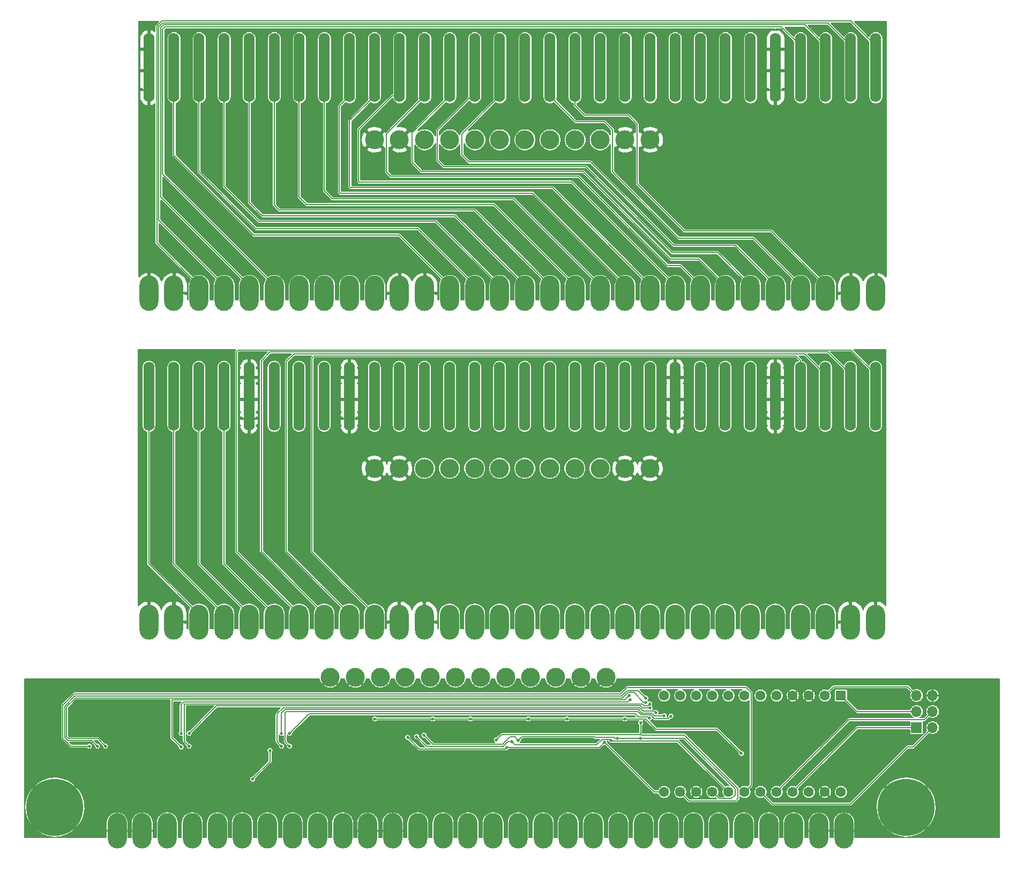
<source format=gbr>
G04 #@! TF.GenerationSoftware,KiCad,Pcbnew,(5.1.6)-1*
G04 #@! TF.CreationDate,2020-08-12T00:52:36-04:00*
G04 #@! TF.ProjectId,TH-XWhatsIt,54482d58-5768-4617-9473-49742e6b6963,0.0.3*
G04 #@! TF.SameCoordinates,Original*
G04 #@! TF.FileFunction,Copper,L2,Bot*
G04 #@! TF.FilePolarity,Positive*
%FSLAX46Y46*%
G04 Gerber Fmt 4.6, Leading zero omitted, Abs format (unit mm)*
G04 Created by KiCad (PCBNEW (5.1.6)-1) date 2020-08-12 00:52:36*
%MOMM*%
%LPD*%
G01*
G04 APERTURE LIST*
G04 #@! TA.AperFunction,ComponentPad*
%ADD10C,3.000000*%
G04 #@! TD*
G04 #@! TA.AperFunction,ComponentPad*
%ADD11O,1.750000X4.000000*%
G04 #@! TD*
G04 #@! TA.AperFunction,ComponentPad*
%ADD12O,1.750000X5.500000*%
G04 #@! TD*
G04 #@! TA.AperFunction,ComponentPad*
%ADD13O,1.750000X5.000000*%
G04 #@! TD*
G04 #@! TA.AperFunction,ComponentPad*
%ADD14O,3.000000X5.500000*%
G04 #@! TD*
G04 #@! TA.AperFunction,ComponentPad*
%ADD15C,1.600000*%
G04 #@! TD*
G04 #@! TA.AperFunction,ComponentPad*
%ADD16R,1.600000X1.600000*%
G04 #@! TD*
G04 #@! TA.AperFunction,ComponentPad*
%ADD17O,1.700000X1.700000*%
G04 #@! TD*
G04 #@! TA.AperFunction,ComponentPad*
%ADD18R,1.700000X1.700000*%
G04 #@! TD*
G04 #@! TA.AperFunction,ComponentPad*
%ADD19C,0.900000*%
G04 #@! TD*
G04 #@! TA.AperFunction,ComponentPad*
%ADD20C,9.000000*%
G04 #@! TD*
G04 #@! TA.AperFunction,ViaPad*
%ADD21C,0.508000*%
G04 #@! TD*
G04 #@! TA.AperFunction,Conductor*
%ADD22C,0.152400*%
G04 #@! TD*
G04 #@! TA.AperFunction,Conductor*
%ADD23C,0.152000*%
G04 #@! TD*
G04 #@! TA.AperFunction,Conductor*
%ADD24C,0.254000*%
G04 #@! TD*
G04 APERTURE END LIST*
D10*
X86157000Y-43394000D03*
X90117000Y-43394000D03*
X94077000Y-43394000D03*
X98037000Y-43394000D03*
X101997000Y-43394000D03*
X105957000Y-43394000D03*
X109917000Y-43394000D03*
X113877000Y-43394000D03*
X117837000Y-43394000D03*
X121797000Y-43394000D03*
X125757000Y-43394000D03*
X129717000Y-43394000D03*
D11*
X165357000Y-35464000D03*
X161397000Y-35464000D03*
X157437000Y-35464000D03*
X153477000Y-35464000D03*
X149517000Y-35464000D03*
X145557000Y-35464000D03*
X141597000Y-35464000D03*
X137637000Y-35464000D03*
X133677000Y-35464000D03*
X129717000Y-35464000D03*
X125757000Y-35464000D03*
X121797000Y-35464000D03*
X117837000Y-35464000D03*
X113877000Y-35464000D03*
X109917000Y-35464000D03*
X105957000Y-35464000D03*
X101997000Y-35464000D03*
X98037000Y-35464000D03*
X94077000Y-35464000D03*
X90117000Y-35464000D03*
X86157000Y-35464000D03*
X82197000Y-35464000D03*
X78237000Y-35464000D03*
X74277000Y-35464000D03*
X70317000Y-35464000D03*
X66357000Y-35464000D03*
X62397000Y-35464000D03*
X58437000Y-35464000D03*
X54477000Y-35464000D03*
X50517000Y-35464000D03*
D12*
X50517000Y-32504000D03*
X54477000Y-32504000D03*
X58437000Y-32504000D03*
X62397000Y-32504000D03*
X66357000Y-32504000D03*
X70317000Y-32504000D03*
X74277000Y-32504000D03*
X78237000Y-32504000D03*
X82197000Y-32504000D03*
X86157000Y-32504000D03*
X90117000Y-32504000D03*
X94077000Y-32504000D03*
X98037000Y-32504000D03*
X101997000Y-32504000D03*
X105957000Y-32504000D03*
X109917000Y-32504000D03*
X113877000Y-32504000D03*
X117837000Y-32504000D03*
X121797000Y-32504000D03*
X125757000Y-32504000D03*
X129717000Y-32504000D03*
X133677000Y-32504000D03*
X137637000Y-32504000D03*
X141597000Y-32504000D03*
X145557000Y-32504000D03*
X149517000Y-32504000D03*
X153477000Y-32504000D03*
X157437000Y-32504000D03*
X161397000Y-32504000D03*
X165357000Y-32504000D03*
D13*
X50517000Y-29044000D03*
X54477000Y-29044000D03*
X58437000Y-29044000D03*
X62397000Y-29044000D03*
X66357000Y-29044000D03*
X70317000Y-29044000D03*
X74277000Y-29044000D03*
X78237000Y-29044000D03*
X82197000Y-29044000D03*
X86157000Y-29044000D03*
X90117000Y-29044000D03*
X94077000Y-29044000D03*
X98037000Y-29044000D03*
X101997000Y-29044000D03*
X105957000Y-29044000D03*
X109917000Y-29044000D03*
X113877000Y-29044000D03*
X117837000Y-29044000D03*
X121797000Y-29044000D03*
X125757000Y-29044000D03*
X129717000Y-29044000D03*
X133677000Y-29044000D03*
X137637000Y-29044000D03*
X141597000Y-29044000D03*
X145557000Y-29044000D03*
X149517000Y-29044000D03*
X153477000Y-29044000D03*
X157437000Y-29044000D03*
X161397000Y-29044000D03*
X165357000Y-29044000D03*
D11*
X165357000Y-87467000D03*
X161397000Y-87467000D03*
X157437000Y-87467000D03*
X153477000Y-87467000D03*
X149517000Y-87467000D03*
X145557000Y-87467000D03*
X141597000Y-87467000D03*
X137637000Y-87467000D03*
X133677000Y-87467000D03*
X129717000Y-87467000D03*
X125757000Y-87467000D03*
X121797000Y-87467000D03*
X117837000Y-87467000D03*
X113877000Y-87467000D03*
X109917000Y-87467000D03*
X105957000Y-87467000D03*
X101997000Y-87467000D03*
X98037000Y-87467000D03*
X94077000Y-87467000D03*
X90117000Y-87467000D03*
X86157000Y-87467000D03*
X82197000Y-87467000D03*
X78237000Y-87467000D03*
X74277000Y-87467000D03*
X70317000Y-87467000D03*
X66357000Y-87467000D03*
X62397000Y-87467000D03*
X58437000Y-87467000D03*
X54477000Y-87467000D03*
X50517000Y-87467000D03*
D12*
X50517000Y-84507000D03*
X54477000Y-84507000D03*
X58437000Y-84507000D03*
X62397000Y-84507000D03*
X66357000Y-84507000D03*
X70317000Y-84507000D03*
X74277000Y-84507000D03*
X78237000Y-84507000D03*
X82197000Y-84507000D03*
X86157000Y-84507000D03*
X90117000Y-84507000D03*
X94077000Y-84507000D03*
X98037000Y-84507000D03*
X101997000Y-84507000D03*
X105957000Y-84507000D03*
X109917000Y-84507000D03*
X113877000Y-84507000D03*
X117837000Y-84507000D03*
X121797000Y-84507000D03*
X125757000Y-84507000D03*
X129717000Y-84507000D03*
X133677000Y-84507000D03*
X137637000Y-84507000D03*
X141597000Y-84507000D03*
X145557000Y-84507000D03*
X149517000Y-84507000D03*
X153477000Y-84507000D03*
X157437000Y-84507000D03*
X161397000Y-84507000D03*
X165357000Y-84507000D03*
D13*
X50517000Y-81047000D03*
X54477000Y-81047000D03*
X58437000Y-81047000D03*
X62397000Y-81047000D03*
X66357000Y-81047000D03*
X70317000Y-81047000D03*
X74277000Y-81047000D03*
X78237000Y-81047000D03*
X82197000Y-81047000D03*
X86157000Y-81047000D03*
X90117000Y-81047000D03*
X94077000Y-81047000D03*
X98037000Y-81047000D03*
X101997000Y-81047000D03*
X105957000Y-81047000D03*
X109917000Y-81047000D03*
X113877000Y-81047000D03*
X117837000Y-81047000D03*
X121797000Y-81047000D03*
X125757000Y-81047000D03*
X129717000Y-81047000D03*
X133677000Y-81047000D03*
X137637000Y-81047000D03*
X141597000Y-81047000D03*
X145557000Y-81047000D03*
X149517000Y-81047000D03*
X153477000Y-81047000D03*
X157437000Y-81047000D03*
X161397000Y-81047000D03*
X165357000Y-81047000D03*
D14*
X160357000Y-152681000D03*
X156397000Y-152681000D03*
X152437000Y-152681000D03*
X148477000Y-152681000D03*
X144517000Y-152681000D03*
X140557000Y-152681000D03*
X136597000Y-152681000D03*
X132637000Y-152681000D03*
X128677000Y-152681000D03*
X124717000Y-152681000D03*
X120757000Y-152681000D03*
X116797000Y-152681000D03*
X112837000Y-152681000D03*
X108877000Y-152681000D03*
X104917000Y-152681000D03*
X100957000Y-152681000D03*
X96997000Y-152681000D03*
X93037000Y-152681000D03*
X89077000Y-152681000D03*
X85117000Y-152681000D03*
X81157000Y-152681000D03*
X77197000Y-152681000D03*
X73237000Y-152681000D03*
X69277000Y-152681000D03*
X65317000Y-152681000D03*
X61357000Y-152681000D03*
X57397000Y-152681000D03*
X53437000Y-152681000D03*
X49477000Y-152681000D03*
X45517000Y-152681000D03*
D10*
X160357000Y-153971000D03*
X156397000Y-153971000D03*
X152437000Y-153971000D03*
X148477000Y-153971000D03*
X144517000Y-153971000D03*
X140557000Y-153971000D03*
X136597000Y-153971000D03*
X132637000Y-153971000D03*
X128677000Y-153971000D03*
X124717000Y-153971000D03*
X120757000Y-153971000D03*
X116797000Y-153971000D03*
X112837000Y-153971000D03*
X108877000Y-153971000D03*
X104917000Y-153971000D03*
X100957000Y-153971000D03*
X96997000Y-153971000D03*
X93037000Y-153971000D03*
X89077000Y-153971000D03*
X85117000Y-153971000D03*
X81157000Y-153971000D03*
X77197000Y-153971000D03*
X73237000Y-153971000D03*
X69277000Y-153971000D03*
X65317000Y-153971000D03*
X61357000Y-153971000D03*
X57397000Y-153971000D03*
X53437000Y-153971000D03*
X49477000Y-153971000D03*
X45517000Y-153971000D03*
D14*
X165357000Y-67678000D03*
X161397000Y-67678000D03*
X157437000Y-67678000D03*
X153477000Y-67678000D03*
X149517000Y-67678000D03*
X145557000Y-67678000D03*
X141597000Y-67678000D03*
X137637000Y-67678000D03*
X133677000Y-67678000D03*
X129717000Y-67678000D03*
X125757000Y-67678000D03*
X121797000Y-67678000D03*
X117837000Y-67678000D03*
X113877000Y-67678000D03*
X109917000Y-67678000D03*
X105957000Y-67678000D03*
X101997000Y-67678000D03*
X98037000Y-67678000D03*
X94077000Y-67678000D03*
X90117000Y-67678000D03*
X86157000Y-67678000D03*
X82197000Y-67678000D03*
X78237000Y-67678000D03*
X74277000Y-67678000D03*
X70317000Y-67678000D03*
X66357000Y-67678000D03*
X62397000Y-67678000D03*
X58437000Y-67678000D03*
X54477000Y-67678000D03*
X50517000Y-67678000D03*
D10*
X165357000Y-68968000D03*
X161397000Y-68968000D03*
X157437000Y-68968000D03*
X153477000Y-68968000D03*
X149517000Y-68968000D03*
X145557000Y-68968000D03*
X141597000Y-68968000D03*
X137637000Y-68968000D03*
X133677000Y-68968000D03*
X129717000Y-68968000D03*
X125757000Y-68968000D03*
X121797000Y-68968000D03*
X117837000Y-68968000D03*
X113877000Y-68968000D03*
X109917000Y-68968000D03*
X105957000Y-68968000D03*
X101997000Y-68968000D03*
X98037000Y-68968000D03*
X94077000Y-68968000D03*
X90117000Y-68968000D03*
X86157000Y-68968000D03*
X82197000Y-68968000D03*
X78237000Y-68968000D03*
X74277000Y-68968000D03*
X70317000Y-68968000D03*
X66357000Y-68968000D03*
X62397000Y-68968000D03*
X58437000Y-68968000D03*
X54477000Y-68968000D03*
X50517000Y-68968000D03*
D14*
X165357000Y-119681000D03*
X161397000Y-119681000D03*
X157437000Y-119681000D03*
X153477000Y-119681000D03*
X149517000Y-119681000D03*
X145557000Y-119681000D03*
X141597000Y-119681000D03*
X137637000Y-119681000D03*
X133677000Y-119681000D03*
X129717000Y-119681000D03*
X125757000Y-119681000D03*
X121797000Y-119681000D03*
X117837000Y-119681000D03*
X113877000Y-119681000D03*
X109917000Y-119681000D03*
X105957000Y-119681000D03*
X101997000Y-119681000D03*
X98037000Y-119681000D03*
X94077000Y-119681000D03*
X90117000Y-119681000D03*
X86157000Y-119681000D03*
X82197000Y-119681000D03*
X78237000Y-119681000D03*
X74277000Y-119681000D03*
X70317000Y-119681000D03*
X66357000Y-119681000D03*
X62397000Y-119681000D03*
X58437000Y-119681000D03*
X54477000Y-119681000D03*
X50517000Y-119681000D03*
D10*
X165357000Y-120971000D03*
X161397000Y-120971000D03*
X157437000Y-120971000D03*
X153477000Y-120971000D03*
X149517000Y-120971000D03*
X145557000Y-120971000D03*
X141597000Y-120971000D03*
X137637000Y-120971000D03*
X133677000Y-120971000D03*
X129717000Y-120971000D03*
X125757000Y-120971000D03*
X121797000Y-120971000D03*
X117837000Y-120971000D03*
X113877000Y-120971000D03*
X109917000Y-120971000D03*
X105957000Y-120971000D03*
X101997000Y-120971000D03*
X98037000Y-120971000D03*
X94077000Y-120971000D03*
X90117000Y-120971000D03*
X86157000Y-120971000D03*
X82197000Y-120971000D03*
X78237000Y-120971000D03*
X74277000Y-120971000D03*
X70317000Y-120971000D03*
X66357000Y-120971000D03*
X62397000Y-120971000D03*
X58437000Y-120971000D03*
X54477000Y-120971000D03*
X50517000Y-120971000D03*
X129717000Y-95397000D03*
X125757000Y-95397000D03*
X121797000Y-95397000D03*
X117837000Y-95397000D03*
X113877000Y-95397000D03*
X109917000Y-95397000D03*
X105957000Y-95397000D03*
X101997000Y-95397000D03*
X98037000Y-95397000D03*
X94077000Y-95397000D03*
X90117000Y-95397000D03*
X86157000Y-95397000D03*
X122737000Y-128397000D03*
X118777000Y-128397000D03*
X114817000Y-128397000D03*
X110857000Y-128397000D03*
X106897000Y-128397000D03*
X102937000Y-128397000D03*
X98977000Y-128397000D03*
X95017000Y-128397000D03*
X91057000Y-128397000D03*
X87097000Y-128397000D03*
X83137000Y-128397000D03*
X79177000Y-128397000D03*
D15*
X159893000Y-146558000D03*
X157353000Y-146558000D03*
X154813000Y-146558000D03*
X152273000Y-146558000D03*
X149733000Y-146558000D03*
X147193000Y-146558000D03*
X144653000Y-146558000D03*
X142113000Y-146558000D03*
X139573000Y-146558000D03*
X137033000Y-146558000D03*
X134493000Y-146558000D03*
X131953000Y-146558000D03*
X131953000Y-131318000D03*
X134493000Y-131318000D03*
X137033000Y-131318000D03*
X139573000Y-131318000D03*
X142113000Y-131318000D03*
X144653000Y-131318000D03*
X147193000Y-131318000D03*
X149733000Y-131318000D03*
X152273000Y-131318000D03*
X154813000Y-131318000D03*
X157353000Y-131318000D03*
D16*
X159893000Y-131318000D03*
D17*
X174371000Y-131318000D03*
X171831000Y-131318000D03*
X174371000Y-133858000D03*
X171831000Y-133858000D03*
X174371000Y-136398000D03*
D18*
X171831000Y-136398000D03*
D19*
X172573485Y-146584515D03*
X170187000Y-145596000D03*
X167800515Y-146584515D03*
X166812000Y-148971000D03*
X167800515Y-151357485D03*
X170187000Y-152346000D03*
X172573485Y-151357485D03*
X173562000Y-148971000D03*
D20*
X170187000Y-148971000D03*
D19*
X38073485Y-146584515D03*
X35687000Y-145596000D03*
X33300515Y-146584515D03*
X32312000Y-148971000D03*
X33300515Y-151357485D03*
X35687000Y-152346000D03*
X38073485Y-151357485D03*
X39062000Y-148971000D03*
D20*
X35687000Y-148971000D03*
D21*
X50419000Y-64262000D03*
X54483000Y-116205000D03*
X56896000Y-137287000D03*
X129719723Y-133296493D03*
X55626000Y-137287000D03*
X126535701Y-131978335D03*
X56896000Y-139319000D03*
X129671453Y-132637847D03*
X55626000Y-139446000D03*
X126429959Y-131326443D03*
X71501000Y-139319000D03*
X130645568Y-133988788D03*
X71501000Y-137287000D03*
X131953000Y-134492978D03*
X72771000Y-139319000D03*
X133017077Y-134572159D03*
X72771000Y-137287000D03*
X129584841Y-134871327D03*
X91414610Y-137922000D03*
X107067486Y-139510229D03*
X122520839Y-138709421D03*
X92837000Y-137795000D03*
X107858216Y-138582419D03*
X123532308Y-138404610D03*
X93987607Y-137591768D03*
X108913144Y-138398881D03*
X42418000Y-139319000D03*
X124510953Y-138049022D03*
X128193953Y-138049022D03*
X129036629Y-131725828D03*
X43688000Y-139319000D03*
X105436009Y-138327451D03*
X128247023Y-135660538D03*
X129061034Y-132385789D03*
X41148000Y-139319000D03*
X57531000Y-149098000D03*
X59436000Y-149098000D03*
X61468000Y-149098000D03*
X75311000Y-149098000D03*
X73406000Y-149098000D03*
X77343000Y-149098000D03*
X63373000Y-145796000D03*
X71501000Y-145796000D03*
X74422000Y-143129000D03*
X65532000Y-143129000D03*
X78232000Y-143129000D03*
X64008000Y-143891000D03*
X69723000Y-143891000D03*
X115570000Y-136779000D03*
X100330000Y-136525000D03*
X96266000Y-138176000D03*
X90297000Y-143002000D03*
X91567000Y-143002000D03*
X92837000Y-143002000D03*
X94107000Y-143002000D03*
X95377000Y-143002000D03*
X96647000Y-143002000D03*
X88519000Y-137922000D03*
X75311000Y-137541000D03*
X76581000Y-137541000D03*
X77851000Y-137541000D03*
X77851000Y-139065000D03*
X79121000Y-139065000D03*
X75311000Y-139065000D03*
X63246000Y-139065000D03*
X59436000Y-139065000D03*
X59436000Y-137541000D03*
X61976000Y-137541000D03*
X60706000Y-137541000D03*
X61976000Y-139065000D03*
X63373000Y-147066000D03*
X71501000Y-147066000D03*
X67310000Y-150114000D03*
X64135000Y-149098000D03*
X71120000Y-149098000D03*
X56896000Y-134239000D03*
X58166000Y-134239000D03*
X52959000Y-134239000D03*
X52959000Y-132334000D03*
X51054000Y-133350000D03*
X48768000Y-135636000D03*
X48768000Y-139319000D03*
X50673000Y-141478000D03*
X52959000Y-139065000D03*
X52959000Y-136525000D03*
X50927000Y-137414000D03*
X58166000Y-138303000D03*
X46228000Y-132588000D03*
X67310000Y-134874000D03*
X67310000Y-138303000D03*
X67310000Y-141097000D03*
X144145000Y-145161000D03*
X142875000Y-143637000D03*
X140081000Y-141351000D03*
X142875000Y-139954000D03*
X140208000Y-137414000D03*
X137033000Y-138557000D03*
X145161000Y-136017000D03*
X144907000Y-139319000D03*
X141605000Y-136144000D03*
X132715000Y-136017000D03*
X139573000Y-132715000D03*
X137033000Y-132715000D03*
X142113000Y-132715000D03*
X144653000Y-132715000D03*
X133223000Y-130683000D03*
X135763000Y-130683000D03*
X138303000Y-130683000D03*
X140843000Y-130683000D03*
X143383000Y-130683000D03*
X144653000Y-148082000D03*
X147193000Y-148082000D03*
X135255000Y-138938000D03*
X137414000Y-141097000D03*
X140970000Y-144653000D03*
X120650000Y-138303000D03*
X116586000Y-138430000D03*
X112395000Y-138430000D03*
X54864000Y-149098000D03*
X55499000Y-152273000D03*
X51435000Y-152273000D03*
X59309000Y-152273000D03*
X63373000Y-152273000D03*
X67310000Y-152273000D03*
X71247000Y-152273000D03*
X75184000Y-152273000D03*
X79121000Y-152273000D03*
X83185000Y-152273000D03*
X91059000Y-130556000D03*
X94996000Y-130556000D03*
X100203000Y-130175000D03*
X102870000Y-130429000D03*
X106934000Y-130429000D03*
X110744000Y-130429000D03*
X114808000Y-130429000D03*
X118745000Y-130429000D03*
X122682000Y-130429000D03*
X89154000Y-129540000D03*
X45974000Y-136906000D03*
X43688000Y-138176000D03*
X39878000Y-137541000D03*
X39878000Y-134112000D03*
X38989000Y-135636000D03*
X46482000Y-134874000D03*
X125730000Y-135001000D03*
X110490000Y-135001000D03*
X116586000Y-135001000D03*
X101346000Y-135001000D03*
X95377000Y-135001000D03*
X86233000Y-135001000D03*
X144145000Y-140462000D03*
X66929000Y-144526000D03*
X69677000Y-140000000D03*
X54483000Y-64262000D03*
X58420000Y-64262000D03*
X62484000Y-64262000D03*
X66294000Y-64262000D03*
X70358000Y-64262000D03*
X74295000Y-64262000D03*
X78232000Y-64262000D03*
X82169000Y-64262000D03*
X86233000Y-64262000D03*
X90170000Y-64262000D03*
X94107000Y-64262000D03*
X98044000Y-64262000D03*
X102108000Y-64262000D03*
X105918000Y-64262000D03*
X109982000Y-64262000D03*
X113919000Y-64262000D03*
X117094000Y-64262000D03*
X121666000Y-64262000D03*
X125730000Y-64262000D03*
X129667000Y-64262000D03*
X133604000Y-64262000D03*
X137668000Y-64262000D03*
X141605000Y-64262000D03*
X145542000Y-64262000D03*
X149606000Y-64262000D03*
X153416000Y-64262000D03*
X157480000Y-64262000D03*
X161417000Y-64262000D03*
X165354000Y-64262000D03*
X86233000Y-45593000D03*
X90170000Y-45593000D03*
X94107000Y-45593000D03*
X98044000Y-45593000D03*
X101981000Y-45593000D03*
X106045000Y-45593000D03*
X109982000Y-45593000D03*
X113792000Y-45593000D03*
X117856000Y-45593000D03*
X121793000Y-45593000D03*
X125730000Y-45593000D03*
X129794000Y-45593000D03*
X153416000Y-26035000D03*
X157353000Y-26035000D03*
X161417000Y-26035000D03*
X165354000Y-26035000D03*
X58420000Y-116205000D03*
X62357000Y-116205000D03*
X66294000Y-116205000D03*
X70358000Y-116205000D03*
X74295000Y-116205000D03*
X78232000Y-116205000D03*
X82169000Y-116205000D03*
X86106000Y-116205000D03*
X90043000Y-116205000D03*
X93980000Y-116205000D03*
X98044000Y-116205000D03*
X101981000Y-116205000D03*
X105918000Y-116205000D03*
X109855000Y-116205000D03*
X113919000Y-116205000D03*
X117856000Y-116205000D03*
X121793000Y-116205000D03*
X125730000Y-116205000D03*
X129667000Y-116205000D03*
X133731000Y-116205000D03*
X137541000Y-116205000D03*
X142240000Y-116205000D03*
X145542000Y-116205000D03*
X149479000Y-116205000D03*
X153416000Y-116205000D03*
X157480000Y-116205000D03*
X161417000Y-116205000D03*
X165354000Y-116205000D03*
X50546000Y-116205000D03*
X50546000Y-78105000D03*
X54483000Y-78105000D03*
X58420000Y-78105000D03*
X62357000Y-78105000D03*
X66421000Y-78105000D03*
X70358000Y-78105000D03*
X74295000Y-78105000D03*
X78232000Y-78105000D03*
X82169000Y-78105000D03*
X86106000Y-78105000D03*
X90043000Y-78105000D03*
X94107000Y-78105000D03*
X98044000Y-78105000D03*
X101981000Y-78105000D03*
X105918000Y-78105000D03*
X109855000Y-78105000D03*
X113792000Y-78105000D03*
X117856000Y-78105000D03*
X121793000Y-78105000D03*
X125730000Y-78105000D03*
X129667000Y-78105000D03*
X133604000Y-78105000D03*
X137668000Y-78105000D03*
X141605000Y-78105000D03*
X145542000Y-78105000D03*
X149479000Y-78105000D03*
X152527000Y-78105000D03*
X154178000Y-78105000D03*
X157480000Y-78105000D03*
X161417000Y-78105000D03*
X165354000Y-78105000D03*
X51943000Y-84455000D03*
X55880000Y-84455000D03*
X59817000Y-84455000D03*
X63754000Y-84455000D03*
X61087000Y-84455000D03*
X57023000Y-84455000D03*
X53086000Y-84455000D03*
X64897000Y-84455000D03*
X67691000Y-84455000D03*
X68961000Y-84455000D03*
X71755000Y-84455000D03*
X72898000Y-84455000D03*
X75692000Y-84455000D03*
X76835000Y-84455000D03*
X80772000Y-84455000D03*
X79756000Y-84455000D03*
X83693000Y-84455000D03*
X84709000Y-84455000D03*
X87630000Y-84455000D03*
X88646000Y-84455000D03*
X91567000Y-84455000D03*
X92710000Y-84455000D03*
X95504000Y-84455000D03*
X96647000Y-84455000D03*
X99441000Y-84455000D03*
X100584000Y-84455000D03*
X103505000Y-84455000D03*
X104521000Y-84455000D03*
X107442000Y-84455000D03*
X108458000Y-84455000D03*
X111379000Y-84455000D03*
X112395000Y-84455000D03*
X115316000Y-84455000D03*
X116459000Y-84455000D03*
X119380000Y-84455000D03*
X120269000Y-84455000D03*
X123190000Y-84455000D03*
X124333000Y-84455000D03*
X127127000Y-84455000D03*
X128270000Y-84455000D03*
X131191000Y-84455000D03*
X132207000Y-84455000D03*
X135128000Y-84455000D03*
X136271000Y-84455000D03*
X139065000Y-84455000D03*
X140208000Y-84455000D03*
X143002000Y-84455000D03*
X144145000Y-84455000D03*
X146939000Y-84455000D03*
X148082000Y-84455000D03*
X151003000Y-84455000D03*
X152019000Y-84455000D03*
X154940000Y-84455000D03*
X156083000Y-84455000D03*
X158877000Y-84455000D03*
X160020000Y-84455000D03*
X162814000Y-84455000D03*
X163957000Y-84455000D03*
X165354000Y-90043000D03*
X161417000Y-90043000D03*
X157480000Y-90043000D03*
X153416000Y-90043000D03*
X149479000Y-90043000D03*
X145542000Y-90043000D03*
X141605000Y-90043000D03*
X137668000Y-90043000D03*
X133731000Y-90043000D03*
X129794000Y-90043000D03*
X125730000Y-90043000D03*
X121793000Y-90043000D03*
X117856000Y-90043000D03*
X113919000Y-90043000D03*
X109855000Y-90043000D03*
X105918000Y-90043000D03*
X101981000Y-90043000D03*
X98044000Y-90043000D03*
X94107000Y-90043000D03*
X90170000Y-90043000D03*
X86233000Y-90043000D03*
X82169000Y-90043000D03*
X78232000Y-90043000D03*
X74295000Y-90043000D03*
X70358000Y-90043000D03*
X66421000Y-90043000D03*
X62992000Y-89916000D03*
X61722000Y-89916000D03*
X59055000Y-89916000D03*
X57785000Y-89916000D03*
X55118000Y-89916000D03*
X53975000Y-89916000D03*
X51054000Y-89916000D03*
X49911000Y-89916000D03*
X100584000Y-88646000D03*
X51943000Y-88646000D03*
X80772000Y-88646000D03*
X111379000Y-88646000D03*
X68961000Y-88646000D03*
X139065000Y-88646000D03*
X55880000Y-88646000D03*
X71755000Y-88646000D03*
X57023000Y-88646000D03*
X96647000Y-88646000D03*
X116459000Y-88646000D03*
X67691000Y-88646000D03*
X148082000Y-88646000D03*
X75692000Y-88646000D03*
X72898000Y-88646000D03*
X59817000Y-88646000D03*
X53086000Y-88646000D03*
X64897000Y-88646000D03*
X91567000Y-88646000D03*
X63754000Y-88646000D03*
X76835000Y-88646000D03*
X79756000Y-88646000D03*
X61087000Y-88646000D03*
X87630000Y-88646000D03*
X131191000Y-88646000D03*
X156083000Y-88646000D03*
X120269000Y-88646000D03*
X146939000Y-88646000D03*
X162814000Y-88646000D03*
X160020000Y-88646000D03*
X158877000Y-88646000D03*
X115316000Y-88646000D03*
X95504000Y-88646000D03*
X84709000Y-88646000D03*
X104521000Y-88646000D03*
X128270000Y-88646000D03*
X124333000Y-88646000D03*
X136271000Y-88646000D03*
X163957000Y-88646000D03*
X144145000Y-88646000D03*
X152019000Y-88646000D03*
X108458000Y-88646000D03*
X99441000Y-88646000D03*
X88646000Y-88646000D03*
X154940000Y-88646000D03*
X92710000Y-88646000D03*
X103505000Y-88646000D03*
X107442000Y-88646000D03*
X112395000Y-88646000D03*
X119380000Y-88646000D03*
X132207000Y-88646000D03*
X127127000Y-88646000D03*
X135128000Y-88646000D03*
X140208000Y-88646000D03*
X143002000Y-88646000D03*
X123190000Y-88646000D03*
X83693000Y-88646000D03*
X151003000Y-88646000D03*
X51943000Y-86487000D03*
X100584000Y-86487000D03*
X80772000Y-86487000D03*
X111379000Y-86487000D03*
X68961000Y-86487000D03*
X55880000Y-86487000D03*
X71755000Y-86487000D03*
X139065000Y-86487000D03*
X57023000Y-86487000D03*
X96647000Y-86487000D03*
X158877000Y-86487000D03*
X64897000Y-86487000D03*
X146939000Y-86487000D03*
X160020000Y-86487000D03*
X115316000Y-86487000D03*
X92710000Y-86487000D03*
X75692000Y-86487000D03*
X163957000Y-86487000D03*
X76835000Y-86487000D03*
X127127000Y-86487000D03*
X59817000Y-86487000D03*
X131191000Y-86487000D03*
X148082000Y-86487000D03*
X88646000Y-86487000D03*
X107442000Y-86487000D03*
X119380000Y-86487000D03*
X140208000Y-86487000D03*
X152019000Y-86487000D03*
X84709000Y-86487000D03*
X128270000Y-86487000D03*
X143002000Y-86487000D03*
X61087000Y-86487000D03*
X123190000Y-86487000D03*
X67691000Y-86487000D03*
X91567000Y-86487000D03*
X63754000Y-86487000D03*
X72898000Y-86487000D03*
X87630000Y-86487000D03*
X156083000Y-86487000D03*
X104521000Y-86487000D03*
X162814000Y-86487000D03*
X124333000Y-86487000D03*
X108458000Y-86487000D03*
X103505000Y-86487000D03*
X79756000Y-86487000D03*
X135128000Y-86487000D03*
X53086000Y-86487000D03*
X151003000Y-86487000D03*
X154940000Y-86487000D03*
X116459000Y-86487000D03*
X132207000Y-86487000D03*
X95504000Y-86487000D03*
X120269000Y-86487000D03*
X144145000Y-86487000D03*
X99441000Y-86487000D03*
X136271000Y-86487000D03*
X112395000Y-86487000D03*
X83693000Y-86487000D03*
X84709000Y-81915000D03*
X154940000Y-81915000D03*
X112395000Y-81915000D03*
X57023000Y-81915000D03*
X88646000Y-81915000D03*
X116459000Y-81915000D03*
X68961000Y-81915000D03*
X75692000Y-81915000D03*
X115316000Y-81915000D03*
X92710000Y-81915000D03*
X107442000Y-81915000D03*
X128270000Y-81915000D03*
X91567000Y-81915000D03*
X63754000Y-81915000D03*
X104521000Y-81915000D03*
X123190000Y-81915000D03*
X79756000Y-81915000D03*
X111379000Y-81915000D03*
X71755000Y-81915000D03*
X140208000Y-81915000D03*
X158877000Y-81915000D03*
X127127000Y-81915000D03*
X152019000Y-81915000D03*
X143002000Y-81915000D03*
X87630000Y-81915000D03*
X64897000Y-81915000D03*
X163957000Y-81915000D03*
X156083000Y-81915000D03*
X67691000Y-81915000D03*
X100584000Y-81915000D03*
X59817000Y-81915000D03*
X72898000Y-81915000D03*
X124333000Y-81915000D03*
X53086000Y-81915000D03*
X160020000Y-81915000D03*
X108458000Y-81915000D03*
X51943000Y-81915000D03*
X151003000Y-81915000D03*
X139065000Y-81915000D03*
X132207000Y-81915000D03*
X95504000Y-81915000D03*
X120269000Y-81915000D03*
X162814000Y-81915000D03*
X144145000Y-81915000D03*
X146939000Y-81915000D03*
X99441000Y-81915000D03*
X80772000Y-81915000D03*
X55880000Y-81915000D03*
X96647000Y-81915000D03*
X131191000Y-81915000D03*
X148082000Y-81915000D03*
X61087000Y-81915000D03*
X119380000Y-81915000D03*
X103505000Y-81915000D03*
X135128000Y-81915000D03*
X76835000Y-81915000D03*
X136271000Y-81915000D03*
X83693000Y-81915000D03*
X63754000Y-79502000D03*
X53086000Y-79502000D03*
X144145000Y-79502000D03*
X154940000Y-79502000D03*
X162814000Y-79502000D03*
X100584000Y-79502000D03*
X79756000Y-79502000D03*
X135128000Y-79502000D03*
X83693000Y-79502000D03*
X128270000Y-79502000D03*
X95504000Y-79502000D03*
X68961000Y-79502000D03*
X55880000Y-79502000D03*
X127127000Y-79502000D03*
X119380000Y-79502000D03*
X88646000Y-79502000D03*
X57023000Y-79502000D03*
X116459000Y-79502000D03*
X115316000Y-79502000D03*
X158877000Y-79502000D03*
X152019000Y-79502000D03*
X87630000Y-79502000D03*
X72898000Y-79502000D03*
X84709000Y-79502000D03*
X111379000Y-79502000D03*
X159893000Y-80010000D03*
X140208000Y-79502000D03*
X108458000Y-79502000D03*
X59817000Y-79502000D03*
X91567000Y-79502000D03*
X139065000Y-79502000D03*
X120269000Y-79502000D03*
X146939000Y-79502000D03*
X99441000Y-79502000D03*
X80772000Y-79502000D03*
X131191000Y-79502000D03*
X155829000Y-79883000D03*
X51943000Y-79502000D03*
X103505000Y-79502000D03*
X71755000Y-79502000D03*
X143002000Y-79502000D03*
X64897000Y-79502000D03*
X92710000Y-79502000D03*
X151003000Y-79502000D03*
X75692000Y-79502000D03*
X67691000Y-79502000D03*
X132207000Y-79502000D03*
X96647000Y-79502000D03*
X104521000Y-79502000D03*
X148082000Y-79502000D03*
X76835000Y-79502000D03*
X107442000Y-79502000D03*
X124333000Y-79502000D03*
X61087000Y-79502000D03*
X163830000Y-79883000D03*
X123190000Y-79502000D03*
X136271000Y-79502000D03*
X112395000Y-79502000D03*
D22*
X61239325Y-132943675D02*
X128190942Y-132943675D01*
X56896000Y-137287000D02*
X61239325Y-132943675D01*
X128543760Y-133296493D02*
X129719723Y-133296493D01*
X128190942Y-132943675D02*
X128543760Y-133296493D01*
X56033814Y-132334053D02*
X126179983Y-132334053D01*
X126179983Y-132334053D02*
X126535701Y-131978335D01*
X55626000Y-137287000D02*
X55626000Y-132741867D01*
X55626000Y-132741867D02*
X56033814Y-132334053D01*
X56896000Y-139319000D02*
X56134744Y-138557744D01*
X56134744Y-138557744D02*
X56134744Y-132664189D01*
X56134744Y-132664189D02*
X56160069Y-132638864D01*
X128521131Y-132638864D02*
X128774113Y-132891846D01*
X128774113Y-132891846D02*
X129417454Y-132891846D01*
X129417454Y-132891846D02*
X129671453Y-132637847D01*
X56160069Y-132638864D02*
X128521131Y-132638864D01*
X54178242Y-132029242D02*
X125727160Y-132029242D01*
X125727160Y-132029242D02*
X126429959Y-131326443D01*
X55626000Y-139446000D02*
X54178242Y-137998242D01*
X54178242Y-137998242D02*
X54178242Y-132029242D01*
X128595303Y-133779103D02*
X130435883Y-133779103D01*
X70789811Y-134215055D02*
X71756380Y-133248486D01*
X71501000Y-139319000D02*
X70789811Y-138607811D01*
X130435883Y-133779103D02*
X130645568Y-133988788D01*
X128064686Y-133248486D02*
X128595303Y-133779103D01*
X71756380Y-133248486D02*
X128064686Y-133248486D01*
X70789811Y-138607811D02*
X70789811Y-134215055D01*
X72086569Y-133553297D02*
X127938430Y-133553297D01*
X129942747Y-134083914D02*
X130351811Y-134492978D01*
X71501000Y-134138866D02*
X72086569Y-133553297D01*
X127938430Y-133553297D02*
X128469047Y-134083914D01*
X71501000Y-137287000D02*
X71501000Y-134138866D01*
X130351811Y-134492978D02*
X131953000Y-134492978D01*
X128469047Y-134083914D02*
X129942747Y-134083914D01*
X72085189Y-138633189D02*
X72085189Y-133985744D01*
X72085189Y-133985744D02*
X72212825Y-133858108D01*
X72212825Y-133858108D02*
X127812174Y-133858108D01*
X130403354Y-134975588D02*
X132613648Y-134975588D01*
X129816491Y-134388725D02*
X130403354Y-134975588D01*
X132613648Y-134975588D02*
X133017077Y-134572159D01*
X128342791Y-134388725D02*
X129816491Y-134388725D01*
X127812174Y-133858108D02*
X128342791Y-134388725D01*
X72771000Y-139319000D02*
X72085189Y-138633189D01*
X129409703Y-134696189D02*
X129584841Y-134871327D01*
X127838189Y-134696189D02*
X129409703Y-134696189D01*
X127330189Y-134188189D02*
X127838189Y-134696189D01*
X72771000Y-137287000D02*
X75869811Y-134188189D01*
X75869811Y-134188189D02*
X127330189Y-134188189D01*
X93256838Y-139764228D02*
X106813487Y-139764228D01*
X91414610Y-137922000D02*
X93256838Y-139764228D01*
X106813487Y-139764228D02*
X107067486Y-139510229D01*
X131953000Y-146558000D02*
X130369418Y-146558000D01*
X121720031Y-139510229D02*
X122520839Y-138709421D01*
X130369418Y-146558000D02*
X122520839Y-138709421D01*
X107067486Y-139510229D02*
X121720031Y-139510229D01*
X92837000Y-137795000D02*
X94386433Y-139344433D01*
X106550768Y-139344433D02*
X107312782Y-138582419D01*
X107312782Y-138582419D02*
X107858216Y-138582419D01*
X94386433Y-139344433D02*
X106550768Y-139344433D01*
X134086624Y-138531624D02*
X123659322Y-138531624D01*
X123659322Y-138531624D02*
X123532308Y-138404610D01*
X142113000Y-146558000D02*
X134086624Y-138531624D01*
X123354509Y-138226811D02*
X123532308Y-138404610D01*
X108366209Y-139090412D02*
X121282789Y-139090412D01*
X121282789Y-139090412D02*
X122146390Y-138226811D01*
X122146390Y-138226811D02*
X123354509Y-138226811D01*
X107858216Y-138582419D02*
X108366209Y-139090412D01*
X143141601Y-146064271D02*
X135126352Y-138049022D01*
X140601601Y-147586601D02*
X142606729Y-147586601D01*
X142606729Y-147586601D02*
X143141601Y-147051729D01*
X135126352Y-138049022D02*
X124510953Y-138049022D01*
X139573000Y-146558000D02*
X140601601Y-147586601D01*
X143141601Y-147051729D02*
X143141601Y-146064271D01*
X107592911Y-137871223D02*
X108385486Y-137871223D01*
X95435461Y-139039622D02*
X106424512Y-139039622D01*
X93987607Y-137591768D02*
X95435461Y-139039622D01*
X108385486Y-137871223D02*
X108913144Y-138398881D01*
X106424512Y-139039622D02*
X107592911Y-137871223D01*
X124510953Y-138049022D02*
X124206022Y-138049022D01*
X124206022Y-138049022D02*
X124079000Y-137922000D01*
X120983250Y-137922000D02*
X120881649Y-137820399D01*
X124079000Y-137922000D02*
X120983250Y-137922000D01*
X109491626Y-137820399D02*
X108913144Y-138398881D01*
X120881649Y-137820399D02*
X109491626Y-137820399D01*
X125220514Y-131419620D02*
X126101104Y-130539030D01*
X127849831Y-130539030D02*
X129036629Y-131725828D01*
X126101104Y-130539030D02*
X127849831Y-130539030D01*
X37236378Y-137920512D02*
X37236378Y-132970488D01*
X38787246Y-131419620D02*
X125220514Y-131419620D01*
X37236378Y-132970488D02*
X38787246Y-131419620D01*
X37720488Y-138404622D02*
X37236378Y-137920512D01*
X41503622Y-138404622D02*
X37720488Y-138404622D01*
X42418000Y-139319000D02*
X41503622Y-138404622D01*
X134493000Y-146558000D02*
X135890000Y-147955000D01*
X143624399Y-147586601D02*
X143624399Y-146038156D01*
X143256000Y-147955000D02*
X143624399Y-147586601D01*
X135890000Y-147955000D02*
X143256000Y-147955000D01*
X143624399Y-146038156D02*
X135152655Y-137566412D01*
X135152655Y-137566412D02*
X128371588Y-137566412D01*
X128371588Y-137566412D02*
X128247023Y-137441847D01*
X128247023Y-137441847D02*
X128247023Y-135660538D01*
X128295365Y-137490189D02*
X106273271Y-137490189D01*
X128371588Y-137566412D02*
X128295365Y-137490189D01*
X106273271Y-137490189D02*
X105436009Y-138327451D01*
X125346770Y-131724431D02*
X126227360Y-130843841D01*
X37541189Y-133096744D02*
X38913502Y-131724431D01*
X37541189Y-137794256D02*
X37541189Y-133096744D01*
X128701824Y-132385789D02*
X129061034Y-132385789D01*
X42468811Y-138099811D02*
X37846744Y-138099811D01*
X126227360Y-130843841D02*
X127159876Y-130843841D01*
X43688000Y-139319000D02*
X42468811Y-138099811D01*
X38913502Y-131724431D02*
X125346770Y-131724431D01*
X37846744Y-138099811D02*
X37541189Y-137794256D01*
X127159876Y-130843841D02*
X128701824Y-132385789D01*
X145681601Y-145529399D02*
X145681601Y-130824271D01*
X144653000Y-146558000D02*
X145681601Y-145529399D01*
X145681601Y-130824271D02*
X145160165Y-130302835D01*
X145160165Y-130302835D02*
X145091549Y-130234219D01*
X126111000Y-130048000D02*
X125094258Y-131064742D01*
X38711057Y-131064742D02*
X36931567Y-132844232D01*
X36931567Y-132844232D02*
X36931567Y-138046768D01*
X36931567Y-138046768D02*
X38203799Y-139319000D01*
X125094258Y-131064742D02*
X38711057Y-131064742D01*
X145160165Y-130302835D02*
X144905330Y-130048000D01*
X144905330Y-130048000D02*
X126111000Y-130048000D01*
X38203799Y-139319000D02*
X41148000Y-139319000D01*
X162433000Y-136398000D02*
X171831000Y-136398000D01*
X152273000Y-146558000D02*
X162433000Y-136398000D01*
X118110000Y-135001000D02*
X125730000Y-135001000D01*
X110490000Y-135001000D02*
X116586000Y-135001000D01*
X116586000Y-135001000D02*
X118110000Y-135001000D01*
X110490000Y-135001000D02*
X101346000Y-135001000D01*
X101346000Y-135001000D02*
X95377000Y-135001000D01*
X95377000Y-135001000D02*
X86233000Y-135001000D01*
X125730000Y-135001000D02*
X129032000Y-135001000D01*
X129032000Y-135001000D02*
X130683000Y-136652000D01*
X130683000Y-136652000D02*
X140335000Y-136652000D01*
X140335000Y-136652000D02*
X144145000Y-140462000D01*
X66929000Y-144526000D02*
X69677000Y-141778000D01*
X69677000Y-141778000D02*
X69677000Y-140000000D01*
X149517000Y-28544000D02*
X149517000Y-36464000D01*
X50517000Y-28544000D02*
X50517000Y-36464000D01*
X145557000Y-28544000D02*
X145557000Y-36464000D01*
X141597000Y-28544000D02*
X141597000Y-36464000D01*
X137637000Y-28544000D02*
X137637000Y-36464000D01*
X133677000Y-28544000D02*
X133677000Y-36464000D01*
X129717000Y-28544000D02*
X129717000Y-36464000D01*
X125757000Y-28544000D02*
X125757000Y-36464000D01*
X121797000Y-28544000D02*
X121797000Y-36464000D01*
X117837000Y-28544000D02*
X117837000Y-36464000D01*
X117837000Y-38004066D02*
X117837000Y-36464000D01*
X119380745Y-39547811D02*
X117837000Y-38004066D01*
X148844809Y-57835809D02*
X135128743Y-57835809D01*
X126288811Y-39547811D02*
X119380745Y-39547811D01*
X127683588Y-50390654D02*
X127683588Y-40942588D01*
X157437000Y-66428000D02*
X148844809Y-57835809D01*
X127683588Y-40942588D02*
X126288811Y-39547811D01*
X135128743Y-57835809D02*
X127683588Y-50390654D01*
X113877000Y-28544000D02*
X113877000Y-36464000D01*
X146027809Y-58978809D02*
X134239743Y-58978809D01*
X153477000Y-66428000D02*
X146027809Y-58978809D01*
X122528876Y-40563809D02*
X117976809Y-40563809D01*
X117976809Y-40563809D02*
X113877000Y-36464000D01*
X134239743Y-58978809D02*
X123748809Y-48487875D01*
X123748809Y-41783742D02*
X122528876Y-40563809D01*
X123748809Y-48487875D02*
X123748809Y-41783742D01*
X105957000Y-28544000D02*
X105957000Y-32504000D01*
X105957000Y-32504000D02*
X105957000Y-36464000D01*
X105957000Y-36464000D02*
X99963588Y-42457412D01*
X143210811Y-60121811D02*
X149517000Y-66428000D01*
X120295125Y-46939191D02*
X133477744Y-60121811D01*
X133477744Y-60121811D02*
X143210811Y-60121811D01*
X101091258Y-46939191D02*
X120295125Y-46939191D01*
X99963588Y-42457412D02*
X99963588Y-45811521D01*
X99963588Y-45811521D02*
X101091258Y-46939191D01*
X101997000Y-28544000D02*
X101997000Y-36464000D01*
X133144580Y-61239380D02*
X119581009Y-47675809D01*
X145557000Y-66428000D02*
X140368380Y-61239380D01*
X119581009Y-47675809D02*
X97155743Y-47675809D01*
X140368380Y-61239380D02*
X133144580Y-61239380D01*
X97155743Y-47675809D02*
X96088191Y-46608257D01*
X96088191Y-46608257D02*
X96088191Y-41910743D01*
X101534934Y-36464000D02*
X101997000Y-36464000D01*
X96088191Y-41910743D02*
X101534934Y-36464000D01*
X98037000Y-36464000D02*
X92151191Y-42349809D01*
X119126742Y-48437809D02*
X132969744Y-62280811D01*
X92151191Y-46989257D02*
X93599743Y-48437809D01*
X132969744Y-62280811D02*
X137449811Y-62280811D01*
X137449811Y-62280811D02*
X141597000Y-66428000D01*
X93599743Y-48437809D02*
X119126742Y-48437809D01*
X92151191Y-42349809D02*
X92151191Y-46989257D01*
X98037000Y-28544000D02*
X98037000Y-36464000D01*
X94077000Y-28544000D02*
X94077000Y-36464000D01*
X137637000Y-66428000D02*
X134505811Y-63296811D01*
X118364744Y-49199811D02*
X88773744Y-49199811D01*
X88083588Y-48509655D02*
X88083588Y-42457412D01*
X88083588Y-42457412D02*
X94077000Y-36464000D01*
X132461744Y-63296811D02*
X118364744Y-49199811D01*
X134505811Y-63296811D02*
X132461744Y-63296811D01*
X88773744Y-49199811D02*
X88083588Y-48509655D01*
X90117000Y-28544000D02*
X90117000Y-36464000D01*
X83693743Y-50088809D02*
X117337809Y-50088809D01*
X83642189Y-50037255D02*
X83693743Y-50088809D01*
X90117000Y-36464000D02*
X88961933Y-36464000D01*
X88961933Y-36464000D02*
X83642189Y-41783744D01*
X117337809Y-50088809D02*
X133677000Y-66428000D01*
X83642189Y-41783744D02*
X83642189Y-50037255D01*
X86157000Y-28544000D02*
X86157000Y-36464000D01*
X129717000Y-66428000D02*
X114266809Y-50977809D01*
X82245191Y-50799257D02*
X82245191Y-40375809D01*
X82245191Y-40375809D02*
X86157000Y-36464000D01*
X82423743Y-50977809D02*
X82245191Y-50799257D01*
X114266809Y-50977809D02*
X82423743Y-50977809D01*
X82197000Y-28544000D02*
X82197000Y-36464000D01*
X80594191Y-38066809D02*
X80594191Y-51688257D01*
X80772743Y-51866809D02*
X111195809Y-51866809D01*
X82197000Y-36464000D02*
X80594191Y-38066809D01*
X80594191Y-51688257D02*
X80772743Y-51866809D01*
X111195809Y-51866809D02*
X125757000Y-66428000D01*
X78237000Y-28544000D02*
X78237000Y-36464000D01*
X78237000Y-51490066D02*
X78237000Y-36464000D01*
X108124809Y-52755809D02*
X79502743Y-52755809D01*
X79502743Y-52755809D02*
X78237000Y-51490066D01*
X121797000Y-66428000D02*
X108124809Y-52755809D01*
X74277000Y-28544000D02*
X74277000Y-36464000D01*
X105053809Y-53644809D02*
X117837000Y-66428000D01*
X74277000Y-36464000D02*
X74277000Y-52483066D01*
X75438743Y-53644809D02*
X105053809Y-53644809D01*
X74277000Y-52483066D02*
X75438743Y-53644809D01*
X70317000Y-28544000D02*
X70317000Y-36464000D01*
X70317000Y-36464000D02*
X70317000Y-53730066D01*
X70317000Y-53730066D02*
X71120743Y-54533809D01*
X101982809Y-54533809D02*
X113877000Y-66428000D01*
X71120743Y-54533809D02*
X101982809Y-54533809D01*
X66357000Y-28544000D02*
X66357000Y-36464000D01*
X68453743Y-55422809D02*
X98911809Y-55422809D01*
X66357000Y-36464000D02*
X66357000Y-53326066D01*
X98911809Y-55422809D02*
X109917000Y-66428000D01*
X66357000Y-53326066D02*
X68453743Y-55422809D01*
X62397000Y-28544000D02*
X62397000Y-36464000D01*
X95840809Y-56311809D02*
X105957000Y-66428000D01*
X67945743Y-56311809D02*
X95840809Y-56311809D01*
X62397000Y-50763066D02*
X67945743Y-56311809D01*
X62397000Y-36464000D02*
X62397000Y-50763066D01*
X58437000Y-28544000D02*
X58437000Y-32504000D01*
X58437000Y-32504000D02*
X58437000Y-36464000D01*
X93023809Y-57454809D02*
X67437743Y-57454809D01*
X101997000Y-66428000D02*
X93023809Y-57454809D01*
X58437000Y-48454066D02*
X58437000Y-36464000D01*
X67437743Y-57454809D02*
X58437000Y-48454066D01*
X54477000Y-28544000D02*
X54477000Y-36464000D01*
X54477000Y-36464000D02*
X54477000Y-45891067D01*
X90079809Y-58470809D02*
X98037000Y-66428000D01*
X67056742Y-58470809D02*
X90079809Y-58470809D01*
X54477000Y-45891067D02*
X67056742Y-58470809D01*
X165357000Y-28544000D02*
X165357000Y-36464000D01*
X58437000Y-66428000D02*
X51790569Y-59781569D01*
X161457610Y-24644610D02*
X165357000Y-28544000D01*
X51790569Y-59781569D02*
X51790569Y-25402231D01*
X51790569Y-25402231D02*
X52548190Y-24644610D01*
X52548190Y-24644610D02*
X161457610Y-24644610D01*
X161397000Y-28544000D02*
X161397000Y-36464000D01*
X52095380Y-25528487D02*
X52674447Y-24949420D01*
X52095380Y-56126380D02*
X52095380Y-25528487D01*
X62397000Y-66428000D02*
X52095380Y-56126380D01*
X157802420Y-24949420D02*
X161397000Y-28544000D01*
X52674447Y-24949420D02*
X157802420Y-24949420D01*
X157437000Y-28544000D02*
X157437000Y-36464000D01*
X66357000Y-66428000D02*
X52400191Y-52471191D01*
X52400191Y-52471191D02*
X52400191Y-25654743D01*
X52400191Y-25654743D02*
X52800704Y-25254230D01*
X52800704Y-25254230D02*
X154147230Y-25254230D01*
X154147230Y-25254230D02*
X157437000Y-28544000D01*
X153477000Y-28544000D02*
X153477000Y-36464000D01*
X53053960Y-25559040D02*
X52705000Y-25908000D01*
X153477000Y-28544000D02*
X150492040Y-25559040D01*
X55702191Y-51813191D02*
X70317000Y-66428000D01*
X52705000Y-25908000D02*
X52705000Y-48816000D01*
X150492040Y-25559040D02*
X53053960Y-25559040D01*
X52705000Y-48816000D02*
X55702191Y-51813191D01*
X165357000Y-80547000D02*
X165357000Y-88643000D01*
X161397000Y-88467000D02*
X161397000Y-80547000D01*
X157437000Y-80547000D02*
X157437000Y-89324000D01*
X153477000Y-88467000D02*
X153477000Y-80547000D01*
X86157000Y-118431000D02*
X86157000Y-118415000D01*
X86157000Y-118415000D02*
X76327000Y-108585000D01*
X76327000Y-108585000D02*
X76327000Y-77978000D01*
X76327000Y-77978000D02*
X76708000Y-77597000D01*
X76708000Y-77597000D02*
X152781000Y-77597000D01*
X153477000Y-78293000D02*
X153477000Y-80547000D01*
X152781000Y-77597000D02*
X153477000Y-78293000D01*
X72263000Y-108497000D02*
X72263000Y-78486000D01*
X72263000Y-78486000D02*
X73456809Y-77292191D01*
X73456809Y-77292191D02*
X154182191Y-77292191D01*
X82197000Y-118431000D02*
X72263000Y-108497000D01*
X154182191Y-77292191D02*
X157437000Y-80547000D01*
X68326000Y-78359000D02*
X68326000Y-108520000D01*
X68326000Y-108520000D02*
X78237000Y-118431000D01*
X69697620Y-76987380D02*
X68326000Y-78359000D01*
X157837380Y-76987380D02*
X69697620Y-76987380D01*
X161397000Y-80547000D02*
X157837380Y-76987380D01*
X161492569Y-76682569D02*
X165357000Y-80547000D01*
X74277000Y-118431000D02*
X64389000Y-108543000D01*
X64389000Y-108543000D02*
X64389000Y-76962000D01*
X64389000Y-76962000D02*
X64668431Y-76682569D01*
X64668431Y-76682569D02*
X161492569Y-76682569D01*
X62397000Y-110511000D02*
X70317000Y-118431000D01*
X62397000Y-80547000D02*
X62397000Y-110511000D01*
X58437000Y-110511000D02*
X66357000Y-118431000D01*
X58437000Y-80547000D02*
X58437000Y-110511000D01*
X54477000Y-110511000D02*
X62397000Y-118431000D01*
X54477000Y-80547000D02*
X54477000Y-110511000D01*
X50517000Y-110511000D02*
X58437000Y-118431000D01*
X50517000Y-80547000D02*
X50517000Y-110511000D01*
X171831000Y-131318000D02*
X170434000Y-129921000D01*
X158750000Y-129921000D02*
X157353000Y-131318000D01*
X170434000Y-129921000D02*
X158750000Y-129921000D01*
X147193000Y-146558000D02*
X149098000Y-148463000D01*
X149098000Y-148463000D02*
X161417000Y-148463000D01*
X161417000Y-148463000D02*
X170434000Y-139446000D01*
X171323000Y-139446000D02*
X174371000Y-136398000D01*
X170434000Y-139446000D02*
X171323000Y-139446000D01*
X162433000Y-133858000D02*
X159893000Y-131318000D01*
X171831000Y-133858000D02*
X162433000Y-133858000D01*
X149733000Y-146558000D02*
X161163000Y-135128000D01*
X173101000Y-135128000D02*
X174371000Y-133858000D01*
X161163000Y-135128000D02*
X173101000Y-135128000D01*
X109917000Y-28544000D02*
X109917000Y-36464000D01*
D23*
G36*
X77470733Y-128718882D02*
G01*
X77566315Y-129045573D01*
X77723794Y-129347340D01*
X77742883Y-129375907D01*
X77953998Y-129547877D01*
X78851875Y-128650000D01*
X78996125Y-128650000D01*
X78026123Y-129620002D01*
X78198093Y-129831117D01*
X78496684Y-129994537D01*
X78821420Y-130096564D01*
X79159821Y-130133277D01*
X79498882Y-130103267D01*
X79825573Y-130007685D01*
X80127340Y-129850206D01*
X80155907Y-129831117D01*
X80327877Y-129620002D01*
X79357875Y-128650000D01*
X79502125Y-128650000D01*
X80400002Y-129547877D01*
X80611117Y-129375907D01*
X80774537Y-129077316D01*
X80876564Y-128752580D01*
X80887693Y-128650000D01*
X81424636Y-128650000D01*
X81430733Y-128718882D01*
X81526315Y-129045573D01*
X81683794Y-129347340D01*
X81702883Y-129375907D01*
X81913998Y-129547877D01*
X82811875Y-128650000D01*
X82956125Y-128650000D01*
X81986123Y-129620002D01*
X82158093Y-129831117D01*
X82456684Y-129994537D01*
X82781420Y-130096564D01*
X83119821Y-130133277D01*
X83458882Y-130103267D01*
X83785573Y-130007685D01*
X84087340Y-129850206D01*
X84115907Y-129831117D01*
X84287877Y-129620002D01*
X83317875Y-128650000D01*
X83462125Y-128650000D01*
X84360002Y-129547877D01*
X84571117Y-129375907D01*
X84734537Y-129077316D01*
X84836564Y-128752580D01*
X84847693Y-128650000D01*
X85385063Y-128650000D01*
X85435021Y-128901156D01*
X85565312Y-129215704D01*
X85754464Y-129498791D01*
X85995209Y-129739536D01*
X86278296Y-129928688D01*
X86592844Y-130058979D01*
X86926767Y-130125400D01*
X87267233Y-130125400D01*
X87601156Y-130058979D01*
X87915704Y-129928688D01*
X88198791Y-129739536D01*
X88439536Y-129498791D01*
X88628688Y-129215704D01*
X88758979Y-128901156D01*
X88808937Y-128650000D01*
X89345063Y-128650000D01*
X89395021Y-128901156D01*
X89525312Y-129215704D01*
X89714464Y-129498791D01*
X89955209Y-129739536D01*
X90238296Y-129928688D01*
X90552844Y-130058979D01*
X90886767Y-130125400D01*
X91227233Y-130125400D01*
X91561156Y-130058979D01*
X91875704Y-129928688D01*
X92158791Y-129739536D01*
X92399536Y-129498791D01*
X92588688Y-129215704D01*
X92718979Y-128901156D01*
X92768937Y-128650000D01*
X93305063Y-128650000D01*
X93355021Y-128901156D01*
X93485312Y-129215704D01*
X93674464Y-129498791D01*
X93915209Y-129739536D01*
X94198296Y-129928688D01*
X94512844Y-130058979D01*
X94846767Y-130125400D01*
X95187233Y-130125400D01*
X95521156Y-130058979D01*
X95835704Y-129928688D01*
X96118791Y-129739536D01*
X96359536Y-129498791D01*
X96548688Y-129215704D01*
X96678979Y-128901156D01*
X96728937Y-128650000D01*
X97265063Y-128650000D01*
X97315021Y-128901156D01*
X97445312Y-129215704D01*
X97634464Y-129498791D01*
X97875209Y-129739536D01*
X98158296Y-129928688D01*
X98472844Y-130058979D01*
X98806767Y-130125400D01*
X99147233Y-130125400D01*
X99481156Y-130058979D01*
X99795704Y-129928688D01*
X100078791Y-129739536D01*
X100319536Y-129498791D01*
X100508688Y-129215704D01*
X100638979Y-128901156D01*
X100688937Y-128650000D01*
X101225063Y-128650000D01*
X101275021Y-128901156D01*
X101405312Y-129215704D01*
X101594464Y-129498791D01*
X101835209Y-129739536D01*
X102118296Y-129928688D01*
X102432844Y-130058979D01*
X102766767Y-130125400D01*
X103107233Y-130125400D01*
X103441156Y-130058979D01*
X103755704Y-129928688D01*
X104038791Y-129739536D01*
X104279536Y-129498791D01*
X104468688Y-129215704D01*
X104598979Y-128901156D01*
X104648937Y-128650000D01*
X105185063Y-128650000D01*
X105235021Y-128901156D01*
X105365312Y-129215704D01*
X105554464Y-129498791D01*
X105795209Y-129739536D01*
X106078296Y-129928688D01*
X106392844Y-130058979D01*
X106726767Y-130125400D01*
X107067233Y-130125400D01*
X107401156Y-130058979D01*
X107715704Y-129928688D01*
X107998791Y-129739536D01*
X108239536Y-129498791D01*
X108428688Y-129215704D01*
X108558979Y-128901156D01*
X108608937Y-128650000D01*
X109145063Y-128650000D01*
X109195021Y-128901156D01*
X109325312Y-129215704D01*
X109514464Y-129498791D01*
X109755209Y-129739536D01*
X110038296Y-129928688D01*
X110352844Y-130058979D01*
X110686767Y-130125400D01*
X111027233Y-130125400D01*
X111361156Y-130058979D01*
X111675704Y-129928688D01*
X111958791Y-129739536D01*
X112199536Y-129498791D01*
X112388688Y-129215704D01*
X112518979Y-128901156D01*
X112568937Y-128650000D01*
X113105063Y-128650000D01*
X113155021Y-128901156D01*
X113285312Y-129215704D01*
X113474464Y-129498791D01*
X113715209Y-129739536D01*
X113998296Y-129928688D01*
X114312844Y-130058979D01*
X114646767Y-130125400D01*
X114987233Y-130125400D01*
X115321156Y-130058979D01*
X115635704Y-129928688D01*
X115918791Y-129739536D01*
X116159536Y-129498791D01*
X116348688Y-129215704D01*
X116478979Y-128901156D01*
X116528937Y-128650000D01*
X117064636Y-128650000D01*
X117070733Y-128718882D01*
X117166315Y-129045573D01*
X117323794Y-129347340D01*
X117342883Y-129375907D01*
X117553998Y-129547877D01*
X118451875Y-128650000D01*
X118596125Y-128650000D01*
X117626123Y-129620002D01*
X117798093Y-129831117D01*
X118096684Y-129994537D01*
X118421420Y-130096564D01*
X118759821Y-130133277D01*
X119098882Y-130103267D01*
X119425573Y-130007685D01*
X119727340Y-129850206D01*
X119755907Y-129831117D01*
X119927877Y-129620002D01*
X118957875Y-128650000D01*
X119102125Y-128650000D01*
X120000002Y-129547877D01*
X120211117Y-129375907D01*
X120374537Y-129077316D01*
X120476564Y-128752580D01*
X120487693Y-128650000D01*
X121024636Y-128650000D01*
X121030733Y-128718882D01*
X121126315Y-129045573D01*
X121283794Y-129347340D01*
X121302883Y-129375907D01*
X121513998Y-129547877D01*
X122411875Y-128650000D01*
X122556125Y-128650000D01*
X121586123Y-129620002D01*
X121758093Y-129831117D01*
X122056684Y-129994537D01*
X122381420Y-130096564D01*
X122719821Y-130133277D01*
X123058882Y-130103267D01*
X123385573Y-130007685D01*
X123687340Y-129850206D01*
X123715907Y-129831117D01*
X123887877Y-129620002D01*
X122917875Y-128650000D01*
X123062125Y-128650000D01*
X123960002Y-129547877D01*
X124171117Y-129375907D01*
X124334537Y-129077316D01*
X124436564Y-128752580D01*
X124447693Y-128650000D01*
X184934000Y-128650000D01*
X184934001Y-153718000D01*
X170079308Y-153718000D01*
X170980529Y-153655138D01*
X171879112Y-153410324D01*
X172712668Y-152994909D01*
X172938075Y-152844295D01*
X173469814Y-152325939D01*
X170187000Y-149043125D01*
X166904186Y-152325939D01*
X167435925Y-152844295D01*
X168244428Y-153306579D01*
X169127584Y-153602249D01*
X170036200Y-153718000D01*
X162085000Y-153718000D01*
X162085000Y-152732000D01*
X161573065Y-152732000D01*
X161548469Y-152707404D01*
X161523873Y-152732000D01*
X161494845Y-152732000D01*
X161411758Y-152630000D01*
X162085000Y-152630000D01*
X162085000Y-151380000D01*
X162041847Y-151043864D01*
X161933947Y-150722605D01*
X161765445Y-150428570D01*
X161542818Y-150173057D01*
X161274620Y-149965886D01*
X160971159Y-149815019D01*
X160677573Y-149732996D01*
X160408000Y-149760778D01*
X160408000Y-152238392D01*
X160374179Y-152234723D01*
X160306000Y-152240757D01*
X160306000Y-149760778D01*
X160036427Y-149732996D01*
X159742841Y-149815019D01*
X159439380Y-149965886D01*
X159171182Y-150173057D01*
X158948555Y-150428570D01*
X158780053Y-150722605D01*
X158672153Y-151043864D01*
X158629000Y-151380000D01*
X158629000Y-152630000D01*
X159302242Y-152630000D01*
X159219155Y-152732000D01*
X159190127Y-152732000D01*
X159165531Y-152707404D01*
X159140935Y-152732000D01*
X158629000Y-152732000D01*
X158629000Y-153718000D01*
X158125000Y-153718000D01*
X158125000Y-152732000D01*
X157613065Y-152732000D01*
X157588469Y-152707404D01*
X157563873Y-152732000D01*
X157534845Y-152732000D01*
X157451758Y-152630000D01*
X158125000Y-152630000D01*
X158125000Y-151380000D01*
X158081847Y-151043864D01*
X157973947Y-150722605D01*
X157805445Y-150428570D01*
X157582818Y-150173057D01*
X157314620Y-149965886D01*
X157011159Y-149815019D01*
X156717573Y-149732996D01*
X156448000Y-149760778D01*
X156448000Y-152238392D01*
X156414179Y-152234723D01*
X156346000Y-152240757D01*
X156346000Y-149760778D01*
X156076427Y-149732996D01*
X155782841Y-149815019D01*
X155479380Y-149965886D01*
X155211182Y-150173057D01*
X154988555Y-150428570D01*
X154820053Y-150722605D01*
X154712153Y-151043864D01*
X154669000Y-151380000D01*
X154669000Y-152630000D01*
X155342242Y-152630000D01*
X155259155Y-152732000D01*
X155230127Y-152732000D01*
X155205531Y-152707404D01*
X155180935Y-152732000D01*
X154669000Y-152732000D01*
X154669000Y-153718000D01*
X154165400Y-153718000D01*
X154165400Y-151346098D01*
X154140391Y-151092175D01*
X154041559Y-150766370D01*
X153881065Y-150466107D01*
X153665076Y-150202924D01*
X153401892Y-149986935D01*
X153101629Y-149826441D01*
X152775824Y-149727609D01*
X152437000Y-149694238D01*
X152098175Y-149727609D01*
X151772370Y-149826441D01*
X151472107Y-149986935D01*
X151208924Y-150202924D01*
X150992935Y-150466108D01*
X150832441Y-150766371D01*
X150733609Y-151092176D01*
X150708600Y-151346099D01*
X150708601Y-153718000D01*
X150205400Y-153718000D01*
X150205400Y-151346098D01*
X150180391Y-151092175D01*
X150081559Y-150766370D01*
X149921065Y-150466107D01*
X149705076Y-150202924D01*
X149441892Y-149986935D01*
X149141629Y-149826441D01*
X148815824Y-149727609D01*
X148477000Y-149694238D01*
X148138175Y-149727609D01*
X147812370Y-149826441D01*
X147512107Y-149986935D01*
X147248924Y-150202924D01*
X147032935Y-150466108D01*
X146872441Y-150766371D01*
X146773609Y-151092176D01*
X146748600Y-151346099D01*
X146748601Y-153718000D01*
X146245400Y-153718000D01*
X146245400Y-151346098D01*
X146220391Y-151092175D01*
X146121559Y-150766370D01*
X145961065Y-150466107D01*
X145745076Y-150202924D01*
X145481892Y-149986935D01*
X145181629Y-149826441D01*
X144855824Y-149727609D01*
X144517000Y-149694238D01*
X144178175Y-149727609D01*
X143852370Y-149826441D01*
X143552107Y-149986935D01*
X143288924Y-150202924D01*
X143072935Y-150466108D01*
X142912441Y-150766371D01*
X142813609Y-151092176D01*
X142788600Y-151346099D01*
X142788601Y-153718000D01*
X142285400Y-153718000D01*
X142285400Y-151346098D01*
X142260391Y-151092175D01*
X142161559Y-150766370D01*
X142001065Y-150466107D01*
X141785076Y-150202924D01*
X141521892Y-149986935D01*
X141221629Y-149826441D01*
X140895824Y-149727609D01*
X140557000Y-149694238D01*
X140218175Y-149727609D01*
X139892370Y-149826441D01*
X139592107Y-149986935D01*
X139328924Y-150202924D01*
X139112935Y-150466108D01*
X138952441Y-150766371D01*
X138853609Y-151092176D01*
X138828600Y-151346099D01*
X138828601Y-153718000D01*
X138325400Y-153718000D01*
X138325400Y-151346098D01*
X138300391Y-151092175D01*
X138201559Y-150766370D01*
X138041065Y-150466107D01*
X137825076Y-150202924D01*
X137561892Y-149986935D01*
X137261629Y-149826441D01*
X136935824Y-149727609D01*
X136597000Y-149694238D01*
X136258175Y-149727609D01*
X135932370Y-149826441D01*
X135632107Y-149986935D01*
X135368924Y-150202924D01*
X135152935Y-150466108D01*
X134992441Y-150766371D01*
X134893609Y-151092176D01*
X134868600Y-151346099D01*
X134868601Y-153718000D01*
X134365400Y-153718000D01*
X134365400Y-151346098D01*
X134340391Y-151092175D01*
X134241559Y-150766370D01*
X134081065Y-150466107D01*
X133865076Y-150202924D01*
X133601892Y-149986935D01*
X133301629Y-149826441D01*
X132975824Y-149727609D01*
X132637000Y-149694238D01*
X132298175Y-149727609D01*
X131972370Y-149826441D01*
X131672107Y-149986935D01*
X131408924Y-150202924D01*
X131192935Y-150466108D01*
X131032441Y-150766371D01*
X130933609Y-151092176D01*
X130908600Y-151346099D01*
X130908601Y-153718000D01*
X130405400Y-153718000D01*
X130405400Y-151346098D01*
X130380391Y-151092175D01*
X130281559Y-150766370D01*
X130121065Y-150466107D01*
X129905076Y-150202924D01*
X129641892Y-149986935D01*
X129341629Y-149826441D01*
X129015824Y-149727609D01*
X128677000Y-149694238D01*
X128338175Y-149727609D01*
X128012370Y-149826441D01*
X127712107Y-149986935D01*
X127448924Y-150202924D01*
X127232935Y-150466108D01*
X127072441Y-150766371D01*
X126973609Y-151092176D01*
X126948600Y-151346099D01*
X126948601Y-153718000D01*
X126445400Y-153718000D01*
X126445400Y-151346098D01*
X126420391Y-151092175D01*
X126321559Y-150766370D01*
X126161065Y-150466107D01*
X125945076Y-150202924D01*
X125681892Y-149986935D01*
X125381629Y-149826441D01*
X125055824Y-149727609D01*
X124717000Y-149694238D01*
X124378175Y-149727609D01*
X124052370Y-149826441D01*
X123752107Y-149986935D01*
X123488924Y-150202924D01*
X123272935Y-150466108D01*
X123112441Y-150766371D01*
X123013609Y-151092176D01*
X122988600Y-151346099D01*
X122988601Y-153718000D01*
X122485400Y-153718000D01*
X122485400Y-151346098D01*
X122460391Y-151092175D01*
X122361559Y-150766370D01*
X122201065Y-150466107D01*
X121985076Y-150202924D01*
X121721892Y-149986935D01*
X121421629Y-149826441D01*
X121095824Y-149727609D01*
X120757000Y-149694238D01*
X120418175Y-149727609D01*
X120092370Y-149826441D01*
X119792107Y-149986935D01*
X119528924Y-150202924D01*
X119312935Y-150466108D01*
X119152441Y-150766371D01*
X119053609Y-151092176D01*
X119028600Y-151346099D01*
X119028601Y-153718000D01*
X118525400Y-153718000D01*
X118525400Y-151346098D01*
X118500391Y-151092175D01*
X118401559Y-150766370D01*
X118241065Y-150466107D01*
X118025076Y-150202924D01*
X117761892Y-149986935D01*
X117461629Y-149826441D01*
X117135824Y-149727609D01*
X116797000Y-149694238D01*
X116458175Y-149727609D01*
X116132370Y-149826441D01*
X115832107Y-149986935D01*
X115568924Y-150202924D01*
X115352935Y-150466108D01*
X115192441Y-150766371D01*
X115093609Y-151092176D01*
X115068600Y-151346099D01*
X115068601Y-153718000D01*
X114565400Y-153718000D01*
X114565400Y-151346098D01*
X114540391Y-151092175D01*
X114441559Y-150766370D01*
X114281065Y-150466107D01*
X114065076Y-150202924D01*
X113801892Y-149986935D01*
X113501629Y-149826441D01*
X113175824Y-149727609D01*
X112837000Y-149694238D01*
X112498175Y-149727609D01*
X112172370Y-149826441D01*
X111872107Y-149986935D01*
X111608924Y-150202924D01*
X111392935Y-150466108D01*
X111232441Y-150766371D01*
X111133609Y-151092176D01*
X111108600Y-151346099D01*
X111108601Y-153718000D01*
X110605400Y-153718000D01*
X110605400Y-151346098D01*
X110580391Y-151092175D01*
X110481559Y-150766370D01*
X110321065Y-150466107D01*
X110105076Y-150202924D01*
X109841892Y-149986935D01*
X109541629Y-149826441D01*
X109215824Y-149727609D01*
X108877000Y-149694238D01*
X108538175Y-149727609D01*
X108212370Y-149826441D01*
X107912107Y-149986935D01*
X107648924Y-150202924D01*
X107432935Y-150466108D01*
X107272441Y-150766371D01*
X107173609Y-151092176D01*
X107148600Y-151346099D01*
X107148601Y-153718000D01*
X106645400Y-153718000D01*
X106645400Y-151346098D01*
X106620391Y-151092175D01*
X106521559Y-150766370D01*
X106361065Y-150466107D01*
X106145076Y-150202924D01*
X105881892Y-149986935D01*
X105581629Y-149826441D01*
X105255824Y-149727609D01*
X104917000Y-149694238D01*
X104578175Y-149727609D01*
X104252370Y-149826441D01*
X103952107Y-149986935D01*
X103688924Y-150202924D01*
X103472935Y-150466108D01*
X103312441Y-150766371D01*
X103213609Y-151092176D01*
X103188600Y-151346099D01*
X103188601Y-153718000D01*
X102685400Y-153718000D01*
X102685400Y-151346098D01*
X102660391Y-151092175D01*
X102561559Y-150766370D01*
X102401065Y-150466107D01*
X102185076Y-150202924D01*
X101921892Y-149986935D01*
X101621629Y-149826441D01*
X101295824Y-149727609D01*
X100957000Y-149694238D01*
X100618175Y-149727609D01*
X100292370Y-149826441D01*
X99992107Y-149986935D01*
X99728924Y-150202924D01*
X99512935Y-150466108D01*
X99352441Y-150766371D01*
X99253609Y-151092176D01*
X99228600Y-151346099D01*
X99228601Y-153718000D01*
X98725400Y-153718000D01*
X98725400Y-151346098D01*
X98700391Y-151092175D01*
X98601559Y-150766370D01*
X98441065Y-150466107D01*
X98225076Y-150202924D01*
X97961892Y-149986935D01*
X97661629Y-149826441D01*
X97335824Y-149727609D01*
X96997000Y-149694238D01*
X96658175Y-149727609D01*
X96332370Y-149826441D01*
X96032107Y-149986935D01*
X95768924Y-150202924D01*
X95552935Y-150466108D01*
X95392441Y-150766371D01*
X95293609Y-151092176D01*
X95268600Y-151346099D01*
X95268601Y-153718000D01*
X94765400Y-153718000D01*
X94765400Y-151346098D01*
X94740391Y-151092175D01*
X94641559Y-150766370D01*
X94481065Y-150466107D01*
X94265076Y-150202924D01*
X94001892Y-149986935D01*
X93701629Y-149826441D01*
X93375824Y-149727609D01*
X93037000Y-149694238D01*
X92698175Y-149727609D01*
X92372370Y-149826441D01*
X92072107Y-149986935D01*
X91808924Y-150202924D01*
X91592935Y-150466108D01*
X91432441Y-150766371D01*
X91333609Y-151092176D01*
X91308600Y-151346099D01*
X91308601Y-153718000D01*
X90805000Y-153718000D01*
X90805000Y-152732000D01*
X90293065Y-152732000D01*
X90268469Y-152707404D01*
X90243873Y-152732000D01*
X90214845Y-152732000D01*
X90131758Y-152630000D01*
X90805000Y-152630000D01*
X90805000Y-151380000D01*
X90761847Y-151043864D01*
X90653947Y-150722605D01*
X90485445Y-150428570D01*
X90262818Y-150173057D01*
X89994620Y-149965886D01*
X89691159Y-149815019D01*
X89397573Y-149732996D01*
X89128000Y-149760778D01*
X89128000Y-152238392D01*
X89094179Y-152234723D01*
X89026000Y-152240757D01*
X89026000Y-149760778D01*
X88756427Y-149732996D01*
X88462841Y-149815019D01*
X88159380Y-149965886D01*
X87891182Y-150173057D01*
X87668555Y-150428570D01*
X87500053Y-150722605D01*
X87392153Y-151043864D01*
X87349000Y-151380000D01*
X87349000Y-152630000D01*
X88022242Y-152630000D01*
X87939155Y-152732000D01*
X87910127Y-152732000D01*
X87885531Y-152707404D01*
X87860935Y-152732000D01*
X87349000Y-152732000D01*
X87349000Y-153718000D01*
X86845000Y-153718000D01*
X86845000Y-152732000D01*
X86333065Y-152732000D01*
X86308469Y-152707404D01*
X86283873Y-152732000D01*
X86254845Y-152732000D01*
X86171758Y-152630000D01*
X86845000Y-152630000D01*
X86845000Y-151380000D01*
X86801847Y-151043864D01*
X86693947Y-150722605D01*
X86525445Y-150428570D01*
X86302818Y-150173057D01*
X86034620Y-149965886D01*
X85731159Y-149815019D01*
X85437573Y-149732996D01*
X85168000Y-149760778D01*
X85168000Y-152238392D01*
X85134179Y-152234723D01*
X85066000Y-152240757D01*
X85066000Y-149760778D01*
X84796427Y-149732996D01*
X84502841Y-149815019D01*
X84199380Y-149965886D01*
X83931182Y-150173057D01*
X83708555Y-150428570D01*
X83540053Y-150722605D01*
X83432153Y-151043864D01*
X83389000Y-151380000D01*
X83389000Y-152630000D01*
X84062242Y-152630000D01*
X83979155Y-152732000D01*
X83950127Y-152732000D01*
X83925531Y-152707404D01*
X83900935Y-152732000D01*
X83389000Y-152732000D01*
X83389000Y-153718000D01*
X82885400Y-153718000D01*
X82885400Y-151346098D01*
X82860391Y-151092175D01*
X82761559Y-150766370D01*
X82601065Y-150466107D01*
X82385076Y-150202924D01*
X82121892Y-149986935D01*
X81821629Y-149826441D01*
X81495824Y-149727609D01*
X81157000Y-149694238D01*
X80818175Y-149727609D01*
X80492370Y-149826441D01*
X80192107Y-149986935D01*
X79928924Y-150202924D01*
X79712935Y-150466108D01*
X79552441Y-150766371D01*
X79453609Y-151092176D01*
X79428600Y-151346099D01*
X79428601Y-153718000D01*
X78925400Y-153718000D01*
X78925400Y-151346098D01*
X78900391Y-151092175D01*
X78801559Y-150766370D01*
X78641065Y-150466107D01*
X78425076Y-150202924D01*
X78161892Y-149986935D01*
X77861629Y-149826441D01*
X77535824Y-149727609D01*
X77197000Y-149694238D01*
X76858175Y-149727609D01*
X76532370Y-149826441D01*
X76232107Y-149986935D01*
X75968924Y-150202924D01*
X75752935Y-150466108D01*
X75592441Y-150766371D01*
X75493609Y-151092176D01*
X75468600Y-151346099D01*
X75468601Y-153718000D01*
X74965400Y-153718000D01*
X74965400Y-151346098D01*
X74940391Y-151092175D01*
X74841559Y-150766370D01*
X74681065Y-150466107D01*
X74465076Y-150202924D01*
X74201892Y-149986935D01*
X73901629Y-149826441D01*
X73575824Y-149727609D01*
X73237000Y-149694238D01*
X72898175Y-149727609D01*
X72572370Y-149826441D01*
X72272107Y-149986935D01*
X72008924Y-150202924D01*
X71792935Y-150466108D01*
X71632441Y-150766371D01*
X71533609Y-151092176D01*
X71508600Y-151346099D01*
X71508601Y-153718000D01*
X71005400Y-153718000D01*
X71005400Y-151346098D01*
X70980391Y-151092175D01*
X70881559Y-150766370D01*
X70721065Y-150466107D01*
X70505076Y-150202924D01*
X70241892Y-149986935D01*
X69941629Y-149826441D01*
X69615824Y-149727609D01*
X69277000Y-149694238D01*
X68938175Y-149727609D01*
X68612370Y-149826441D01*
X68312107Y-149986935D01*
X68048924Y-150202924D01*
X67832935Y-150466108D01*
X67672441Y-150766371D01*
X67573609Y-151092176D01*
X67548600Y-151346099D01*
X67548601Y-153718000D01*
X67045400Y-153718000D01*
X67045400Y-151346098D01*
X67020391Y-151092175D01*
X66921559Y-150766370D01*
X66761065Y-150466107D01*
X66545076Y-150202924D01*
X66281892Y-149986935D01*
X65981629Y-149826441D01*
X65655824Y-149727609D01*
X65317000Y-149694238D01*
X64978175Y-149727609D01*
X64652370Y-149826441D01*
X64352107Y-149986935D01*
X64088924Y-150202924D01*
X63872935Y-150466108D01*
X63712441Y-150766371D01*
X63613609Y-151092176D01*
X63588600Y-151346099D01*
X63588601Y-153718000D01*
X63085400Y-153718000D01*
X63085400Y-151346098D01*
X63060391Y-151092175D01*
X62961559Y-150766370D01*
X62801065Y-150466107D01*
X62585076Y-150202924D01*
X62321892Y-149986935D01*
X62021629Y-149826441D01*
X61695824Y-149727609D01*
X61357000Y-149694238D01*
X61018175Y-149727609D01*
X60692370Y-149826441D01*
X60392107Y-149986935D01*
X60128924Y-150202924D01*
X59912935Y-150466108D01*
X59752441Y-150766371D01*
X59653609Y-151092176D01*
X59628600Y-151346099D01*
X59628601Y-153718000D01*
X59125400Y-153718000D01*
X59125400Y-151346098D01*
X59100391Y-151092175D01*
X59001559Y-150766370D01*
X58841065Y-150466107D01*
X58625076Y-150202924D01*
X58361892Y-149986935D01*
X58061629Y-149826441D01*
X57735824Y-149727609D01*
X57397000Y-149694238D01*
X57058175Y-149727609D01*
X56732370Y-149826441D01*
X56432107Y-149986935D01*
X56168924Y-150202924D01*
X55952935Y-150466108D01*
X55792441Y-150766371D01*
X55693609Y-151092176D01*
X55668600Y-151346099D01*
X55668601Y-153718000D01*
X55165400Y-153718000D01*
X55165400Y-151346098D01*
X55140391Y-151092175D01*
X55041559Y-150766370D01*
X54881065Y-150466107D01*
X54665076Y-150202924D01*
X54401892Y-149986935D01*
X54101629Y-149826441D01*
X53775824Y-149727609D01*
X53437000Y-149694238D01*
X53098175Y-149727609D01*
X52772370Y-149826441D01*
X52472107Y-149986935D01*
X52208924Y-150202924D01*
X51992935Y-150466108D01*
X51832441Y-150766371D01*
X51733609Y-151092176D01*
X51708600Y-151346099D01*
X51708601Y-153718000D01*
X51205000Y-153718000D01*
X51205000Y-152732000D01*
X50693065Y-152732000D01*
X50668469Y-152707404D01*
X50643873Y-152732000D01*
X50614845Y-152732000D01*
X50531758Y-152630000D01*
X51205000Y-152630000D01*
X51205000Y-151380000D01*
X51161847Y-151043864D01*
X51053947Y-150722605D01*
X50885445Y-150428570D01*
X50662818Y-150173057D01*
X50394620Y-149965886D01*
X50091159Y-149815019D01*
X49797573Y-149732996D01*
X49528000Y-149760778D01*
X49528000Y-152238392D01*
X49494179Y-152234723D01*
X49426000Y-152240757D01*
X49426000Y-149760778D01*
X49156427Y-149732996D01*
X48862841Y-149815019D01*
X48559380Y-149965886D01*
X48291182Y-150173057D01*
X48068555Y-150428570D01*
X47900053Y-150722605D01*
X47792153Y-151043864D01*
X47749000Y-151380000D01*
X47749000Y-152630000D01*
X48422242Y-152630000D01*
X48339155Y-152732000D01*
X48310127Y-152732000D01*
X48285531Y-152707404D01*
X48260935Y-152732000D01*
X47749000Y-152732000D01*
X47749000Y-153718000D01*
X47245000Y-153718000D01*
X47245000Y-152732000D01*
X46733065Y-152732000D01*
X46708469Y-152707404D01*
X46683873Y-152732000D01*
X46654845Y-152732000D01*
X46571758Y-152630000D01*
X47245000Y-152630000D01*
X47245000Y-151380000D01*
X47201847Y-151043864D01*
X47093947Y-150722605D01*
X46925445Y-150428570D01*
X46702818Y-150173057D01*
X46434620Y-149965886D01*
X46131159Y-149815019D01*
X45837573Y-149732996D01*
X45568000Y-149760778D01*
X45568000Y-152238392D01*
X45534179Y-152234723D01*
X45466000Y-152240757D01*
X45466000Y-149760778D01*
X45196427Y-149732996D01*
X44902841Y-149815019D01*
X44599380Y-149965886D01*
X44331182Y-150173057D01*
X44108555Y-150428570D01*
X43940053Y-150722605D01*
X43832153Y-151043864D01*
X43789000Y-151380000D01*
X43789000Y-152630000D01*
X44462242Y-152630000D01*
X44379155Y-152732000D01*
X44350127Y-152732000D01*
X44325531Y-152707404D01*
X44300935Y-152732000D01*
X43789000Y-152732000D01*
X43789000Y-153718000D01*
X35579308Y-153718000D01*
X36480529Y-153655138D01*
X37379112Y-153410324D01*
X38212668Y-152994909D01*
X38438075Y-152844295D01*
X38969814Y-152325939D01*
X35687000Y-149043125D01*
X32404186Y-152325939D01*
X32935925Y-152844295D01*
X33744428Y-153306579D01*
X34627584Y-153602249D01*
X35536200Y-153718000D01*
X30940000Y-153718000D01*
X30940000Y-148863308D01*
X31002862Y-149764529D01*
X31247676Y-150663112D01*
X31663091Y-151496668D01*
X31813705Y-151722075D01*
X32332061Y-152253814D01*
X35614875Y-148971000D01*
X35759125Y-148971000D01*
X39041939Y-152253814D01*
X39560295Y-151722075D01*
X40022579Y-150913572D01*
X40318249Y-150030416D01*
X40435943Y-149106548D01*
X40417034Y-148835452D01*
X165438057Y-148835452D01*
X165502862Y-149764529D01*
X165747676Y-150663112D01*
X166163091Y-151496668D01*
X166313705Y-151722075D01*
X166832061Y-152253814D01*
X170114875Y-148971000D01*
X170259125Y-148971000D01*
X173541939Y-152253814D01*
X174060295Y-151722075D01*
X174522579Y-150913572D01*
X174818249Y-150030416D01*
X174935943Y-149106548D01*
X174871138Y-148177471D01*
X174626324Y-147278888D01*
X174210909Y-146445332D01*
X174060295Y-146219925D01*
X173541939Y-145688186D01*
X170259125Y-148971000D01*
X170114875Y-148971000D01*
X166832061Y-145688186D01*
X166313705Y-146219925D01*
X165851421Y-147028428D01*
X165555751Y-147911584D01*
X165438057Y-148835452D01*
X40417034Y-148835452D01*
X40371138Y-148177471D01*
X40126324Y-147278888D01*
X39710909Y-146445332D01*
X39560295Y-146219925D01*
X39041939Y-145688186D01*
X35759125Y-148971000D01*
X35614875Y-148971000D01*
X32332061Y-145688186D01*
X31813705Y-146219925D01*
X31351421Y-147028428D01*
X31055751Y-147911584D01*
X30940000Y-148820200D01*
X30940000Y-145616061D01*
X32404186Y-145616061D01*
X35687000Y-148898875D01*
X38969814Y-145616061D01*
X38438075Y-145097705D01*
X37629572Y-144635421D01*
X37160819Y-144478488D01*
X66446600Y-144478488D01*
X66446600Y-144573512D01*
X66465138Y-144666711D01*
X66501503Y-144754502D01*
X66554296Y-144833512D01*
X66621488Y-144900704D01*
X66700498Y-144953497D01*
X66788289Y-144989862D01*
X66881488Y-145008400D01*
X66976512Y-145008400D01*
X67069711Y-144989862D01*
X67157502Y-144953497D01*
X67236512Y-144900704D01*
X67303704Y-144833512D01*
X67356497Y-144754502D01*
X67392862Y-144666711D01*
X67411400Y-144573512D01*
X67411400Y-144478488D01*
X67410717Y-144475052D01*
X69881817Y-142003953D01*
X69893426Y-141994426D01*
X69902955Y-141982815D01*
X69902960Y-141982810D01*
X69931490Y-141948045D01*
X69959774Y-141895130D01*
X69959775Y-141895129D01*
X69977192Y-141837712D01*
X69981600Y-141792956D01*
X69981600Y-141792946D01*
X69983072Y-141778000D01*
X69981600Y-141763054D01*
X69981600Y-140376650D01*
X69984512Y-140374704D01*
X70051704Y-140307512D01*
X70104497Y-140228502D01*
X70140862Y-140140711D01*
X70159400Y-140047512D01*
X70159400Y-139952488D01*
X70140862Y-139859289D01*
X70104497Y-139771498D01*
X70051704Y-139692488D01*
X69984512Y-139625296D01*
X69905502Y-139572503D01*
X69817711Y-139536138D01*
X69724512Y-139517600D01*
X69629488Y-139517600D01*
X69536289Y-139536138D01*
X69448498Y-139572503D01*
X69369488Y-139625296D01*
X69302296Y-139692488D01*
X69249503Y-139771498D01*
X69213138Y-139859289D01*
X69194600Y-139952488D01*
X69194600Y-140047512D01*
X69213138Y-140140711D01*
X69249503Y-140228502D01*
X69302296Y-140307512D01*
X69369488Y-140374704D01*
X69372401Y-140376650D01*
X69372400Y-141651830D01*
X66979948Y-144044283D01*
X66976512Y-144043600D01*
X66881488Y-144043600D01*
X66788289Y-144062138D01*
X66700498Y-144098503D01*
X66621488Y-144151296D01*
X66554296Y-144218488D01*
X66501503Y-144297498D01*
X66465138Y-144385289D01*
X66446600Y-144478488D01*
X37160819Y-144478488D01*
X36746416Y-144339751D01*
X35822548Y-144222057D01*
X34893471Y-144286862D01*
X33994888Y-144531676D01*
X33161332Y-144947091D01*
X32935925Y-145097705D01*
X32404186Y-145616061D01*
X30940000Y-145616061D01*
X30940000Y-132844232D01*
X36625495Y-132844232D01*
X36626967Y-132859178D01*
X36626968Y-138031812D01*
X36625495Y-138046768D01*
X36626968Y-138061724D01*
X36631376Y-138106480D01*
X36644730Y-138150502D01*
X36648793Y-138163897D01*
X36677077Y-138216813D01*
X36705607Y-138251577D01*
X36705613Y-138251583D01*
X36715142Y-138263194D01*
X36726752Y-138272723D01*
X37977844Y-139523815D01*
X37987373Y-139535426D01*
X37998984Y-139544955D01*
X37998989Y-139544960D01*
X38033754Y-139573490D01*
X38086669Y-139601775D01*
X38100033Y-139605828D01*
X38144087Y-139619192D01*
X38188843Y-139623600D01*
X38188853Y-139623600D01*
X38203799Y-139625072D01*
X38218745Y-139623600D01*
X40771350Y-139623600D01*
X40773296Y-139626512D01*
X40840488Y-139693704D01*
X40919498Y-139746497D01*
X41007289Y-139782862D01*
X41100488Y-139801400D01*
X41195512Y-139801400D01*
X41288711Y-139782862D01*
X41376502Y-139746497D01*
X41455512Y-139693704D01*
X41522704Y-139626512D01*
X41575497Y-139547502D01*
X41611862Y-139459711D01*
X41630400Y-139366512D01*
X41630400Y-139271488D01*
X41611862Y-139178289D01*
X41575497Y-139090498D01*
X41522704Y-139011488D01*
X41455512Y-138944296D01*
X41376502Y-138891503D01*
X41288711Y-138855138D01*
X41195512Y-138836600D01*
X41100488Y-138836600D01*
X41007289Y-138855138D01*
X40919498Y-138891503D01*
X40840488Y-138944296D01*
X40773296Y-139011488D01*
X40771350Y-139014400D01*
X38329969Y-139014400D01*
X38024791Y-138709222D01*
X41377453Y-138709222D01*
X41936283Y-139268053D01*
X41935600Y-139271488D01*
X41935600Y-139366512D01*
X41954138Y-139459711D01*
X41990503Y-139547502D01*
X42043296Y-139626512D01*
X42110488Y-139693704D01*
X42189498Y-139746497D01*
X42277289Y-139782862D01*
X42370488Y-139801400D01*
X42465512Y-139801400D01*
X42558711Y-139782862D01*
X42646502Y-139746497D01*
X42725512Y-139693704D01*
X42792704Y-139626512D01*
X42845497Y-139547502D01*
X42881862Y-139459711D01*
X42900400Y-139366512D01*
X42900400Y-139271488D01*
X42881862Y-139178289D01*
X42845497Y-139090498D01*
X42792704Y-139011488D01*
X42725512Y-138944296D01*
X42646502Y-138891503D01*
X42558711Y-138855138D01*
X42465512Y-138836600D01*
X42370488Y-138836600D01*
X42367053Y-138837283D01*
X41934180Y-138404411D01*
X42342642Y-138404411D01*
X43206283Y-139268052D01*
X43205600Y-139271488D01*
X43205600Y-139366512D01*
X43224138Y-139459711D01*
X43260503Y-139547502D01*
X43313296Y-139626512D01*
X43380488Y-139693704D01*
X43459498Y-139746497D01*
X43547289Y-139782862D01*
X43640488Y-139801400D01*
X43735512Y-139801400D01*
X43828711Y-139782862D01*
X43916502Y-139746497D01*
X43995512Y-139693704D01*
X44062704Y-139626512D01*
X44115497Y-139547502D01*
X44151862Y-139459711D01*
X44170400Y-139366512D01*
X44170400Y-139271488D01*
X44151862Y-139178289D01*
X44115497Y-139090498D01*
X44062704Y-139011488D01*
X43995512Y-138944296D01*
X43916502Y-138891503D01*
X43828711Y-138855138D01*
X43735512Y-138836600D01*
X43640488Y-138836600D01*
X43637052Y-138837283D01*
X42694770Y-137895001D01*
X42685237Y-137883385D01*
X42670161Y-137871012D01*
X42638856Y-137845321D01*
X42633601Y-137842512D01*
X42585940Y-137817036D01*
X42528523Y-137799619D01*
X42483767Y-137795211D01*
X42483757Y-137795211D01*
X42468811Y-137793739D01*
X42453865Y-137795211D01*
X37972914Y-137795211D01*
X37845789Y-137668087D01*
X37845789Y-133222913D01*
X39039671Y-132029031D01*
X53872190Y-132029031D01*
X53872169Y-132029242D01*
X53873643Y-132044208D01*
X53873642Y-137983296D01*
X53872170Y-137998242D01*
X53873642Y-138013188D01*
X53873642Y-138013197D01*
X53878050Y-138057953D01*
X53895467Y-138115370D01*
X53906996Y-138136938D01*
X53923752Y-138168287D01*
X53949615Y-138199801D01*
X53961816Y-138214668D01*
X53973432Y-138224201D01*
X55144283Y-139395053D01*
X55143600Y-139398488D01*
X55143600Y-139493512D01*
X55162138Y-139586711D01*
X55198503Y-139674502D01*
X55251296Y-139753512D01*
X55318488Y-139820704D01*
X55397498Y-139873497D01*
X55485289Y-139909862D01*
X55578488Y-139928400D01*
X55673512Y-139928400D01*
X55766711Y-139909862D01*
X55854502Y-139873497D01*
X55933512Y-139820704D01*
X56000704Y-139753512D01*
X56053497Y-139674502D01*
X56089862Y-139586711D01*
X56108400Y-139493512D01*
X56108400Y-139398488D01*
X56089862Y-139305289D01*
X56053497Y-139217498D01*
X56000704Y-139138488D01*
X55933512Y-139071296D01*
X55854502Y-139018503D01*
X55766711Y-138982138D01*
X55673512Y-138963600D01*
X55578488Y-138963600D01*
X55575053Y-138964283D01*
X54482842Y-137872073D01*
X54482842Y-132333842D01*
X55603256Y-132333842D01*
X55421185Y-132515913D01*
X55409575Y-132525441D01*
X55400046Y-132537052D01*
X55400040Y-132537058D01*
X55371510Y-132571822D01*
X55347454Y-132616828D01*
X55343226Y-132624738D01*
X55325809Y-132682155D01*
X55325432Y-132685980D01*
X55319928Y-132741867D01*
X55321401Y-132756823D01*
X55321400Y-136910350D01*
X55318488Y-136912296D01*
X55251296Y-136979488D01*
X55198503Y-137058498D01*
X55162138Y-137146289D01*
X55143600Y-137239488D01*
X55143600Y-137334512D01*
X55162138Y-137427711D01*
X55198503Y-137515502D01*
X55251296Y-137594512D01*
X55318488Y-137661704D01*
X55397498Y-137714497D01*
X55485289Y-137750862D01*
X55578488Y-137769400D01*
X55673512Y-137769400D01*
X55766711Y-137750862D01*
X55830144Y-137724587D01*
X55830144Y-138542798D01*
X55828672Y-138557744D01*
X55830144Y-138572690D01*
X55830144Y-138572699D01*
X55834552Y-138617455D01*
X55851969Y-138674872D01*
X55861606Y-138692901D01*
X55880254Y-138727789D01*
X55904172Y-138756933D01*
X55918318Y-138774170D01*
X55929934Y-138783703D01*
X56414283Y-139268052D01*
X56413600Y-139271488D01*
X56413600Y-139366512D01*
X56432138Y-139459711D01*
X56468503Y-139547502D01*
X56521296Y-139626512D01*
X56588488Y-139693704D01*
X56667498Y-139746497D01*
X56755289Y-139782862D01*
X56848488Y-139801400D01*
X56943512Y-139801400D01*
X57036711Y-139782862D01*
X57124502Y-139746497D01*
X57203512Y-139693704D01*
X57270704Y-139626512D01*
X57323497Y-139547502D01*
X57359862Y-139459711D01*
X57378400Y-139366512D01*
X57378400Y-139271488D01*
X57359862Y-139178289D01*
X57323497Y-139090498D01*
X57270704Y-139011488D01*
X57203512Y-138944296D01*
X57124502Y-138891503D01*
X57036711Y-138855138D01*
X56943512Y-138836600D01*
X56848488Y-138836600D01*
X56845052Y-138837283D01*
X56439344Y-138431575D01*
X56439344Y-137445107D01*
X56468503Y-137515502D01*
X56521296Y-137594512D01*
X56588488Y-137661704D01*
X56667498Y-137714497D01*
X56755289Y-137750862D01*
X56848488Y-137769400D01*
X56943512Y-137769400D01*
X57036711Y-137750862D01*
X57124502Y-137714497D01*
X57203512Y-137661704D01*
X57270704Y-137594512D01*
X57323497Y-137515502D01*
X57359862Y-137427711D01*
X57378400Y-137334512D01*
X57378400Y-137239488D01*
X57377717Y-137236052D01*
X61365495Y-133248275D01*
X71325821Y-133248275D01*
X70584996Y-133989101D01*
X70573386Y-133998629D01*
X70563857Y-134010240D01*
X70563851Y-134010246D01*
X70535321Y-134045010D01*
X70514414Y-134084125D01*
X70507037Y-134097926D01*
X70493175Y-134143626D01*
X70489620Y-134155344D01*
X70483739Y-134215055D01*
X70485212Y-134230011D01*
X70485211Y-138592865D01*
X70483739Y-138607811D01*
X70485211Y-138622757D01*
X70485211Y-138622766D01*
X70489619Y-138667522D01*
X70507036Y-138724939D01*
X70512426Y-138735022D01*
X70535321Y-138777856D01*
X70563851Y-138812620D01*
X70573385Y-138824237D01*
X70585001Y-138833770D01*
X71019283Y-139268053D01*
X71018600Y-139271488D01*
X71018600Y-139366512D01*
X71037138Y-139459711D01*
X71073503Y-139547502D01*
X71126296Y-139626512D01*
X71193488Y-139693704D01*
X71272498Y-139746497D01*
X71360289Y-139782862D01*
X71453488Y-139801400D01*
X71548512Y-139801400D01*
X71641711Y-139782862D01*
X71729502Y-139746497D01*
X71808512Y-139693704D01*
X71875704Y-139626512D01*
X71928497Y-139547502D01*
X71964862Y-139459711D01*
X71983400Y-139366512D01*
X71983400Y-139271488D01*
X71964862Y-139178289D01*
X71928497Y-139090498D01*
X71875704Y-139011488D01*
X71808512Y-138944296D01*
X71729502Y-138891503D01*
X71641711Y-138855138D01*
X71548512Y-138836600D01*
X71453488Y-138836600D01*
X71450053Y-138837283D01*
X71094411Y-138481642D01*
X71094411Y-137546793D01*
X71126296Y-137594512D01*
X71193488Y-137661704D01*
X71272498Y-137714497D01*
X71360289Y-137750862D01*
X71453488Y-137769400D01*
X71548512Y-137769400D01*
X71641711Y-137750862D01*
X71729502Y-137714497D01*
X71780589Y-137680361D01*
X71780589Y-138618243D01*
X71779117Y-138633189D01*
X71780589Y-138648135D01*
X71780589Y-138648144D01*
X71784997Y-138692900D01*
X71802414Y-138750317D01*
X71812471Y-138769132D01*
X71830699Y-138803234D01*
X71859229Y-138837998D01*
X71868763Y-138849615D01*
X71880379Y-138859148D01*
X72289283Y-139268053D01*
X72288600Y-139271488D01*
X72288600Y-139366512D01*
X72307138Y-139459711D01*
X72343503Y-139547502D01*
X72396296Y-139626512D01*
X72463488Y-139693704D01*
X72542498Y-139746497D01*
X72630289Y-139782862D01*
X72723488Y-139801400D01*
X72818512Y-139801400D01*
X72911711Y-139782862D01*
X72999502Y-139746497D01*
X73078512Y-139693704D01*
X73145704Y-139626512D01*
X73198497Y-139547502D01*
X73234862Y-139459711D01*
X73253400Y-139366512D01*
X73253400Y-139271488D01*
X73234862Y-139178289D01*
X73198497Y-139090498D01*
X73145704Y-139011488D01*
X73078512Y-138944296D01*
X72999502Y-138891503D01*
X72911711Y-138855138D01*
X72818512Y-138836600D01*
X72723488Y-138836600D01*
X72720053Y-138837283D01*
X72389789Y-138507020D01*
X72389789Y-137584774D01*
X72396296Y-137594512D01*
X72463488Y-137661704D01*
X72542498Y-137714497D01*
X72630289Y-137750862D01*
X72723488Y-137769400D01*
X72818512Y-137769400D01*
X72911711Y-137750862D01*
X72999502Y-137714497D01*
X73078512Y-137661704D01*
X73145704Y-137594512D01*
X73198497Y-137515502D01*
X73234862Y-137427711D01*
X73253400Y-137334512D01*
X73253400Y-137239488D01*
X73252717Y-137236052D01*
X75995980Y-134492789D01*
X127204020Y-134492789D01*
X127407631Y-134696400D01*
X126106650Y-134696400D01*
X126104704Y-134693488D01*
X126037512Y-134626296D01*
X125958502Y-134573503D01*
X125870711Y-134537138D01*
X125777512Y-134518600D01*
X125682488Y-134518600D01*
X125589289Y-134537138D01*
X125501498Y-134573503D01*
X125422488Y-134626296D01*
X125355296Y-134693488D01*
X125353350Y-134696400D01*
X116962650Y-134696400D01*
X116960704Y-134693488D01*
X116893512Y-134626296D01*
X116814502Y-134573503D01*
X116726711Y-134537138D01*
X116633512Y-134518600D01*
X116538488Y-134518600D01*
X116445289Y-134537138D01*
X116357498Y-134573503D01*
X116278488Y-134626296D01*
X116211296Y-134693488D01*
X116209350Y-134696400D01*
X110866650Y-134696400D01*
X110864704Y-134693488D01*
X110797512Y-134626296D01*
X110718502Y-134573503D01*
X110630711Y-134537138D01*
X110537512Y-134518600D01*
X110442488Y-134518600D01*
X110349289Y-134537138D01*
X110261498Y-134573503D01*
X110182488Y-134626296D01*
X110115296Y-134693488D01*
X110113350Y-134696400D01*
X101722650Y-134696400D01*
X101720704Y-134693488D01*
X101653512Y-134626296D01*
X101574502Y-134573503D01*
X101486711Y-134537138D01*
X101393512Y-134518600D01*
X101298488Y-134518600D01*
X101205289Y-134537138D01*
X101117498Y-134573503D01*
X101038488Y-134626296D01*
X100971296Y-134693488D01*
X100969350Y-134696400D01*
X95753650Y-134696400D01*
X95751704Y-134693488D01*
X95684512Y-134626296D01*
X95605502Y-134573503D01*
X95517711Y-134537138D01*
X95424512Y-134518600D01*
X95329488Y-134518600D01*
X95236289Y-134537138D01*
X95148498Y-134573503D01*
X95069488Y-134626296D01*
X95002296Y-134693488D01*
X95000350Y-134696400D01*
X86609650Y-134696400D01*
X86607704Y-134693488D01*
X86540512Y-134626296D01*
X86461502Y-134573503D01*
X86373711Y-134537138D01*
X86280512Y-134518600D01*
X86185488Y-134518600D01*
X86092289Y-134537138D01*
X86004498Y-134573503D01*
X85925488Y-134626296D01*
X85858296Y-134693488D01*
X85805503Y-134772498D01*
X85769138Y-134860289D01*
X85750600Y-134953488D01*
X85750600Y-135048512D01*
X85769138Y-135141711D01*
X85805503Y-135229502D01*
X85858296Y-135308512D01*
X85925488Y-135375704D01*
X86004498Y-135428497D01*
X86092289Y-135464862D01*
X86185488Y-135483400D01*
X86280512Y-135483400D01*
X86373711Y-135464862D01*
X86461502Y-135428497D01*
X86540512Y-135375704D01*
X86607704Y-135308512D01*
X86609650Y-135305600D01*
X95000350Y-135305600D01*
X95002296Y-135308512D01*
X95069488Y-135375704D01*
X95148498Y-135428497D01*
X95236289Y-135464862D01*
X95329488Y-135483400D01*
X95424512Y-135483400D01*
X95517711Y-135464862D01*
X95605502Y-135428497D01*
X95684512Y-135375704D01*
X95751704Y-135308512D01*
X95753650Y-135305600D01*
X100969350Y-135305600D01*
X100971296Y-135308512D01*
X101038488Y-135375704D01*
X101117498Y-135428497D01*
X101205289Y-135464862D01*
X101298488Y-135483400D01*
X101393512Y-135483400D01*
X101486711Y-135464862D01*
X101574502Y-135428497D01*
X101653512Y-135375704D01*
X101720704Y-135308512D01*
X101722650Y-135305600D01*
X110113350Y-135305600D01*
X110115296Y-135308512D01*
X110182488Y-135375704D01*
X110261498Y-135428497D01*
X110349289Y-135464862D01*
X110442488Y-135483400D01*
X110537512Y-135483400D01*
X110630711Y-135464862D01*
X110718502Y-135428497D01*
X110797512Y-135375704D01*
X110864704Y-135308512D01*
X110866650Y-135305600D01*
X116209350Y-135305600D01*
X116211296Y-135308512D01*
X116278488Y-135375704D01*
X116357498Y-135428497D01*
X116445289Y-135464862D01*
X116538488Y-135483400D01*
X116633512Y-135483400D01*
X116726711Y-135464862D01*
X116814502Y-135428497D01*
X116893512Y-135375704D01*
X116960704Y-135308512D01*
X116962650Y-135305600D01*
X125353350Y-135305600D01*
X125355296Y-135308512D01*
X125422488Y-135375704D01*
X125501498Y-135428497D01*
X125589289Y-135464862D01*
X125682488Y-135483400D01*
X125777512Y-135483400D01*
X125870711Y-135464862D01*
X125958502Y-135428497D01*
X126037512Y-135375704D01*
X126104704Y-135308512D01*
X126106650Y-135305600D01*
X127919745Y-135305600D01*
X127872319Y-135353026D01*
X127819526Y-135432036D01*
X127783161Y-135519827D01*
X127764623Y-135613026D01*
X127764623Y-135708050D01*
X127783161Y-135801249D01*
X127819526Y-135889040D01*
X127872319Y-135968050D01*
X127939511Y-136035242D01*
X127942424Y-136037188D01*
X127942423Y-137185589D01*
X106288216Y-137185589D01*
X106273270Y-137184117D01*
X106258324Y-137185589D01*
X106258315Y-137185589D01*
X106213559Y-137189997D01*
X106156142Y-137207414D01*
X106140291Y-137215887D01*
X106103225Y-137235699D01*
X106068461Y-137264229D01*
X106068456Y-137264234D01*
X106056845Y-137273763D01*
X106047316Y-137285374D01*
X105486956Y-137845734D01*
X105483521Y-137845051D01*
X105388497Y-137845051D01*
X105295298Y-137863589D01*
X105207507Y-137899954D01*
X105128497Y-137952747D01*
X105061305Y-138019939D01*
X105008512Y-138098949D01*
X104972147Y-138186740D01*
X104953609Y-138279939D01*
X104953609Y-138374963D01*
X104972147Y-138468162D01*
X105008512Y-138555953D01*
X105061305Y-138634963D01*
X105128497Y-138702155D01*
X105177686Y-138735022D01*
X95561631Y-138735022D01*
X94469324Y-137642715D01*
X94470007Y-137639280D01*
X94470007Y-137544256D01*
X94451469Y-137451057D01*
X94415104Y-137363266D01*
X94362311Y-137284256D01*
X94295119Y-137217064D01*
X94216109Y-137164271D01*
X94128318Y-137127906D01*
X94035119Y-137109368D01*
X93940095Y-137109368D01*
X93846896Y-137127906D01*
X93759105Y-137164271D01*
X93680095Y-137217064D01*
X93612903Y-137284256D01*
X93560110Y-137363266D01*
X93523745Y-137451057D01*
X93505207Y-137544256D01*
X93505207Y-137639280D01*
X93523745Y-137732479D01*
X93560110Y-137820270D01*
X93612903Y-137899280D01*
X93680095Y-137966472D01*
X93759105Y-138019265D01*
X93846896Y-138055630D01*
X93940095Y-138074168D01*
X94035119Y-138074168D01*
X94038554Y-138073485D01*
X95004902Y-139039833D01*
X94512603Y-139039833D01*
X93318717Y-137845947D01*
X93319400Y-137842512D01*
X93319400Y-137747488D01*
X93300862Y-137654289D01*
X93264497Y-137566498D01*
X93211704Y-137487488D01*
X93144512Y-137420296D01*
X93065502Y-137367503D01*
X92977711Y-137331138D01*
X92884512Y-137312600D01*
X92789488Y-137312600D01*
X92696289Y-137331138D01*
X92608498Y-137367503D01*
X92529488Y-137420296D01*
X92462296Y-137487488D01*
X92409503Y-137566498D01*
X92373138Y-137654289D01*
X92354600Y-137747488D01*
X92354600Y-137842512D01*
X92373138Y-137935711D01*
X92409503Y-138023502D01*
X92462296Y-138102512D01*
X92529488Y-138169704D01*
X92608498Y-138222497D01*
X92696289Y-138258862D01*
X92789488Y-138277400D01*
X92884512Y-138277400D01*
X92887947Y-138276717D01*
X94070858Y-139459628D01*
X93383008Y-139459628D01*
X91896327Y-137972948D01*
X91897010Y-137969512D01*
X91897010Y-137874488D01*
X91878472Y-137781289D01*
X91842107Y-137693498D01*
X91789314Y-137614488D01*
X91722122Y-137547296D01*
X91643112Y-137494503D01*
X91555321Y-137458138D01*
X91462122Y-137439600D01*
X91367098Y-137439600D01*
X91273899Y-137458138D01*
X91186108Y-137494503D01*
X91107098Y-137547296D01*
X91039906Y-137614488D01*
X90987113Y-137693498D01*
X90950748Y-137781289D01*
X90932210Y-137874488D01*
X90932210Y-137969512D01*
X90950748Y-138062711D01*
X90987113Y-138150502D01*
X91039906Y-138229512D01*
X91107098Y-138296704D01*
X91186108Y-138349497D01*
X91273899Y-138385862D01*
X91367098Y-138404400D01*
X91462122Y-138404400D01*
X91465558Y-138403717D01*
X93030883Y-139969043D01*
X93040412Y-139980654D01*
X93052023Y-139990183D01*
X93052028Y-139990188D01*
X93086793Y-140018718D01*
X93139709Y-140047003D01*
X93197126Y-140064420D01*
X93241882Y-140068828D01*
X93241892Y-140068828D01*
X93256838Y-140070300D01*
X93271784Y-140068828D01*
X106798541Y-140068828D01*
X106813487Y-140070300D01*
X106828433Y-140068828D01*
X106828443Y-140068828D01*
X106873199Y-140064420D01*
X106930616Y-140047003D01*
X106983532Y-140018718D01*
X107008609Y-139998138D01*
X107016229Y-139991884D01*
X107019974Y-139992629D01*
X107114998Y-139992629D01*
X107208197Y-139974091D01*
X107295988Y-139937726D01*
X107374998Y-139884933D01*
X107442190Y-139817741D01*
X107444136Y-139814829D01*
X121705085Y-139814829D01*
X121720031Y-139816301D01*
X121734977Y-139814829D01*
X121734987Y-139814829D01*
X121779743Y-139810421D01*
X121837160Y-139793004D01*
X121890076Y-139764719D01*
X121913482Y-139745510D01*
X121924840Y-139736189D01*
X121924841Y-139736188D01*
X121936457Y-139726655D01*
X121945990Y-139715039D01*
X122469891Y-139191138D01*
X122473327Y-139191821D01*
X122568351Y-139191821D01*
X122571787Y-139191138D01*
X130143463Y-146762815D01*
X130152992Y-146774426D01*
X130164603Y-146783955D01*
X130164608Y-146783960D01*
X130199373Y-146812490D01*
X130252289Y-146840775D01*
X130309706Y-146858192D01*
X130354462Y-146862600D01*
X130354472Y-146862600D01*
X130369418Y-146864072D01*
X130384364Y-146862600D01*
X130966038Y-146862600D01*
X131041644Y-147045130D01*
X131154190Y-147213567D01*
X131297433Y-147356810D01*
X131465870Y-147469356D01*
X131653027Y-147546879D01*
X131851711Y-147586400D01*
X132054289Y-147586400D01*
X132252973Y-147546879D01*
X132440130Y-147469356D01*
X132608567Y-147356810D01*
X132751810Y-147213567D01*
X132864356Y-147045130D01*
X132941879Y-146857973D01*
X132981400Y-146659289D01*
X132981400Y-146456711D01*
X132941879Y-146258027D01*
X132864356Y-146070870D01*
X132751810Y-145902433D01*
X132608567Y-145759190D01*
X132440130Y-145646644D01*
X132252973Y-145569121D01*
X132054289Y-145529600D01*
X131851711Y-145529600D01*
X131653027Y-145569121D01*
X131465870Y-145646644D01*
X131297433Y-145759190D01*
X131154190Y-145902433D01*
X131041644Y-146070870D01*
X130966038Y-146253400D01*
X130495588Y-146253400D01*
X123002556Y-138760369D01*
X123003239Y-138756933D01*
X123003239Y-138661909D01*
X122984701Y-138568710D01*
X122969251Y-138531411D01*
X123065679Y-138531411D01*
X123068446Y-138545321D01*
X123104811Y-138633112D01*
X123157604Y-138712122D01*
X123224796Y-138779314D01*
X123303806Y-138832107D01*
X123391597Y-138868472D01*
X123484796Y-138887010D01*
X123579820Y-138887010D01*
X123673019Y-138868472D01*
X123750871Y-138836224D01*
X133960455Y-138836224D01*
X141199727Y-146075497D01*
X141124121Y-146258027D01*
X141084600Y-146456711D01*
X141084600Y-146659289D01*
X141124121Y-146857973D01*
X141201644Y-147045130D01*
X141314190Y-147213567D01*
X141382624Y-147282001D01*
X140727770Y-147282001D01*
X140486272Y-147040503D01*
X140561879Y-146857973D01*
X140601400Y-146659289D01*
X140601400Y-146456711D01*
X140561879Y-146258027D01*
X140484356Y-146070870D01*
X140371810Y-145902433D01*
X140228567Y-145759190D01*
X140060130Y-145646644D01*
X139872973Y-145569121D01*
X139674289Y-145529600D01*
X139471711Y-145529600D01*
X139273027Y-145569121D01*
X139085870Y-145646644D01*
X138917433Y-145759190D01*
X138774190Y-145902433D01*
X138661644Y-146070870D01*
X138584121Y-146258027D01*
X138544600Y-146456711D01*
X138544600Y-146659289D01*
X138584121Y-146857973D01*
X138661644Y-147045130D01*
X138774190Y-147213567D01*
X138917433Y-147356810D01*
X139085870Y-147469356D01*
X139273027Y-147546879D01*
X139471711Y-147586400D01*
X139674289Y-147586400D01*
X139872973Y-147546879D01*
X140055503Y-147471272D01*
X140234631Y-147650400D01*
X136016169Y-147650400D01*
X135649007Y-147283238D01*
X136379887Y-147283238D01*
X136467834Y-147422652D01*
X136647379Y-147516296D01*
X136841742Y-147573113D01*
X137043456Y-147590921D01*
X137244769Y-147569034D01*
X137437942Y-147508293D01*
X137598166Y-147422652D01*
X137686113Y-147283238D01*
X137033000Y-146630125D01*
X136379887Y-147283238D01*
X135649007Y-147283238D01*
X135406272Y-147040503D01*
X135481879Y-146857973D01*
X135521400Y-146659289D01*
X135521400Y-146568456D01*
X136000079Y-146568456D01*
X136021966Y-146769769D01*
X136082707Y-146962942D01*
X136168348Y-147123166D01*
X136307762Y-147211113D01*
X136960875Y-146558000D01*
X137105125Y-146558000D01*
X137758238Y-147211113D01*
X137897652Y-147123166D01*
X137991296Y-146943621D01*
X138048113Y-146749258D01*
X138065921Y-146547544D01*
X138044034Y-146346231D01*
X137983293Y-146153058D01*
X137897652Y-145992834D01*
X137758238Y-145904887D01*
X137105125Y-146558000D01*
X136960875Y-146558000D01*
X136307762Y-145904887D01*
X136168348Y-145992834D01*
X136074704Y-146172379D01*
X136017887Y-146366742D01*
X136000079Y-146568456D01*
X135521400Y-146568456D01*
X135521400Y-146456711D01*
X135481879Y-146258027D01*
X135404356Y-146070870D01*
X135291810Y-145902433D01*
X135222139Y-145832762D01*
X136379887Y-145832762D01*
X137033000Y-146485875D01*
X137686113Y-145832762D01*
X137598166Y-145693348D01*
X137418621Y-145599704D01*
X137224258Y-145542887D01*
X137022544Y-145525079D01*
X136821231Y-145546966D01*
X136628058Y-145607707D01*
X136467834Y-145693348D01*
X136379887Y-145832762D01*
X135222139Y-145832762D01*
X135148567Y-145759190D01*
X134980130Y-145646644D01*
X134792973Y-145569121D01*
X134594289Y-145529600D01*
X134391711Y-145529600D01*
X134193027Y-145569121D01*
X134005870Y-145646644D01*
X133837433Y-145759190D01*
X133694190Y-145902433D01*
X133581644Y-146070870D01*
X133504121Y-146258027D01*
X133464600Y-146456711D01*
X133464600Y-146659289D01*
X133504121Y-146857973D01*
X133581644Y-147045130D01*
X133694190Y-147213567D01*
X133837433Y-147356810D01*
X134005870Y-147469356D01*
X134193027Y-147546879D01*
X134391711Y-147586400D01*
X134594289Y-147586400D01*
X134792973Y-147546879D01*
X134975503Y-147471272D01*
X135664041Y-148159810D01*
X135673574Y-148171426D01*
X135685190Y-148180959D01*
X135719954Y-148209490D01*
X135748239Y-148224609D01*
X135772871Y-148237775D01*
X135830288Y-148255192D01*
X135875044Y-148259600D01*
X135875053Y-148259600D01*
X135889999Y-148261072D01*
X135904945Y-148259600D01*
X143241054Y-148259600D01*
X143256000Y-148261072D01*
X143270946Y-148259600D01*
X143270956Y-148259600D01*
X143315712Y-148255192D01*
X143373129Y-148237775D01*
X143426045Y-148209490D01*
X143472426Y-148171426D01*
X143481959Y-148159810D01*
X143829215Y-147812555D01*
X143840825Y-147803027D01*
X143850354Y-147791416D01*
X143850359Y-147791411D01*
X143878889Y-147756646D01*
X143907173Y-147703731D01*
X143907174Y-147703730D01*
X143924591Y-147646313D01*
X143928999Y-147601557D01*
X143928999Y-147601547D01*
X143930471Y-147586601D01*
X143928999Y-147571655D01*
X143928999Y-147288376D01*
X143997433Y-147356810D01*
X144165870Y-147469356D01*
X144353027Y-147546879D01*
X144551711Y-147586400D01*
X144754289Y-147586400D01*
X144952973Y-147546879D01*
X145140130Y-147469356D01*
X145308567Y-147356810D01*
X145451810Y-147213567D01*
X145564356Y-147045130D01*
X145641879Y-146857973D01*
X145681400Y-146659289D01*
X145681400Y-146456711D01*
X146164600Y-146456711D01*
X146164600Y-146659289D01*
X146204121Y-146857973D01*
X146281644Y-147045130D01*
X146394190Y-147213567D01*
X146537433Y-147356810D01*
X146705870Y-147469356D01*
X146893027Y-147546879D01*
X147091711Y-147586400D01*
X147294289Y-147586400D01*
X147492973Y-147546879D01*
X147675503Y-147471273D01*
X148872045Y-148667815D01*
X148881574Y-148679426D01*
X148893185Y-148688955D01*
X148893190Y-148688960D01*
X148927955Y-148717490D01*
X148980871Y-148745775D01*
X149038288Y-148763192D01*
X149083044Y-148767600D01*
X149083054Y-148767600D01*
X149098000Y-148769072D01*
X149112946Y-148767600D01*
X161402054Y-148767600D01*
X161417000Y-148769072D01*
X161431946Y-148767600D01*
X161431956Y-148767600D01*
X161476712Y-148763192D01*
X161534129Y-148745775D01*
X161587045Y-148717490D01*
X161633426Y-148679426D01*
X161642959Y-148667810D01*
X164694708Y-145616061D01*
X166904186Y-145616061D01*
X170187000Y-148898875D01*
X173469814Y-145616061D01*
X172938075Y-145097705D01*
X172129572Y-144635421D01*
X171246416Y-144339751D01*
X170322548Y-144222057D01*
X169393471Y-144286862D01*
X168494888Y-144531676D01*
X167661332Y-144947091D01*
X167435925Y-145097705D01*
X166904186Y-145616061D01*
X164694708Y-145616061D01*
X170560170Y-139750600D01*
X171308054Y-139750600D01*
X171323000Y-139752072D01*
X171337946Y-139750600D01*
X171337956Y-139750600D01*
X171382712Y-139746192D01*
X171440129Y-139728775D01*
X171493045Y-139700490D01*
X171517678Y-139680274D01*
X171527809Y-139671960D01*
X171527810Y-139671959D01*
X171539426Y-139662426D01*
X171548959Y-139650810D01*
X173851744Y-137348025D01*
X173860186Y-137353666D01*
X174056442Y-137434958D01*
X174264787Y-137476400D01*
X174477213Y-137476400D01*
X174685558Y-137434958D01*
X174881814Y-137353666D01*
X175058440Y-137235648D01*
X175208648Y-137085440D01*
X175326666Y-136908814D01*
X175407958Y-136712558D01*
X175449400Y-136504213D01*
X175449400Y-136291787D01*
X175407958Y-136083442D01*
X175326666Y-135887186D01*
X175208648Y-135710560D01*
X175058440Y-135560352D01*
X174881814Y-135442334D01*
X174685558Y-135361042D01*
X174477213Y-135319600D01*
X174264787Y-135319600D01*
X174056442Y-135361042D01*
X173860186Y-135442334D01*
X173683560Y-135560352D01*
X173533352Y-135710560D01*
X173415334Y-135887186D01*
X173334042Y-136083442D01*
X173292600Y-136291787D01*
X173292600Y-136504213D01*
X173334042Y-136712558D01*
X173415334Y-136908814D01*
X173420975Y-136917256D01*
X171196831Y-139141400D01*
X170448946Y-139141400D01*
X170434000Y-139139928D01*
X170419054Y-139141400D01*
X170419044Y-139141400D01*
X170374288Y-139145808D01*
X170330234Y-139159172D01*
X170316870Y-139163225D01*
X170263955Y-139191510D01*
X170229190Y-139220040D01*
X170229185Y-139220045D01*
X170217574Y-139229574D01*
X170208045Y-139241185D01*
X161290831Y-148158400D01*
X149224170Y-148158400D01*
X148106273Y-147040503D01*
X148181879Y-146857973D01*
X148221400Y-146659289D01*
X148221400Y-146456711D01*
X148704600Y-146456711D01*
X148704600Y-146659289D01*
X148744121Y-146857973D01*
X148821644Y-147045130D01*
X148934190Y-147213567D01*
X149077433Y-147356810D01*
X149245870Y-147469356D01*
X149433027Y-147546879D01*
X149631711Y-147586400D01*
X149834289Y-147586400D01*
X150032973Y-147546879D01*
X150220130Y-147469356D01*
X150388567Y-147356810D01*
X150531810Y-147213567D01*
X150644356Y-147045130D01*
X150721879Y-146857973D01*
X150761400Y-146659289D01*
X150761400Y-146456711D01*
X150721879Y-146258027D01*
X150646272Y-146075497D01*
X161289170Y-135432600D01*
X170783703Y-135432600D01*
X170768965Y-135460172D01*
X170755905Y-135503226D01*
X170751495Y-135548000D01*
X170751495Y-136093400D01*
X162447946Y-136093400D01*
X162433000Y-136091928D01*
X162418054Y-136093400D01*
X162418044Y-136093400D01*
X162373288Y-136097808D01*
X162315871Y-136115225D01*
X162264025Y-136142938D01*
X162262955Y-136143510D01*
X162228190Y-136172040D01*
X162228185Y-136172045D01*
X162216574Y-136181574D01*
X162207045Y-136193185D01*
X152755503Y-145644728D01*
X152572973Y-145569121D01*
X152374289Y-145529600D01*
X152171711Y-145529600D01*
X151973027Y-145569121D01*
X151785870Y-145646644D01*
X151617433Y-145759190D01*
X151474190Y-145902433D01*
X151361644Y-146070870D01*
X151284121Y-146258027D01*
X151244600Y-146456711D01*
X151244600Y-146659289D01*
X151284121Y-146857973D01*
X151361644Y-147045130D01*
X151474190Y-147213567D01*
X151617433Y-147356810D01*
X151785870Y-147469356D01*
X151973027Y-147546879D01*
X152171711Y-147586400D01*
X152374289Y-147586400D01*
X152572973Y-147546879D01*
X152760130Y-147469356D01*
X152928567Y-147356810D01*
X153071810Y-147213567D01*
X153184356Y-147045130D01*
X153261879Y-146857973D01*
X153301400Y-146659289D01*
X153301400Y-146456711D01*
X153784600Y-146456711D01*
X153784600Y-146659289D01*
X153824121Y-146857973D01*
X153901644Y-147045130D01*
X154014190Y-147213567D01*
X154157433Y-147356810D01*
X154325870Y-147469356D01*
X154513027Y-147546879D01*
X154711711Y-147586400D01*
X154914289Y-147586400D01*
X155112973Y-147546879D01*
X155300130Y-147469356D01*
X155468567Y-147356810D01*
X155542139Y-147283238D01*
X156699887Y-147283238D01*
X156787834Y-147422652D01*
X156967379Y-147516296D01*
X157161742Y-147573113D01*
X157363456Y-147590921D01*
X157564769Y-147569034D01*
X157757942Y-147508293D01*
X157918166Y-147422652D01*
X158006113Y-147283238D01*
X157353000Y-146630125D01*
X156699887Y-147283238D01*
X155542139Y-147283238D01*
X155611810Y-147213567D01*
X155724356Y-147045130D01*
X155801879Y-146857973D01*
X155841400Y-146659289D01*
X155841400Y-146568456D01*
X156320079Y-146568456D01*
X156341966Y-146769769D01*
X156402707Y-146962942D01*
X156488348Y-147123166D01*
X156627762Y-147211113D01*
X157280875Y-146558000D01*
X157425125Y-146558000D01*
X158078238Y-147211113D01*
X158217652Y-147123166D01*
X158311296Y-146943621D01*
X158368113Y-146749258D01*
X158385921Y-146547544D01*
X158376046Y-146456711D01*
X158864600Y-146456711D01*
X158864600Y-146659289D01*
X158904121Y-146857973D01*
X158981644Y-147045130D01*
X159094190Y-147213567D01*
X159237433Y-147356810D01*
X159405870Y-147469356D01*
X159593027Y-147546879D01*
X159791711Y-147586400D01*
X159994289Y-147586400D01*
X160192973Y-147546879D01*
X160380130Y-147469356D01*
X160548567Y-147356810D01*
X160691810Y-147213567D01*
X160804356Y-147045130D01*
X160881879Y-146857973D01*
X160921400Y-146659289D01*
X160921400Y-146456711D01*
X160881879Y-146258027D01*
X160804356Y-146070870D01*
X160691810Y-145902433D01*
X160548567Y-145759190D01*
X160380130Y-145646644D01*
X160192973Y-145569121D01*
X159994289Y-145529600D01*
X159791711Y-145529600D01*
X159593027Y-145569121D01*
X159405870Y-145646644D01*
X159237433Y-145759190D01*
X159094190Y-145902433D01*
X158981644Y-146070870D01*
X158904121Y-146258027D01*
X158864600Y-146456711D01*
X158376046Y-146456711D01*
X158364034Y-146346231D01*
X158303293Y-146153058D01*
X158217652Y-145992834D01*
X158078238Y-145904887D01*
X157425125Y-146558000D01*
X157280875Y-146558000D01*
X156627762Y-145904887D01*
X156488348Y-145992834D01*
X156394704Y-146172379D01*
X156337887Y-146366742D01*
X156320079Y-146568456D01*
X155841400Y-146568456D01*
X155841400Y-146456711D01*
X155801879Y-146258027D01*
X155724356Y-146070870D01*
X155611810Y-145902433D01*
X155542139Y-145832762D01*
X156699887Y-145832762D01*
X157353000Y-146485875D01*
X158006113Y-145832762D01*
X157918166Y-145693348D01*
X157738621Y-145599704D01*
X157544258Y-145542887D01*
X157342544Y-145525079D01*
X157141231Y-145546966D01*
X156948058Y-145607707D01*
X156787834Y-145693348D01*
X156699887Y-145832762D01*
X155542139Y-145832762D01*
X155468567Y-145759190D01*
X155300130Y-145646644D01*
X155112973Y-145569121D01*
X154914289Y-145529600D01*
X154711711Y-145529600D01*
X154513027Y-145569121D01*
X154325870Y-145646644D01*
X154157433Y-145759190D01*
X154014190Y-145902433D01*
X153901644Y-146070870D01*
X153824121Y-146258027D01*
X153784600Y-146456711D01*
X153301400Y-146456711D01*
X153261879Y-146258027D01*
X153186272Y-146075497D01*
X162559170Y-136702600D01*
X170751495Y-136702600D01*
X170751495Y-137248000D01*
X170755905Y-137292774D01*
X170768965Y-137335828D01*
X170790174Y-137375506D01*
X170818715Y-137410285D01*
X170853494Y-137438826D01*
X170893172Y-137460035D01*
X170936226Y-137473095D01*
X170981000Y-137477505D01*
X172681000Y-137477505D01*
X172725774Y-137473095D01*
X172768828Y-137460035D01*
X172808506Y-137438826D01*
X172843285Y-137410285D01*
X172871826Y-137375506D01*
X172893035Y-137335828D01*
X172906095Y-137292774D01*
X172910505Y-137248000D01*
X172910505Y-135548000D01*
X172906095Y-135503226D01*
X172893035Y-135460172D01*
X172878297Y-135432600D01*
X173086054Y-135432600D01*
X173101000Y-135434072D01*
X173115946Y-135432600D01*
X173115956Y-135432600D01*
X173160712Y-135428192D01*
X173218129Y-135410775D01*
X173271045Y-135382490D01*
X173279314Y-135375704D01*
X173305809Y-135353960D01*
X173305810Y-135353959D01*
X173317426Y-135344426D01*
X173326959Y-135332810D01*
X173851744Y-134808025D01*
X173860186Y-134813666D01*
X174056442Y-134894958D01*
X174264787Y-134936400D01*
X174477213Y-134936400D01*
X174685558Y-134894958D01*
X174881814Y-134813666D01*
X175058440Y-134695648D01*
X175208648Y-134545440D01*
X175326666Y-134368814D01*
X175407958Y-134172558D01*
X175449400Y-133964213D01*
X175449400Y-133751787D01*
X175407958Y-133543442D01*
X175326666Y-133347186D01*
X175208648Y-133170560D01*
X175058440Y-133020352D01*
X174881814Y-132902334D01*
X174685558Y-132821042D01*
X174477213Y-132779600D01*
X174264787Y-132779600D01*
X174056442Y-132821042D01*
X173860186Y-132902334D01*
X173683560Y-133020352D01*
X173533352Y-133170560D01*
X173415334Y-133347186D01*
X173334042Y-133543442D01*
X173292600Y-133751787D01*
X173292600Y-133964213D01*
X173334042Y-134172558D01*
X173415334Y-134368814D01*
X173420975Y-134377256D01*
X172974831Y-134823400D01*
X172318314Y-134823400D01*
X172341814Y-134813666D01*
X172518440Y-134695648D01*
X172668648Y-134545440D01*
X172786666Y-134368814D01*
X172867958Y-134172558D01*
X172909400Y-133964213D01*
X172909400Y-133751787D01*
X172867958Y-133543442D01*
X172786666Y-133347186D01*
X172668648Y-133170560D01*
X172518440Y-133020352D01*
X172341814Y-132902334D01*
X172145558Y-132821042D01*
X171937213Y-132779600D01*
X171724787Y-132779600D01*
X171516442Y-132821042D01*
X171320186Y-132902334D01*
X171143560Y-133020352D01*
X170993352Y-133170560D01*
X170875334Y-133347186D01*
X170794042Y-133543442D01*
X170792061Y-133553400D01*
X162559169Y-133553400D01*
X160922505Y-131916736D01*
X160922505Y-130518000D01*
X160918095Y-130473226D01*
X160905035Y-130430172D01*
X160883826Y-130390494D01*
X160855285Y-130355715D01*
X160820506Y-130327174D01*
X160780828Y-130305965D01*
X160737774Y-130292905D01*
X160693000Y-130288495D01*
X159093000Y-130288495D01*
X159048226Y-130292905D01*
X159005172Y-130305965D01*
X158965494Y-130327174D01*
X158930715Y-130355715D01*
X158902174Y-130390494D01*
X158880965Y-130430172D01*
X158867905Y-130473226D01*
X158863495Y-130518000D01*
X158863495Y-132118000D01*
X158867905Y-132162774D01*
X158880965Y-132205828D01*
X158902174Y-132245506D01*
X158930715Y-132280285D01*
X158965494Y-132308826D01*
X159005172Y-132330035D01*
X159048226Y-132343095D01*
X159093000Y-132347505D01*
X160491736Y-132347505D01*
X162207041Y-134062810D01*
X162216574Y-134074426D01*
X162228190Y-134083959D01*
X162262954Y-134112490D01*
X162291239Y-134127609D01*
X162315871Y-134140775D01*
X162373288Y-134158192D01*
X162418044Y-134162600D01*
X162418053Y-134162600D01*
X162432999Y-134164072D01*
X162447945Y-134162600D01*
X170792061Y-134162600D01*
X170794042Y-134172558D01*
X170875334Y-134368814D01*
X170993352Y-134545440D01*
X171143560Y-134695648D01*
X171320186Y-134813666D01*
X171343686Y-134823400D01*
X161177945Y-134823400D01*
X161162999Y-134821928D01*
X161148053Y-134823400D01*
X161148044Y-134823400D01*
X161103288Y-134827808D01*
X161045871Y-134845225D01*
X161021239Y-134858391D01*
X160992954Y-134873510D01*
X160958190Y-134902040D01*
X160958185Y-134902045D01*
X160946574Y-134911574D01*
X160937045Y-134923185D01*
X150215503Y-145644728D01*
X150032973Y-145569121D01*
X149834289Y-145529600D01*
X149631711Y-145529600D01*
X149433027Y-145569121D01*
X149245870Y-145646644D01*
X149077433Y-145759190D01*
X148934190Y-145902433D01*
X148821644Y-146070870D01*
X148744121Y-146258027D01*
X148704600Y-146456711D01*
X148221400Y-146456711D01*
X148181879Y-146258027D01*
X148104356Y-146070870D01*
X147991810Y-145902433D01*
X147848567Y-145759190D01*
X147680130Y-145646644D01*
X147492973Y-145569121D01*
X147294289Y-145529600D01*
X147091711Y-145529600D01*
X146893027Y-145569121D01*
X146705870Y-145646644D01*
X146537433Y-145759190D01*
X146394190Y-145902433D01*
X146281644Y-146070870D01*
X146204121Y-146258027D01*
X146164600Y-146456711D01*
X145681400Y-146456711D01*
X145641879Y-146258027D01*
X145566272Y-146075497D01*
X145886412Y-145755357D01*
X145898027Y-145745825D01*
X145909305Y-145732083D01*
X145936091Y-145699445D01*
X145964375Y-145646529D01*
X145964376Y-145646528D01*
X145981793Y-145589111D01*
X145986201Y-145544355D01*
X145986201Y-145544346D01*
X145987673Y-145529400D01*
X145986201Y-145514454D01*
X145986201Y-131216711D01*
X146164600Y-131216711D01*
X146164600Y-131419289D01*
X146204121Y-131617973D01*
X146281644Y-131805130D01*
X146394190Y-131973567D01*
X146537433Y-132116810D01*
X146705870Y-132229356D01*
X146893027Y-132306879D01*
X147091711Y-132346400D01*
X147294289Y-132346400D01*
X147492973Y-132306879D01*
X147680130Y-132229356D01*
X147848567Y-132116810D01*
X147991810Y-131973567D01*
X148104356Y-131805130D01*
X148181879Y-131617973D01*
X148221400Y-131419289D01*
X148221400Y-131216711D01*
X148704600Y-131216711D01*
X148704600Y-131419289D01*
X148744121Y-131617973D01*
X148821644Y-131805130D01*
X148934190Y-131973567D01*
X149077433Y-132116810D01*
X149245870Y-132229356D01*
X149433027Y-132306879D01*
X149631711Y-132346400D01*
X149834289Y-132346400D01*
X150032973Y-132306879D01*
X150220130Y-132229356D01*
X150388567Y-132116810D01*
X150462139Y-132043238D01*
X151619887Y-132043238D01*
X151707834Y-132182652D01*
X151887379Y-132276296D01*
X152081742Y-132333113D01*
X152283456Y-132350921D01*
X152484769Y-132329034D01*
X152677942Y-132268293D01*
X152838166Y-132182652D01*
X152926113Y-132043238D01*
X154159887Y-132043238D01*
X154247834Y-132182652D01*
X154427379Y-132276296D01*
X154621742Y-132333113D01*
X154823456Y-132350921D01*
X155024769Y-132329034D01*
X155217942Y-132268293D01*
X155378166Y-132182652D01*
X155466113Y-132043238D01*
X154813000Y-131390125D01*
X154159887Y-132043238D01*
X152926113Y-132043238D01*
X152273000Y-131390125D01*
X151619887Y-132043238D01*
X150462139Y-132043238D01*
X150531810Y-131973567D01*
X150644356Y-131805130D01*
X150721879Y-131617973D01*
X150761400Y-131419289D01*
X150761400Y-131328456D01*
X151240079Y-131328456D01*
X151261966Y-131529769D01*
X151322707Y-131722942D01*
X151408348Y-131883166D01*
X151547762Y-131971113D01*
X152200875Y-131318000D01*
X152345125Y-131318000D01*
X152998238Y-131971113D01*
X153137652Y-131883166D01*
X153231296Y-131703621D01*
X153288113Y-131509258D01*
X153304074Y-131328456D01*
X153780079Y-131328456D01*
X153801966Y-131529769D01*
X153862707Y-131722942D01*
X153948348Y-131883166D01*
X154087762Y-131971113D01*
X154740875Y-131318000D01*
X154885125Y-131318000D01*
X155538238Y-131971113D01*
X155677652Y-131883166D01*
X155771296Y-131703621D01*
X155828113Y-131509258D01*
X155845921Y-131307544D01*
X155836046Y-131216711D01*
X156324600Y-131216711D01*
X156324600Y-131419289D01*
X156364121Y-131617973D01*
X156441644Y-131805130D01*
X156554190Y-131973567D01*
X156697433Y-132116810D01*
X156865870Y-132229356D01*
X157053027Y-132306879D01*
X157251711Y-132346400D01*
X157454289Y-132346400D01*
X157652973Y-132306879D01*
X157840130Y-132229356D01*
X158008567Y-132116810D01*
X158151810Y-131973567D01*
X158264356Y-131805130D01*
X158341879Y-131617973D01*
X158381400Y-131419289D01*
X158381400Y-131216711D01*
X158341879Y-131018027D01*
X158266272Y-130835497D01*
X158876169Y-130225600D01*
X170307831Y-130225600D01*
X170880975Y-130798744D01*
X170875334Y-130807186D01*
X170794042Y-131003442D01*
X170752600Y-131211787D01*
X170752600Y-131424213D01*
X170794042Y-131632558D01*
X170875334Y-131828814D01*
X170993352Y-132005440D01*
X171143560Y-132155648D01*
X171320186Y-132273666D01*
X171516442Y-132354958D01*
X171724787Y-132396400D01*
X171937213Y-132396400D01*
X172145558Y-132354958D01*
X172341814Y-132273666D01*
X172518440Y-132155648D01*
X172668648Y-132005440D01*
X172786666Y-131828814D01*
X172867958Y-131632558D01*
X172887001Y-131536820D01*
X173315442Y-131536820D01*
X173371764Y-131722496D01*
X173469877Y-131909665D01*
X173602620Y-132074097D01*
X173764891Y-132209472D01*
X173950455Y-132310589D01*
X174152180Y-132373561D01*
X174320000Y-132337796D01*
X174320000Y-131369000D01*
X174422000Y-131369000D01*
X174422000Y-132337796D01*
X174589820Y-132373561D01*
X174791545Y-132310589D01*
X174977109Y-132209472D01*
X175139380Y-132074097D01*
X175272123Y-131909665D01*
X175370236Y-131722496D01*
X175426558Y-131536820D01*
X175390725Y-131369000D01*
X174422000Y-131369000D01*
X174320000Y-131369000D01*
X173351275Y-131369000D01*
X173315442Y-131536820D01*
X172887001Y-131536820D01*
X172909400Y-131424213D01*
X172909400Y-131211787D01*
X172887002Y-131099180D01*
X173315442Y-131099180D01*
X173351275Y-131267000D01*
X174320000Y-131267000D01*
X174320000Y-130298204D01*
X174422000Y-130298204D01*
X174422000Y-131267000D01*
X175390725Y-131267000D01*
X175426558Y-131099180D01*
X175370236Y-130913504D01*
X175272123Y-130726335D01*
X175139380Y-130561903D01*
X174977109Y-130426528D01*
X174791545Y-130325411D01*
X174589820Y-130262439D01*
X174422000Y-130298204D01*
X174320000Y-130298204D01*
X174152180Y-130262439D01*
X173950455Y-130325411D01*
X173764891Y-130426528D01*
X173602620Y-130561903D01*
X173469877Y-130726335D01*
X173371764Y-130913504D01*
X173315442Y-131099180D01*
X172887002Y-131099180D01*
X172867958Y-131003442D01*
X172786666Y-130807186D01*
X172668648Y-130630560D01*
X172518440Y-130480352D01*
X172341814Y-130362334D01*
X172145558Y-130281042D01*
X171937213Y-130239600D01*
X171724787Y-130239600D01*
X171516442Y-130281042D01*
X171320186Y-130362334D01*
X171311744Y-130367975D01*
X170659959Y-129716190D01*
X170650426Y-129704574D01*
X170604045Y-129666510D01*
X170551129Y-129638225D01*
X170493712Y-129620808D01*
X170448956Y-129616400D01*
X170448946Y-129616400D01*
X170434000Y-129614928D01*
X170419054Y-129616400D01*
X158764945Y-129616400D01*
X158749999Y-129614928D01*
X158735053Y-129616400D01*
X158735044Y-129616400D01*
X158690288Y-129620808D01*
X158632871Y-129638225D01*
X158608239Y-129651391D01*
X158579954Y-129666510D01*
X158546382Y-129694063D01*
X158533574Y-129704574D01*
X158524041Y-129716190D01*
X157835503Y-130404728D01*
X157652973Y-130329121D01*
X157454289Y-130289600D01*
X157251711Y-130289600D01*
X157053027Y-130329121D01*
X156865870Y-130406644D01*
X156697433Y-130519190D01*
X156554190Y-130662433D01*
X156441644Y-130830870D01*
X156364121Y-131018027D01*
X156324600Y-131216711D01*
X155836046Y-131216711D01*
X155824034Y-131106231D01*
X155763293Y-130913058D01*
X155677652Y-130752834D01*
X155538238Y-130664887D01*
X154885125Y-131318000D01*
X154740875Y-131318000D01*
X154087762Y-130664887D01*
X153948348Y-130752834D01*
X153854704Y-130932379D01*
X153797887Y-131126742D01*
X153780079Y-131328456D01*
X153304074Y-131328456D01*
X153305921Y-131307544D01*
X153284034Y-131106231D01*
X153223293Y-130913058D01*
X153137652Y-130752834D01*
X152998238Y-130664887D01*
X152345125Y-131318000D01*
X152200875Y-131318000D01*
X151547762Y-130664887D01*
X151408348Y-130752834D01*
X151314704Y-130932379D01*
X151257887Y-131126742D01*
X151240079Y-131328456D01*
X150761400Y-131328456D01*
X150761400Y-131216711D01*
X150721879Y-131018027D01*
X150644356Y-130830870D01*
X150531810Y-130662433D01*
X150462139Y-130592762D01*
X151619887Y-130592762D01*
X152273000Y-131245875D01*
X152926113Y-130592762D01*
X154159887Y-130592762D01*
X154813000Y-131245875D01*
X155466113Y-130592762D01*
X155378166Y-130453348D01*
X155198621Y-130359704D01*
X155004258Y-130302887D01*
X154802544Y-130285079D01*
X154601231Y-130306966D01*
X154408058Y-130367707D01*
X154247834Y-130453348D01*
X154159887Y-130592762D01*
X152926113Y-130592762D01*
X152838166Y-130453348D01*
X152658621Y-130359704D01*
X152464258Y-130302887D01*
X152262544Y-130285079D01*
X152061231Y-130306966D01*
X151868058Y-130367707D01*
X151707834Y-130453348D01*
X151619887Y-130592762D01*
X150462139Y-130592762D01*
X150388567Y-130519190D01*
X150220130Y-130406644D01*
X150032973Y-130329121D01*
X149834289Y-130289600D01*
X149631711Y-130289600D01*
X149433027Y-130329121D01*
X149245870Y-130406644D01*
X149077433Y-130519190D01*
X148934190Y-130662433D01*
X148821644Y-130830870D01*
X148744121Y-131018027D01*
X148704600Y-131216711D01*
X148221400Y-131216711D01*
X148181879Y-131018027D01*
X148104356Y-130830870D01*
X147991810Y-130662433D01*
X147848567Y-130519190D01*
X147680130Y-130406644D01*
X147492973Y-130329121D01*
X147294289Y-130289600D01*
X147091711Y-130289600D01*
X146893027Y-130329121D01*
X146705870Y-130406644D01*
X146537433Y-130519190D01*
X146394190Y-130662433D01*
X146281644Y-130830870D01*
X146204121Y-131018027D01*
X146164600Y-131216711D01*
X145986201Y-131216711D01*
X145986201Y-130839217D01*
X145987673Y-130824271D01*
X145986201Y-130809325D01*
X145986201Y-130809315D01*
X145981793Y-130764559D01*
X145964376Y-130707142D01*
X145936091Y-130654226D01*
X145914088Y-130627415D01*
X145907561Y-130619461D01*
X145907556Y-130619456D01*
X145898027Y-130607845D01*
X145886416Y-130598316D01*
X145386129Y-130098030D01*
X145386125Y-130098025D01*
X145131289Y-129843190D01*
X145121756Y-129831574D01*
X145075375Y-129793510D01*
X145022459Y-129765225D01*
X144965042Y-129747808D01*
X144920286Y-129743400D01*
X144920276Y-129743400D01*
X144905330Y-129741928D01*
X144890384Y-129743400D01*
X126125945Y-129743400D01*
X126110999Y-129741928D01*
X126096053Y-129743400D01*
X126096044Y-129743400D01*
X126051288Y-129747808D01*
X125993871Y-129765225D01*
X125969239Y-129778391D01*
X125940954Y-129793510D01*
X125907382Y-129821063D01*
X125894574Y-129831574D01*
X125885041Y-129843190D01*
X124968089Y-130760142D01*
X38726003Y-130760142D01*
X38711057Y-130758670D01*
X38696111Y-130760142D01*
X38696101Y-130760142D01*
X38651345Y-130764550D01*
X38593928Y-130781967D01*
X38546748Y-130807186D01*
X38541012Y-130810252D01*
X38506247Y-130838782D01*
X38506242Y-130838787D01*
X38494631Y-130848316D01*
X38485102Y-130859927D01*
X36726757Y-132618273D01*
X36715141Y-132627806D01*
X36705609Y-132639421D01*
X36705607Y-132639423D01*
X36677077Y-132674187D01*
X36664041Y-132698576D01*
X36648792Y-132727104D01*
X36631375Y-132784521D01*
X36626967Y-132829277D01*
X36626967Y-132829286D01*
X36625495Y-132844232D01*
X30940000Y-132844232D01*
X30940000Y-128650000D01*
X77464636Y-128650000D01*
X77470733Y-128718882D01*
G37*
X77470733Y-128718882D02*
X77566315Y-129045573D01*
X77723794Y-129347340D01*
X77742883Y-129375907D01*
X77953998Y-129547877D01*
X78851875Y-128650000D01*
X78996125Y-128650000D01*
X78026123Y-129620002D01*
X78198093Y-129831117D01*
X78496684Y-129994537D01*
X78821420Y-130096564D01*
X79159821Y-130133277D01*
X79498882Y-130103267D01*
X79825573Y-130007685D01*
X80127340Y-129850206D01*
X80155907Y-129831117D01*
X80327877Y-129620002D01*
X79357875Y-128650000D01*
X79502125Y-128650000D01*
X80400002Y-129547877D01*
X80611117Y-129375907D01*
X80774537Y-129077316D01*
X80876564Y-128752580D01*
X80887693Y-128650000D01*
X81424636Y-128650000D01*
X81430733Y-128718882D01*
X81526315Y-129045573D01*
X81683794Y-129347340D01*
X81702883Y-129375907D01*
X81913998Y-129547877D01*
X82811875Y-128650000D01*
X82956125Y-128650000D01*
X81986123Y-129620002D01*
X82158093Y-129831117D01*
X82456684Y-129994537D01*
X82781420Y-130096564D01*
X83119821Y-130133277D01*
X83458882Y-130103267D01*
X83785573Y-130007685D01*
X84087340Y-129850206D01*
X84115907Y-129831117D01*
X84287877Y-129620002D01*
X83317875Y-128650000D01*
X83462125Y-128650000D01*
X84360002Y-129547877D01*
X84571117Y-129375907D01*
X84734537Y-129077316D01*
X84836564Y-128752580D01*
X84847693Y-128650000D01*
X85385063Y-128650000D01*
X85435021Y-128901156D01*
X85565312Y-129215704D01*
X85754464Y-129498791D01*
X85995209Y-129739536D01*
X86278296Y-129928688D01*
X86592844Y-130058979D01*
X86926767Y-130125400D01*
X87267233Y-130125400D01*
X87601156Y-130058979D01*
X87915704Y-129928688D01*
X88198791Y-129739536D01*
X88439536Y-129498791D01*
X88628688Y-129215704D01*
X88758979Y-128901156D01*
X88808937Y-128650000D01*
X89345063Y-128650000D01*
X89395021Y-128901156D01*
X89525312Y-129215704D01*
X89714464Y-129498791D01*
X89955209Y-129739536D01*
X90238296Y-129928688D01*
X90552844Y-130058979D01*
X90886767Y-130125400D01*
X91227233Y-130125400D01*
X91561156Y-130058979D01*
X91875704Y-129928688D01*
X92158791Y-129739536D01*
X92399536Y-129498791D01*
X92588688Y-129215704D01*
X92718979Y-128901156D01*
X92768937Y-128650000D01*
X93305063Y-128650000D01*
X93355021Y-128901156D01*
X93485312Y-129215704D01*
X93674464Y-129498791D01*
X93915209Y-129739536D01*
X94198296Y-129928688D01*
X94512844Y-130058979D01*
X94846767Y-130125400D01*
X95187233Y-130125400D01*
X95521156Y-130058979D01*
X95835704Y-129928688D01*
X96118791Y-129739536D01*
X96359536Y-129498791D01*
X96548688Y-129215704D01*
X96678979Y-128901156D01*
X96728937Y-128650000D01*
X97265063Y-128650000D01*
X97315021Y-128901156D01*
X97445312Y-129215704D01*
X97634464Y-129498791D01*
X97875209Y-129739536D01*
X98158296Y-129928688D01*
X98472844Y-130058979D01*
X98806767Y-130125400D01*
X99147233Y-130125400D01*
X99481156Y-130058979D01*
X99795704Y-129928688D01*
X100078791Y-129739536D01*
X100319536Y-129498791D01*
X100508688Y-129215704D01*
X100638979Y-128901156D01*
X100688937Y-128650000D01*
X101225063Y-128650000D01*
X101275021Y-128901156D01*
X101405312Y-129215704D01*
X101594464Y-129498791D01*
X101835209Y-129739536D01*
X102118296Y-129928688D01*
X102432844Y-130058979D01*
X102766767Y-130125400D01*
X103107233Y-130125400D01*
X103441156Y-130058979D01*
X103755704Y-129928688D01*
X104038791Y-129739536D01*
X104279536Y-129498791D01*
X104468688Y-129215704D01*
X104598979Y-128901156D01*
X104648937Y-128650000D01*
X105185063Y-128650000D01*
X105235021Y-128901156D01*
X105365312Y-129215704D01*
X105554464Y-129498791D01*
X105795209Y-129739536D01*
X106078296Y-129928688D01*
X106392844Y-130058979D01*
X106726767Y-130125400D01*
X107067233Y-130125400D01*
X107401156Y-130058979D01*
X107715704Y-129928688D01*
X107998791Y-129739536D01*
X108239536Y-129498791D01*
X108428688Y-129215704D01*
X108558979Y-128901156D01*
X108608937Y-128650000D01*
X109145063Y-128650000D01*
X109195021Y-128901156D01*
X109325312Y-129215704D01*
X109514464Y-129498791D01*
X109755209Y-129739536D01*
X110038296Y-129928688D01*
X110352844Y-130058979D01*
X110686767Y-130125400D01*
X111027233Y-130125400D01*
X111361156Y-130058979D01*
X111675704Y-129928688D01*
X111958791Y-129739536D01*
X112199536Y-129498791D01*
X112388688Y-129215704D01*
X112518979Y-128901156D01*
X112568937Y-128650000D01*
X113105063Y-128650000D01*
X113155021Y-128901156D01*
X113285312Y-129215704D01*
X113474464Y-129498791D01*
X113715209Y-129739536D01*
X113998296Y-129928688D01*
X114312844Y-130058979D01*
X114646767Y-130125400D01*
X114987233Y-130125400D01*
X115321156Y-130058979D01*
X115635704Y-129928688D01*
X115918791Y-129739536D01*
X116159536Y-129498791D01*
X116348688Y-129215704D01*
X116478979Y-128901156D01*
X116528937Y-128650000D01*
X117064636Y-128650000D01*
X117070733Y-128718882D01*
X117166315Y-129045573D01*
X117323794Y-129347340D01*
X117342883Y-129375907D01*
X117553998Y-129547877D01*
X118451875Y-128650000D01*
X118596125Y-128650000D01*
X117626123Y-129620002D01*
X117798093Y-129831117D01*
X118096684Y-129994537D01*
X118421420Y-130096564D01*
X118759821Y-130133277D01*
X119098882Y-130103267D01*
X119425573Y-130007685D01*
X119727340Y-129850206D01*
X119755907Y-129831117D01*
X119927877Y-129620002D01*
X118957875Y-128650000D01*
X119102125Y-128650000D01*
X120000002Y-129547877D01*
X120211117Y-129375907D01*
X120374537Y-129077316D01*
X120476564Y-128752580D01*
X120487693Y-128650000D01*
X121024636Y-128650000D01*
X121030733Y-128718882D01*
X121126315Y-129045573D01*
X121283794Y-129347340D01*
X121302883Y-129375907D01*
X121513998Y-129547877D01*
X122411875Y-128650000D01*
X122556125Y-128650000D01*
X121586123Y-129620002D01*
X121758093Y-129831117D01*
X122056684Y-129994537D01*
X122381420Y-130096564D01*
X122719821Y-130133277D01*
X123058882Y-130103267D01*
X123385573Y-130007685D01*
X123687340Y-129850206D01*
X123715907Y-129831117D01*
X123887877Y-129620002D01*
X122917875Y-128650000D01*
X123062125Y-128650000D01*
X123960002Y-129547877D01*
X124171117Y-129375907D01*
X124334537Y-129077316D01*
X124436564Y-128752580D01*
X124447693Y-128650000D01*
X184934000Y-128650000D01*
X184934001Y-153718000D01*
X170079308Y-153718000D01*
X170980529Y-153655138D01*
X171879112Y-153410324D01*
X172712668Y-152994909D01*
X172938075Y-152844295D01*
X173469814Y-152325939D01*
X170187000Y-149043125D01*
X166904186Y-152325939D01*
X167435925Y-152844295D01*
X168244428Y-153306579D01*
X169127584Y-153602249D01*
X170036200Y-153718000D01*
X162085000Y-153718000D01*
X162085000Y-152732000D01*
X161573065Y-152732000D01*
X161548469Y-152707404D01*
X161523873Y-152732000D01*
X161494845Y-152732000D01*
X161411758Y-152630000D01*
X162085000Y-152630000D01*
X162085000Y-151380000D01*
X162041847Y-151043864D01*
X161933947Y-150722605D01*
X161765445Y-150428570D01*
X161542818Y-150173057D01*
X161274620Y-149965886D01*
X160971159Y-149815019D01*
X160677573Y-149732996D01*
X160408000Y-149760778D01*
X160408000Y-152238392D01*
X160374179Y-152234723D01*
X160306000Y-152240757D01*
X160306000Y-149760778D01*
X160036427Y-149732996D01*
X159742841Y-149815019D01*
X159439380Y-149965886D01*
X159171182Y-150173057D01*
X158948555Y-150428570D01*
X158780053Y-150722605D01*
X158672153Y-151043864D01*
X158629000Y-151380000D01*
X158629000Y-152630000D01*
X159302242Y-152630000D01*
X159219155Y-152732000D01*
X159190127Y-152732000D01*
X159165531Y-152707404D01*
X159140935Y-152732000D01*
X158629000Y-152732000D01*
X158629000Y-153718000D01*
X158125000Y-153718000D01*
X158125000Y-152732000D01*
X157613065Y-152732000D01*
X157588469Y-152707404D01*
X157563873Y-152732000D01*
X157534845Y-152732000D01*
X157451758Y-152630000D01*
X158125000Y-152630000D01*
X158125000Y-151380000D01*
X158081847Y-151043864D01*
X157973947Y-150722605D01*
X157805445Y-150428570D01*
X157582818Y-150173057D01*
X157314620Y-149965886D01*
X157011159Y-149815019D01*
X156717573Y-149732996D01*
X156448000Y-149760778D01*
X156448000Y-152238392D01*
X156414179Y-152234723D01*
X156346000Y-152240757D01*
X156346000Y-149760778D01*
X156076427Y-149732996D01*
X155782841Y-149815019D01*
X155479380Y-149965886D01*
X155211182Y-150173057D01*
X154988555Y-150428570D01*
X154820053Y-150722605D01*
X154712153Y-151043864D01*
X154669000Y-151380000D01*
X154669000Y-152630000D01*
X155342242Y-152630000D01*
X155259155Y-152732000D01*
X155230127Y-152732000D01*
X155205531Y-152707404D01*
X155180935Y-152732000D01*
X154669000Y-152732000D01*
X154669000Y-153718000D01*
X154165400Y-153718000D01*
X154165400Y-151346098D01*
X154140391Y-151092175D01*
X154041559Y-150766370D01*
X153881065Y-150466107D01*
X153665076Y-150202924D01*
X153401892Y-149986935D01*
X153101629Y-149826441D01*
X152775824Y-149727609D01*
X152437000Y-149694238D01*
X152098175Y-149727609D01*
X151772370Y-149826441D01*
X151472107Y-149986935D01*
X151208924Y-150202924D01*
X150992935Y-150466108D01*
X150832441Y-150766371D01*
X150733609Y-151092176D01*
X150708600Y-151346099D01*
X150708601Y-153718000D01*
X150205400Y-153718000D01*
X150205400Y-151346098D01*
X150180391Y-151092175D01*
X150081559Y-150766370D01*
X149921065Y-150466107D01*
X149705076Y-150202924D01*
X149441892Y-149986935D01*
X149141629Y-149826441D01*
X148815824Y-149727609D01*
X148477000Y-149694238D01*
X148138175Y-149727609D01*
X147812370Y-149826441D01*
X147512107Y-149986935D01*
X147248924Y-150202924D01*
X147032935Y-150466108D01*
X146872441Y-150766371D01*
X146773609Y-151092176D01*
X146748600Y-151346099D01*
X146748601Y-153718000D01*
X146245400Y-153718000D01*
X146245400Y-151346098D01*
X146220391Y-151092175D01*
X146121559Y-150766370D01*
X145961065Y-150466107D01*
X145745076Y-150202924D01*
X145481892Y-149986935D01*
X145181629Y-149826441D01*
X144855824Y-149727609D01*
X144517000Y-149694238D01*
X144178175Y-149727609D01*
X143852370Y-149826441D01*
X143552107Y-149986935D01*
X143288924Y-150202924D01*
X143072935Y-150466108D01*
X142912441Y-150766371D01*
X142813609Y-151092176D01*
X142788600Y-151346099D01*
X142788601Y-153718000D01*
X142285400Y-153718000D01*
X142285400Y-151346098D01*
X142260391Y-151092175D01*
X142161559Y-150766370D01*
X142001065Y-150466107D01*
X141785076Y-150202924D01*
X141521892Y-149986935D01*
X141221629Y-149826441D01*
X140895824Y-149727609D01*
X140557000Y-149694238D01*
X140218175Y-149727609D01*
X139892370Y-149826441D01*
X139592107Y-149986935D01*
X139328924Y-150202924D01*
X139112935Y-150466108D01*
X138952441Y-150766371D01*
X138853609Y-151092176D01*
X138828600Y-151346099D01*
X138828601Y-153718000D01*
X138325400Y-153718000D01*
X138325400Y-151346098D01*
X138300391Y-151092175D01*
X138201559Y-150766370D01*
X138041065Y-150466107D01*
X137825076Y-150202924D01*
X137561892Y-149986935D01*
X137261629Y-149826441D01*
X136935824Y-149727609D01*
X136597000Y-149694238D01*
X136258175Y-149727609D01*
X135932370Y-149826441D01*
X135632107Y-149986935D01*
X135368924Y-150202924D01*
X135152935Y-150466108D01*
X134992441Y-150766371D01*
X134893609Y-151092176D01*
X134868600Y-151346099D01*
X134868601Y-153718000D01*
X134365400Y-153718000D01*
X134365400Y-151346098D01*
X134340391Y-151092175D01*
X134241559Y-150766370D01*
X134081065Y-150466107D01*
X133865076Y-150202924D01*
X133601892Y-149986935D01*
X133301629Y-149826441D01*
X132975824Y-149727609D01*
X132637000Y-149694238D01*
X132298175Y-149727609D01*
X131972370Y-149826441D01*
X131672107Y-149986935D01*
X131408924Y-150202924D01*
X131192935Y-150466108D01*
X131032441Y-150766371D01*
X130933609Y-151092176D01*
X130908600Y-151346099D01*
X130908601Y-153718000D01*
X130405400Y-153718000D01*
X130405400Y-151346098D01*
X130380391Y-151092175D01*
X130281559Y-150766370D01*
X130121065Y-150466107D01*
X129905076Y-150202924D01*
X129641892Y-149986935D01*
X129341629Y-149826441D01*
X129015824Y-149727609D01*
X128677000Y-149694238D01*
X128338175Y-149727609D01*
X128012370Y-149826441D01*
X127712107Y-149986935D01*
X127448924Y-150202924D01*
X127232935Y-150466108D01*
X127072441Y-150766371D01*
X126973609Y-151092176D01*
X126948600Y-151346099D01*
X126948601Y-153718000D01*
X126445400Y-153718000D01*
X126445400Y-151346098D01*
X126420391Y-151092175D01*
X126321559Y-150766370D01*
X126161065Y-150466107D01*
X125945076Y-150202924D01*
X125681892Y-149986935D01*
X125381629Y-149826441D01*
X125055824Y-149727609D01*
X124717000Y-149694238D01*
X124378175Y-149727609D01*
X124052370Y-149826441D01*
X123752107Y-149986935D01*
X123488924Y-150202924D01*
X123272935Y-150466108D01*
X123112441Y-150766371D01*
X123013609Y-151092176D01*
X122988600Y-151346099D01*
X122988601Y-153718000D01*
X122485400Y-153718000D01*
X122485400Y-151346098D01*
X122460391Y-151092175D01*
X122361559Y-150766370D01*
X122201065Y-150466107D01*
X121985076Y-150202924D01*
X121721892Y-149986935D01*
X121421629Y-149826441D01*
X121095824Y-149727609D01*
X120757000Y-149694238D01*
X120418175Y-149727609D01*
X120092370Y-149826441D01*
X119792107Y-149986935D01*
X119528924Y-150202924D01*
X119312935Y-150466108D01*
X119152441Y-150766371D01*
X119053609Y-151092176D01*
X119028600Y-151346099D01*
X119028601Y-153718000D01*
X118525400Y-153718000D01*
X118525400Y-151346098D01*
X118500391Y-151092175D01*
X118401559Y-150766370D01*
X118241065Y-150466107D01*
X118025076Y-150202924D01*
X117761892Y-149986935D01*
X117461629Y-149826441D01*
X117135824Y-149727609D01*
X116797000Y-149694238D01*
X116458175Y-149727609D01*
X116132370Y-149826441D01*
X115832107Y-149986935D01*
X115568924Y-150202924D01*
X115352935Y-150466108D01*
X115192441Y-150766371D01*
X115093609Y-151092176D01*
X115068600Y-151346099D01*
X115068601Y-153718000D01*
X114565400Y-153718000D01*
X114565400Y-151346098D01*
X114540391Y-151092175D01*
X114441559Y-150766370D01*
X114281065Y-150466107D01*
X114065076Y-150202924D01*
X113801892Y-149986935D01*
X113501629Y-149826441D01*
X113175824Y-149727609D01*
X112837000Y-149694238D01*
X112498175Y-149727609D01*
X112172370Y-149826441D01*
X111872107Y-149986935D01*
X111608924Y-150202924D01*
X111392935Y-150466108D01*
X111232441Y-150766371D01*
X111133609Y-151092176D01*
X111108600Y-151346099D01*
X111108601Y-153718000D01*
X110605400Y-153718000D01*
X110605400Y-151346098D01*
X110580391Y-151092175D01*
X110481559Y-150766370D01*
X110321065Y-150466107D01*
X110105076Y-150202924D01*
X109841892Y-149986935D01*
X109541629Y-149826441D01*
X109215824Y-149727609D01*
X108877000Y-149694238D01*
X108538175Y-149727609D01*
X108212370Y-149826441D01*
X107912107Y-149986935D01*
X107648924Y-150202924D01*
X107432935Y-150466108D01*
X107272441Y-150766371D01*
X107173609Y-151092176D01*
X107148600Y-151346099D01*
X107148601Y-153718000D01*
X106645400Y-153718000D01*
X106645400Y-151346098D01*
X106620391Y-151092175D01*
X106521559Y-150766370D01*
X106361065Y-150466107D01*
X106145076Y-150202924D01*
X105881892Y-149986935D01*
X105581629Y-149826441D01*
X105255824Y-149727609D01*
X104917000Y-149694238D01*
X104578175Y-149727609D01*
X104252370Y-149826441D01*
X103952107Y-149986935D01*
X103688924Y-150202924D01*
X103472935Y-150466108D01*
X103312441Y-150766371D01*
X103213609Y-151092176D01*
X103188600Y-151346099D01*
X103188601Y-153718000D01*
X102685400Y-153718000D01*
X102685400Y-151346098D01*
X102660391Y-151092175D01*
X102561559Y-150766370D01*
X102401065Y-150466107D01*
X102185076Y-150202924D01*
X101921892Y-149986935D01*
X101621629Y-149826441D01*
X101295824Y-149727609D01*
X100957000Y-149694238D01*
X100618175Y-149727609D01*
X100292370Y-149826441D01*
X99992107Y-149986935D01*
X99728924Y-150202924D01*
X99512935Y-150466108D01*
X99352441Y-150766371D01*
X99253609Y-151092176D01*
X99228600Y-151346099D01*
X99228601Y-153718000D01*
X98725400Y-153718000D01*
X98725400Y-151346098D01*
X98700391Y-151092175D01*
X98601559Y-150766370D01*
X98441065Y-150466107D01*
X98225076Y-150202924D01*
X97961892Y-149986935D01*
X97661629Y-149826441D01*
X97335824Y-149727609D01*
X96997000Y-149694238D01*
X96658175Y-149727609D01*
X96332370Y-149826441D01*
X96032107Y-149986935D01*
X95768924Y-150202924D01*
X95552935Y-150466108D01*
X95392441Y-150766371D01*
X95293609Y-151092176D01*
X95268600Y-151346099D01*
X95268601Y-153718000D01*
X94765400Y-153718000D01*
X94765400Y-151346098D01*
X94740391Y-151092175D01*
X94641559Y-150766370D01*
X94481065Y-150466107D01*
X94265076Y-150202924D01*
X94001892Y-149986935D01*
X93701629Y-149826441D01*
X93375824Y-149727609D01*
X93037000Y-149694238D01*
X92698175Y-149727609D01*
X92372370Y-149826441D01*
X92072107Y-149986935D01*
X91808924Y-150202924D01*
X91592935Y-150466108D01*
X91432441Y-150766371D01*
X91333609Y-151092176D01*
X91308600Y-151346099D01*
X91308601Y-153718000D01*
X90805000Y-153718000D01*
X90805000Y-152732000D01*
X90293065Y-152732000D01*
X90268469Y-152707404D01*
X90243873Y-152732000D01*
X90214845Y-152732000D01*
X90131758Y-152630000D01*
X90805000Y-152630000D01*
X90805000Y-151380000D01*
X90761847Y-151043864D01*
X90653947Y-150722605D01*
X90485445Y-150428570D01*
X90262818Y-150173057D01*
X89994620Y-149965886D01*
X89691159Y-149815019D01*
X89397573Y-149732996D01*
X89128000Y-149760778D01*
X89128000Y-152238392D01*
X89094179Y-152234723D01*
X89026000Y-152240757D01*
X89026000Y-149760778D01*
X88756427Y-149732996D01*
X88462841Y-149815019D01*
X88159380Y-149965886D01*
X87891182Y-150173057D01*
X87668555Y-150428570D01*
X87500053Y-150722605D01*
X87392153Y-151043864D01*
X87349000Y-151380000D01*
X87349000Y-152630000D01*
X88022242Y-152630000D01*
X87939155Y-152732000D01*
X87910127Y-152732000D01*
X87885531Y-152707404D01*
X87860935Y-152732000D01*
X87349000Y-152732000D01*
X87349000Y-153718000D01*
X86845000Y-153718000D01*
X86845000Y-152732000D01*
X86333065Y-152732000D01*
X86308469Y-152707404D01*
X86283873Y-152732000D01*
X86254845Y-152732000D01*
X86171758Y-152630000D01*
X86845000Y-152630000D01*
X86845000Y-151380000D01*
X86801847Y-151043864D01*
X86693947Y-150722605D01*
X86525445Y-150428570D01*
X86302818Y-150173057D01*
X86034620Y-149965886D01*
X85731159Y-149815019D01*
X85437573Y-149732996D01*
X85168000Y-149760778D01*
X85168000Y-152238392D01*
X85134179Y-152234723D01*
X85066000Y-152240757D01*
X85066000Y-149760778D01*
X84796427Y-149732996D01*
X84502841Y-149815019D01*
X84199380Y-149965886D01*
X83931182Y-150173057D01*
X83708555Y-150428570D01*
X83540053Y-150722605D01*
X83432153Y-151043864D01*
X83389000Y-151380000D01*
X83389000Y-152630000D01*
X84062242Y-152630000D01*
X83979155Y-152732000D01*
X83950127Y-152732000D01*
X83925531Y-152707404D01*
X83900935Y-152732000D01*
X83389000Y-152732000D01*
X83389000Y-153718000D01*
X82885400Y-153718000D01*
X82885400Y-151346098D01*
X82860391Y-151092175D01*
X82761559Y-150766370D01*
X82601065Y-150466107D01*
X82385076Y-150202924D01*
X82121892Y-149986935D01*
X81821629Y-149826441D01*
X81495824Y-149727609D01*
X81157000Y-149694238D01*
X80818175Y-149727609D01*
X80492370Y-149826441D01*
X80192107Y-149986935D01*
X79928924Y-150202924D01*
X79712935Y-150466108D01*
X79552441Y-150766371D01*
X79453609Y-151092176D01*
X79428600Y-151346099D01*
X79428601Y-153718000D01*
X78925400Y-153718000D01*
X78925400Y-151346098D01*
X78900391Y-151092175D01*
X78801559Y-150766370D01*
X78641065Y-150466107D01*
X78425076Y-150202924D01*
X78161892Y-149986935D01*
X77861629Y-149826441D01*
X77535824Y-149727609D01*
X77197000Y-149694238D01*
X76858175Y-149727609D01*
X76532370Y-149826441D01*
X76232107Y-149986935D01*
X75968924Y-150202924D01*
X75752935Y-150466108D01*
X75592441Y-150766371D01*
X75493609Y-151092176D01*
X75468600Y-151346099D01*
X75468601Y-153718000D01*
X74965400Y-153718000D01*
X74965400Y-151346098D01*
X74940391Y-151092175D01*
X74841559Y-150766370D01*
X74681065Y-150466107D01*
X74465076Y-150202924D01*
X74201892Y-149986935D01*
X73901629Y-149826441D01*
X73575824Y-149727609D01*
X73237000Y-149694238D01*
X72898175Y-149727609D01*
X72572370Y-149826441D01*
X72272107Y-149986935D01*
X72008924Y-150202924D01*
X71792935Y-150466108D01*
X71632441Y-150766371D01*
X71533609Y-151092176D01*
X71508600Y-151346099D01*
X71508601Y-153718000D01*
X71005400Y-153718000D01*
X71005400Y-151346098D01*
X70980391Y-151092175D01*
X70881559Y-150766370D01*
X70721065Y-150466107D01*
X70505076Y-150202924D01*
X70241892Y-149986935D01*
X69941629Y-149826441D01*
X69615824Y-149727609D01*
X69277000Y-149694238D01*
X68938175Y-149727609D01*
X68612370Y-149826441D01*
X68312107Y-149986935D01*
X68048924Y-150202924D01*
X67832935Y-150466108D01*
X67672441Y-150766371D01*
X67573609Y-151092176D01*
X67548600Y-151346099D01*
X67548601Y-153718000D01*
X67045400Y-153718000D01*
X67045400Y-151346098D01*
X67020391Y-151092175D01*
X66921559Y-150766370D01*
X66761065Y-150466107D01*
X66545076Y-150202924D01*
X66281892Y-149986935D01*
X65981629Y-149826441D01*
X65655824Y-149727609D01*
X65317000Y-149694238D01*
X64978175Y-149727609D01*
X64652370Y-149826441D01*
X64352107Y-149986935D01*
X64088924Y-150202924D01*
X63872935Y-150466108D01*
X63712441Y-150766371D01*
X63613609Y-151092176D01*
X63588600Y-151346099D01*
X63588601Y-153718000D01*
X63085400Y-153718000D01*
X63085400Y-151346098D01*
X63060391Y-151092175D01*
X62961559Y-150766370D01*
X62801065Y-150466107D01*
X62585076Y-150202924D01*
X62321892Y-149986935D01*
X62021629Y-149826441D01*
X61695824Y-149727609D01*
X61357000Y-149694238D01*
X61018175Y-149727609D01*
X60692370Y-149826441D01*
X60392107Y-149986935D01*
X60128924Y-150202924D01*
X59912935Y-150466108D01*
X59752441Y-150766371D01*
X59653609Y-151092176D01*
X59628600Y-151346099D01*
X59628601Y-153718000D01*
X59125400Y-153718000D01*
X59125400Y-151346098D01*
X59100391Y-151092175D01*
X59001559Y-150766370D01*
X58841065Y-150466107D01*
X58625076Y-150202924D01*
X58361892Y-149986935D01*
X58061629Y-149826441D01*
X57735824Y-149727609D01*
X57397000Y-149694238D01*
X57058175Y-149727609D01*
X56732370Y-149826441D01*
X56432107Y-149986935D01*
X56168924Y-150202924D01*
X55952935Y-150466108D01*
X55792441Y-150766371D01*
X55693609Y-151092176D01*
X55668600Y-151346099D01*
X55668601Y-153718000D01*
X55165400Y-153718000D01*
X55165400Y-151346098D01*
X55140391Y-151092175D01*
X55041559Y-150766370D01*
X54881065Y-150466107D01*
X54665076Y-150202924D01*
X54401892Y-149986935D01*
X54101629Y-149826441D01*
X53775824Y-149727609D01*
X53437000Y-149694238D01*
X53098175Y-149727609D01*
X52772370Y-149826441D01*
X52472107Y-149986935D01*
X52208924Y-150202924D01*
X51992935Y-150466108D01*
X51832441Y-150766371D01*
X51733609Y-151092176D01*
X51708600Y-151346099D01*
X51708601Y-153718000D01*
X51205000Y-153718000D01*
X51205000Y-152732000D01*
X50693065Y-152732000D01*
X50668469Y-152707404D01*
X50643873Y-152732000D01*
X50614845Y-152732000D01*
X50531758Y-152630000D01*
X51205000Y-152630000D01*
X51205000Y-151380000D01*
X51161847Y-151043864D01*
X51053947Y-150722605D01*
X50885445Y-150428570D01*
X50662818Y-150173057D01*
X50394620Y-149965886D01*
X50091159Y-149815019D01*
X49797573Y-149732996D01*
X49528000Y-149760778D01*
X49528000Y-152238392D01*
X49494179Y-152234723D01*
X49426000Y-152240757D01*
X49426000Y-149760778D01*
X49156427Y-149732996D01*
X48862841Y-149815019D01*
X48559380Y-149965886D01*
X48291182Y-150173057D01*
X48068555Y-150428570D01*
X47900053Y-150722605D01*
X47792153Y-151043864D01*
X47749000Y-151380000D01*
X47749000Y-152630000D01*
X48422242Y-152630000D01*
X48339155Y-152732000D01*
X48310127Y-152732000D01*
X48285531Y-152707404D01*
X48260935Y-152732000D01*
X47749000Y-152732000D01*
X47749000Y-153718000D01*
X47245000Y-153718000D01*
X47245000Y-152732000D01*
X46733065Y-152732000D01*
X46708469Y-152707404D01*
X46683873Y-152732000D01*
X46654845Y-152732000D01*
X46571758Y-152630000D01*
X47245000Y-152630000D01*
X47245000Y-151380000D01*
X47201847Y-151043864D01*
X47093947Y-150722605D01*
X46925445Y-150428570D01*
X46702818Y-150173057D01*
X46434620Y-149965886D01*
X46131159Y-149815019D01*
X45837573Y-149732996D01*
X45568000Y-149760778D01*
X45568000Y-152238392D01*
X45534179Y-152234723D01*
X45466000Y-152240757D01*
X45466000Y-149760778D01*
X45196427Y-149732996D01*
X44902841Y-149815019D01*
X44599380Y-149965886D01*
X44331182Y-150173057D01*
X44108555Y-150428570D01*
X43940053Y-150722605D01*
X43832153Y-151043864D01*
X43789000Y-151380000D01*
X43789000Y-152630000D01*
X44462242Y-152630000D01*
X44379155Y-152732000D01*
X44350127Y-152732000D01*
X44325531Y-152707404D01*
X44300935Y-152732000D01*
X43789000Y-152732000D01*
X43789000Y-153718000D01*
X35579308Y-153718000D01*
X36480529Y-153655138D01*
X37379112Y-153410324D01*
X38212668Y-152994909D01*
X38438075Y-152844295D01*
X38969814Y-152325939D01*
X35687000Y-149043125D01*
X32404186Y-152325939D01*
X32935925Y-152844295D01*
X33744428Y-153306579D01*
X34627584Y-153602249D01*
X35536200Y-153718000D01*
X30940000Y-153718000D01*
X30940000Y-148863308D01*
X31002862Y-149764529D01*
X31247676Y-150663112D01*
X31663091Y-151496668D01*
X31813705Y-151722075D01*
X32332061Y-152253814D01*
X35614875Y-148971000D01*
X35759125Y-148971000D01*
X39041939Y-152253814D01*
X39560295Y-151722075D01*
X40022579Y-150913572D01*
X40318249Y-150030416D01*
X40435943Y-149106548D01*
X40417034Y-148835452D01*
X165438057Y-148835452D01*
X165502862Y-149764529D01*
X165747676Y-150663112D01*
X166163091Y-151496668D01*
X166313705Y-151722075D01*
X166832061Y-152253814D01*
X170114875Y-148971000D01*
X170259125Y-148971000D01*
X173541939Y-152253814D01*
X174060295Y-151722075D01*
X174522579Y-150913572D01*
X174818249Y-150030416D01*
X174935943Y-149106548D01*
X174871138Y-148177471D01*
X174626324Y-147278888D01*
X174210909Y-146445332D01*
X174060295Y-146219925D01*
X173541939Y-145688186D01*
X170259125Y-148971000D01*
X170114875Y-148971000D01*
X166832061Y-145688186D01*
X166313705Y-146219925D01*
X165851421Y-147028428D01*
X165555751Y-147911584D01*
X165438057Y-148835452D01*
X40417034Y-148835452D01*
X40371138Y-148177471D01*
X40126324Y-147278888D01*
X39710909Y-146445332D01*
X39560295Y-146219925D01*
X39041939Y-145688186D01*
X35759125Y-148971000D01*
X35614875Y-148971000D01*
X32332061Y-145688186D01*
X31813705Y-146219925D01*
X31351421Y-147028428D01*
X31055751Y-147911584D01*
X30940000Y-148820200D01*
X30940000Y-145616061D01*
X32404186Y-145616061D01*
X35687000Y-148898875D01*
X38969814Y-145616061D01*
X38438075Y-145097705D01*
X37629572Y-144635421D01*
X37160819Y-144478488D01*
X66446600Y-144478488D01*
X66446600Y-144573512D01*
X66465138Y-144666711D01*
X66501503Y-144754502D01*
X66554296Y-144833512D01*
X66621488Y-144900704D01*
X66700498Y-144953497D01*
X66788289Y-144989862D01*
X66881488Y-145008400D01*
X66976512Y-145008400D01*
X67069711Y-144989862D01*
X67157502Y-144953497D01*
X67236512Y-144900704D01*
X67303704Y-144833512D01*
X67356497Y-144754502D01*
X67392862Y-144666711D01*
X67411400Y-144573512D01*
X67411400Y-144478488D01*
X67410717Y-144475052D01*
X69881817Y-142003953D01*
X69893426Y-141994426D01*
X69902955Y-141982815D01*
X69902960Y-141982810D01*
X69931490Y-141948045D01*
X69959774Y-141895130D01*
X69959775Y-141895129D01*
X69977192Y-141837712D01*
X69981600Y-141792956D01*
X69981600Y-141792946D01*
X69983072Y-141778000D01*
X69981600Y-141763054D01*
X69981600Y-140376650D01*
X69984512Y-140374704D01*
X70051704Y-140307512D01*
X70104497Y-140228502D01*
X70140862Y-140140711D01*
X70159400Y-140047512D01*
X70159400Y-139952488D01*
X70140862Y-139859289D01*
X70104497Y-139771498D01*
X70051704Y-139692488D01*
X69984512Y-139625296D01*
X69905502Y-139572503D01*
X69817711Y-139536138D01*
X69724512Y-139517600D01*
X69629488Y-139517600D01*
X69536289Y-139536138D01*
X69448498Y-139572503D01*
X69369488Y-139625296D01*
X69302296Y-139692488D01*
X69249503Y-139771498D01*
X69213138Y-139859289D01*
X69194600Y-139952488D01*
X69194600Y-140047512D01*
X69213138Y-140140711D01*
X69249503Y-140228502D01*
X69302296Y-140307512D01*
X69369488Y-140374704D01*
X69372401Y-140376650D01*
X69372400Y-141651830D01*
X66979948Y-144044283D01*
X66976512Y-144043600D01*
X66881488Y-144043600D01*
X66788289Y-144062138D01*
X66700498Y-144098503D01*
X66621488Y-144151296D01*
X66554296Y-144218488D01*
X66501503Y-144297498D01*
X66465138Y-144385289D01*
X66446600Y-144478488D01*
X37160819Y-144478488D01*
X36746416Y-144339751D01*
X35822548Y-144222057D01*
X34893471Y-144286862D01*
X33994888Y-144531676D01*
X33161332Y-144947091D01*
X32935925Y-145097705D01*
X32404186Y-145616061D01*
X30940000Y-145616061D01*
X30940000Y-132844232D01*
X36625495Y-132844232D01*
X36626967Y-132859178D01*
X36626968Y-138031812D01*
X36625495Y-138046768D01*
X36626968Y-138061724D01*
X36631376Y-138106480D01*
X36644730Y-138150502D01*
X36648793Y-138163897D01*
X36677077Y-138216813D01*
X36705607Y-138251577D01*
X36705613Y-138251583D01*
X36715142Y-138263194D01*
X36726752Y-138272723D01*
X37977844Y-139523815D01*
X37987373Y-139535426D01*
X37998984Y-139544955D01*
X37998989Y-139544960D01*
X38033754Y-139573490D01*
X38086669Y-139601775D01*
X38100033Y-139605828D01*
X38144087Y-139619192D01*
X38188843Y-139623600D01*
X38188853Y-139623600D01*
X38203799Y-139625072D01*
X38218745Y-139623600D01*
X40771350Y-139623600D01*
X40773296Y-139626512D01*
X40840488Y-139693704D01*
X40919498Y-139746497D01*
X41007289Y-139782862D01*
X41100488Y-139801400D01*
X41195512Y-139801400D01*
X41288711Y-139782862D01*
X41376502Y-139746497D01*
X41455512Y-139693704D01*
X41522704Y-139626512D01*
X41575497Y-139547502D01*
X41611862Y-139459711D01*
X41630400Y-139366512D01*
X41630400Y-139271488D01*
X41611862Y-139178289D01*
X41575497Y-139090498D01*
X41522704Y-139011488D01*
X41455512Y-138944296D01*
X41376502Y-138891503D01*
X41288711Y-138855138D01*
X41195512Y-138836600D01*
X41100488Y-138836600D01*
X41007289Y-138855138D01*
X40919498Y-138891503D01*
X40840488Y-138944296D01*
X40773296Y-139011488D01*
X40771350Y-139014400D01*
X38329969Y-139014400D01*
X38024791Y-138709222D01*
X41377453Y-138709222D01*
X41936283Y-139268053D01*
X41935600Y-139271488D01*
X41935600Y-139366512D01*
X41954138Y-139459711D01*
X41990503Y-139547502D01*
X42043296Y-139626512D01*
X42110488Y-139693704D01*
X42189498Y-139746497D01*
X42277289Y-139782862D01*
X42370488Y-139801400D01*
X42465512Y-139801400D01*
X42558711Y-139782862D01*
X42646502Y-139746497D01*
X42725512Y-139693704D01*
X42792704Y-139626512D01*
X42845497Y-139547502D01*
X42881862Y-139459711D01*
X42900400Y-139366512D01*
X42900400Y-139271488D01*
X42881862Y-139178289D01*
X42845497Y-139090498D01*
X42792704Y-139011488D01*
X42725512Y-138944296D01*
X42646502Y-138891503D01*
X42558711Y-138855138D01*
X42465512Y-138836600D01*
X42370488Y-138836600D01*
X42367053Y-138837283D01*
X41934180Y-138404411D01*
X42342642Y-138404411D01*
X43206283Y-139268052D01*
X43205600Y-139271488D01*
X43205600Y-139366512D01*
X43224138Y-139459711D01*
X43260503Y-139547502D01*
X43313296Y-139626512D01*
X43380488Y-139693704D01*
X43459498Y-139746497D01*
X43547289Y-139782862D01*
X43640488Y-139801400D01*
X43735512Y-139801400D01*
X43828711Y-139782862D01*
X43916502Y-139746497D01*
X43995512Y-139693704D01*
X44062704Y-139626512D01*
X44115497Y-139547502D01*
X44151862Y-139459711D01*
X44170400Y-139366512D01*
X44170400Y-139271488D01*
X44151862Y-139178289D01*
X44115497Y-139090498D01*
X44062704Y-139011488D01*
X43995512Y-138944296D01*
X43916502Y-138891503D01*
X43828711Y-138855138D01*
X43735512Y-138836600D01*
X43640488Y-138836600D01*
X43637052Y-138837283D01*
X42694770Y-137895001D01*
X42685237Y-137883385D01*
X42670161Y-137871012D01*
X42638856Y-137845321D01*
X42633601Y-137842512D01*
X42585940Y-137817036D01*
X42528523Y-137799619D01*
X42483767Y-137795211D01*
X42483757Y-137795211D01*
X42468811Y-137793739D01*
X42453865Y-137795211D01*
X37972914Y-137795211D01*
X37845789Y-137668087D01*
X37845789Y-133222913D01*
X39039671Y-132029031D01*
X53872190Y-132029031D01*
X53872169Y-132029242D01*
X53873643Y-132044208D01*
X53873642Y-137983296D01*
X53872170Y-137998242D01*
X53873642Y-138013188D01*
X53873642Y-138013197D01*
X53878050Y-138057953D01*
X53895467Y-138115370D01*
X53906996Y-138136938D01*
X53923752Y-138168287D01*
X53949615Y-138199801D01*
X53961816Y-138214668D01*
X53973432Y-138224201D01*
X55144283Y-139395053D01*
X55143600Y-139398488D01*
X55143600Y-139493512D01*
X55162138Y-139586711D01*
X55198503Y-139674502D01*
X55251296Y-139753512D01*
X55318488Y-139820704D01*
X55397498Y-139873497D01*
X55485289Y-139909862D01*
X55578488Y-139928400D01*
X55673512Y-139928400D01*
X55766711Y-139909862D01*
X55854502Y-139873497D01*
X55933512Y-139820704D01*
X56000704Y-139753512D01*
X56053497Y-139674502D01*
X56089862Y-139586711D01*
X56108400Y-139493512D01*
X56108400Y-139398488D01*
X56089862Y-139305289D01*
X56053497Y-139217498D01*
X56000704Y-139138488D01*
X55933512Y-139071296D01*
X55854502Y-139018503D01*
X55766711Y-138982138D01*
X55673512Y-138963600D01*
X55578488Y-138963600D01*
X55575053Y-138964283D01*
X54482842Y-137872073D01*
X54482842Y-132333842D01*
X55603256Y-132333842D01*
X55421185Y-132515913D01*
X55409575Y-132525441D01*
X55400046Y-132537052D01*
X55400040Y-132537058D01*
X55371510Y-132571822D01*
X55347454Y-132616828D01*
X55343226Y-132624738D01*
X55325809Y-132682155D01*
X55325432Y-132685980D01*
X55319928Y-132741867D01*
X55321401Y-132756823D01*
X55321400Y-136910350D01*
X55318488Y-136912296D01*
X55251296Y-136979488D01*
X55198503Y-137058498D01*
X55162138Y-137146289D01*
X55143600Y-137239488D01*
X55143600Y-137334512D01*
X55162138Y-137427711D01*
X55198503Y-137515502D01*
X55251296Y-137594512D01*
X55318488Y-137661704D01*
X55397498Y-137714497D01*
X55485289Y-137750862D01*
X55578488Y-137769400D01*
X55673512Y-137769400D01*
X55766711Y-137750862D01*
X55830144Y-137724587D01*
X55830144Y-138542798D01*
X55828672Y-138557744D01*
X55830144Y-138572690D01*
X55830144Y-138572699D01*
X55834552Y-138617455D01*
X55851969Y-138674872D01*
X55861606Y-138692901D01*
X55880254Y-138727789D01*
X55904172Y-138756933D01*
X55918318Y-138774170D01*
X55929934Y-138783703D01*
X56414283Y-139268052D01*
X56413600Y-139271488D01*
X56413600Y-139366512D01*
X56432138Y-139459711D01*
X56468503Y-139547502D01*
X56521296Y-139626512D01*
X56588488Y-139693704D01*
X56667498Y-139746497D01*
X56755289Y-139782862D01*
X56848488Y-139801400D01*
X56943512Y-139801400D01*
X57036711Y-139782862D01*
X57124502Y-139746497D01*
X57203512Y-139693704D01*
X57270704Y-139626512D01*
X57323497Y-139547502D01*
X57359862Y-139459711D01*
X57378400Y-139366512D01*
X57378400Y-139271488D01*
X57359862Y-139178289D01*
X57323497Y-139090498D01*
X57270704Y-139011488D01*
X57203512Y-138944296D01*
X57124502Y-138891503D01*
X57036711Y-138855138D01*
X56943512Y-138836600D01*
X56848488Y-138836600D01*
X56845052Y-138837283D01*
X56439344Y-138431575D01*
X56439344Y-137445107D01*
X56468503Y-137515502D01*
X56521296Y-137594512D01*
X56588488Y-137661704D01*
X56667498Y-137714497D01*
X56755289Y-137750862D01*
X56848488Y-137769400D01*
X56943512Y-137769400D01*
X57036711Y-137750862D01*
X57124502Y-137714497D01*
X57203512Y-137661704D01*
X57270704Y-137594512D01*
X57323497Y-137515502D01*
X57359862Y-137427711D01*
X57378400Y-137334512D01*
X57378400Y-137239488D01*
X57377717Y-137236052D01*
X61365495Y-133248275D01*
X71325821Y-133248275D01*
X70584996Y-133989101D01*
X70573386Y-133998629D01*
X70563857Y-134010240D01*
X70563851Y-134010246D01*
X70535321Y-134045010D01*
X70514414Y-134084125D01*
X70507037Y-134097926D01*
X70493175Y-134143626D01*
X70489620Y-134155344D01*
X70483739Y-134215055D01*
X70485212Y-134230011D01*
X70485211Y-138592865D01*
X70483739Y-138607811D01*
X70485211Y-138622757D01*
X70485211Y-138622766D01*
X70489619Y-138667522D01*
X70507036Y-138724939D01*
X70512426Y-138735022D01*
X70535321Y-138777856D01*
X70563851Y-138812620D01*
X70573385Y-138824237D01*
X70585001Y-138833770D01*
X71019283Y-139268053D01*
X71018600Y-139271488D01*
X71018600Y-139366512D01*
X71037138Y-139459711D01*
X71073503Y-139547502D01*
X71126296Y-139626512D01*
X71193488Y-139693704D01*
X71272498Y-139746497D01*
X71360289Y-139782862D01*
X71453488Y-139801400D01*
X71548512Y-139801400D01*
X71641711Y-139782862D01*
X71729502Y-139746497D01*
X71808512Y-139693704D01*
X71875704Y-139626512D01*
X71928497Y-139547502D01*
X71964862Y-139459711D01*
X71983400Y-139366512D01*
X71983400Y-139271488D01*
X71964862Y-139178289D01*
X71928497Y-139090498D01*
X71875704Y-139011488D01*
X71808512Y-138944296D01*
X71729502Y-138891503D01*
X71641711Y-138855138D01*
X71548512Y-138836600D01*
X71453488Y-138836600D01*
X71450053Y-138837283D01*
X71094411Y-138481642D01*
X71094411Y-137546793D01*
X71126296Y-137594512D01*
X71193488Y-137661704D01*
X71272498Y-137714497D01*
X71360289Y-137750862D01*
X71453488Y-137769400D01*
X71548512Y-137769400D01*
X71641711Y-137750862D01*
X71729502Y-137714497D01*
X71780589Y-137680361D01*
X71780589Y-138618243D01*
X71779117Y-138633189D01*
X71780589Y-138648135D01*
X71780589Y-138648144D01*
X71784997Y-138692900D01*
X71802414Y-138750317D01*
X71812471Y-138769132D01*
X71830699Y-138803234D01*
X71859229Y-138837998D01*
X71868763Y-138849615D01*
X71880379Y-138859148D01*
X72289283Y-139268053D01*
X72288600Y-139271488D01*
X72288600Y-139366512D01*
X72307138Y-139459711D01*
X72343503Y-139547502D01*
X72396296Y-139626512D01*
X72463488Y-139693704D01*
X72542498Y-139746497D01*
X72630289Y-139782862D01*
X72723488Y-139801400D01*
X72818512Y-139801400D01*
X72911711Y-139782862D01*
X72999502Y-139746497D01*
X73078512Y-139693704D01*
X73145704Y-139626512D01*
X73198497Y-139547502D01*
X73234862Y-139459711D01*
X73253400Y-139366512D01*
X73253400Y-139271488D01*
X73234862Y-139178289D01*
X73198497Y-139090498D01*
X73145704Y-139011488D01*
X73078512Y-138944296D01*
X72999502Y-138891503D01*
X72911711Y-138855138D01*
X72818512Y-138836600D01*
X72723488Y-138836600D01*
X72720053Y-138837283D01*
X72389789Y-138507020D01*
X72389789Y-137584774D01*
X72396296Y-137594512D01*
X72463488Y-137661704D01*
X72542498Y-137714497D01*
X72630289Y-137750862D01*
X72723488Y-137769400D01*
X72818512Y-137769400D01*
X72911711Y-137750862D01*
X72999502Y-137714497D01*
X73078512Y-137661704D01*
X73145704Y-137594512D01*
X73198497Y-137515502D01*
X73234862Y-137427711D01*
X73253400Y-137334512D01*
X73253400Y-137239488D01*
X73252717Y-137236052D01*
X75995980Y-134492789D01*
X127204020Y-134492789D01*
X127407631Y-134696400D01*
X126106650Y-134696400D01*
X126104704Y-134693488D01*
X126037512Y-134626296D01*
X125958502Y-134573503D01*
X125870711Y-134537138D01*
X125777512Y-134518600D01*
X125682488Y-134518600D01*
X125589289Y-134537138D01*
X125501498Y-134573503D01*
X125422488Y-134626296D01*
X125355296Y-134693488D01*
X125353350Y-134696400D01*
X116962650Y-134696400D01*
X116960704Y-134693488D01*
X116893512Y-134626296D01*
X116814502Y-134573503D01*
X116726711Y-134537138D01*
X116633512Y-134518600D01*
X116538488Y-134518600D01*
X116445289Y-134537138D01*
X116357498Y-134573503D01*
X116278488Y-134626296D01*
X116211296Y-134693488D01*
X116209350Y-134696400D01*
X110866650Y-134696400D01*
X110864704Y-134693488D01*
X110797512Y-134626296D01*
X110718502Y-134573503D01*
X110630711Y-134537138D01*
X110537512Y-134518600D01*
X110442488Y-134518600D01*
X110349289Y-134537138D01*
X110261498Y-134573503D01*
X110182488Y-134626296D01*
X110115296Y-134693488D01*
X110113350Y-134696400D01*
X101722650Y-134696400D01*
X101720704Y-134693488D01*
X101653512Y-134626296D01*
X101574502Y-134573503D01*
X101486711Y-134537138D01*
X101393512Y-134518600D01*
X101298488Y-134518600D01*
X101205289Y-134537138D01*
X101117498Y-134573503D01*
X101038488Y-134626296D01*
X100971296Y-134693488D01*
X100969350Y-134696400D01*
X95753650Y-134696400D01*
X95751704Y-134693488D01*
X95684512Y-134626296D01*
X95605502Y-134573503D01*
X95517711Y-134537138D01*
X95424512Y-134518600D01*
X95329488Y-134518600D01*
X95236289Y-134537138D01*
X95148498Y-134573503D01*
X95069488Y-134626296D01*
X95002296Y-134693488D01*
X95000350Y-134696400D01*
X86609650Y-134696400D01*
X86607704Y-134693488D01*
X86540512Y-134626296D01*
X86461502Y-134573503D01*
X86373711Y-134537138D01*
X86280512Y-134518600D01*
X86185488Y-134518600D01*
X86092289Y-134537138D01*
X86004498Y-134573503D01*
X85925488Y-134626296D01*
X85858296Y-134693488D01*
X85805503Y-134772498D01*
X85769138Y-134860289D01*
X85750600Y-134953488D01*
X85750600Y-135048512D01*
X85769138Y-135141711D01*
X85805503Y-135229502D01*
X85858296Y-135308512D01*
X85925488Y-135375704D01*
X86004498Y-135428497D01*
X86092289Y-135464862D01*
X86185488Y-135483400D01*
X86280512Y-135483400D01*
X86373711Y-135464862D01*
X86461502Y-135428497D01*
X86540512Y-135375704D01*
X86607704Y-135308512D01*
X86609650Y-135305600D01*
X95000350Y-135305600D01*
X95002296Y-135308512D01*
X95069488Y-135375704D01*
X95148498Y-135428497D01*
X95236289Y-135464862D01*
X95329488Y-135483400D01*
X95424512Y-135483400D01*
X95517711Y-135464862D01*
X95605502Y-135428497D01*
X95684512Y-135375704D01*
X95751704Y-135308512D01*
X95753650Y-135305600D01*
X100969350Y-135305600D01*
X100971296Y-135308512D01*
X101038488Y-135375704D01*
X101117498Y-135428497D01*
X101205289Y-135464862D01*
X101298488Y-135483400D01*
X101393512Y-135483400D01*
X101486711Y-135464862D01*
X101574502Y-135428497D01*
X101653512Y-135375704D01*
X101720704Y-135308512D01*
X101722650Y-135305600D01*
X110113350Y-135305600D01*
X110115296Y-135308512D01*
X110182488Y-135375704D01*
X110261498Y-135428497D01*
X110349289Y-135464862D01*
X110442488Y-135483400D01*
X110537512Y-135483400D01*
X110630711Y-135464862D01*
X110718502Y-135428497D01*
X110797512Y-135375704D01*
X110864704Y-135308512D01*
X110866650Y-135305600D01*
X116209350Y-135305600D01*
X116211296Y-135308512D01*
X116278488Y-135375704D01*
X116357498Y-135428497D01*
X116445289Y-135464862D01*
X116538488Y-135483400D01*
X116633512Y-135483400D01*
X116726711Y-135464862D01*
X116814502Y-135428497D01*
X116893512Y-135375704D01*
X116960704Y-135308512D01*
X116962650Y-135305600D01*
X125353350Y-135305600D01*
X125355296Y-135308512D01*
X125422488Y-135375704D01*
X125501498Y-135428497D01*
X125589289Y-135464862D01*
X125682488Y-135483400D01*
X125777512Y-135483400D01*
X125870711Y-135464862D01*
X125958502Y-135428497D01*
X126037512Y-135375704D01*
X126104704Y-135308512D01*
X126106650Y-135305600D01*
X127919745Y-135305600D01*
X127872319Y-135353026D01*
X127819526Y-135432036D01*
X127783161Y-135519827D01*
X127764623Y-135613026D01*
X127764623Y-135708050D01*
X127783161Y-135801249D01*
X127819526Y-135889040D01*
X127872319Y-135968050D01*
X127939511Y-136035242D01*
X127942424Y-136037188D01*
X127942423Y-137185589D01*
X106288216Y-137185589D01*
X106273270Y-137184117D01*
X106258324Y-137185589D01*
X106258315Y-137185589D01*
X106213559Y-137189997D01*
X106156142Y-137207414D01*
X106140291Y-137215887D01*
X106103225Y-137235699D01*
X106068461Y-137264229D01*
X106068456Y-137264234D01*
X106056845Y-137273763D01*
X106047316Y-137285374D01*
X105486956Y-137845734D01*
X105483521Y-137845051D01*
X105388497Y-137845051D01*
X105295298Y-137863589D01*
X105207507Y-137899954D01*
X105128497Y-137952747D01*
X105061305Y-138019939D01*
X105008512Y-138098949D01*
X104972147Y-138186740D01*
X104953609Y-138279939D01*
X104953609Y-138374963D01*
X104972147Y-138468162D01*
X105008512Y-138555953D01*
X105061305Y-138634963D01*
X105128497Y-138702155D01*
X105177686Y-138735022D01*
X95561631Y-138735022D01*
X94469324Y-137642715D01*
X94470007Y-137639280D01*
X94470007Y-137544256D01*
X94451469Y-137451057D01*
X94415104Y-137363266D01*
X94362311Y-137284256D01*
X94295119Y-137217064D01*
X94216109Y-137164271D01*
X94128318Y-137127906D01*
X94035119Y-137109368D01*
X93940095Y-137109368D01*
X93846896Y-137127906D01*
X93759105Y-137164271D01*
X93680095Y-137217064D01*
X93612903Y-137284256D01*
X93560110Y-137363266D01*
X93523745Y-137451057D01*
X93505207Y-137544256D01*
X93505207Y-137639280D01*
X93523745Y-137732479D01*
X93560110Y-137820270D01*
X93612903Y-137899280D01*
X93680095Y-137966472D01*
X93759105Y-138019265D01*
X93846896Y-138055630D01*
X93940095Y-138074168D01*
X94035119Y-138074168D01*
X94038554Y-138073485D01*
X95004902Y-139039833D01*
X94512603Y-139039833D01*
X93318717Y-137845947D01*
X93319400Y-137842512D01*
X93319400Y-137747488D01*
X93300862Y-137654289D01*
X93264497Y-137566498D01*
X93211704Y-137487488D01*
X93144512Y-137420296D01*
X93065502Y-137367503D01*
X92977711Y-137331138D01*
X92884512Y-137312600D01*
X92789488Y-137312600D01*
X92696289Y-137331138D01*
X92608498Y-137367503D01*
X92529488Y-137420296D01*
X92462296Y-137487488D01*
X92409503Y-137566498D01*
X92373138Y-137654289D01*
X92354600Y-137747488D01*
X92354600Y-137842512D01*
X92373138Y-137935711D01*
X92409503Y-138023502D01*
X92462296Y-138102512D01*
X92529488Y-138169704D01*
X92608498Y-138222497D01*
X92696289Y-138258862D01*
X92789488Y-138277400D01*
X92884512Y-138277400D01*
X92887947Y-138276717D01*
X94070858Y-139459628D01*
X93383008Y-139459628D01*
X91896327Y-137972948D01*
X91897010Y-137969512D01*
X91897010Y-137874488D01*
X91878472Y-137781289D01*
X91842107Y-137693498D01*
X91789314Y-137614488D01*
X91722122Y-137547296D01*
X91643112Y-137494503D01*
X91555321Y-137458138D01*
X91462122Y-137439600D01*
X91367098Y-137439600D01*
X91273899Y-137458138D01*
X91186108Y-137494503D01*
X91107098Y-137547296D01*
X91039906Y-137614488D01*
X90987113Y-137693498D01*
X90950748Y-137781289D01*
X90932210Y-137874488D01*
X90932210Y-137969512D01*
X90950748Y-138062711D01*
X90987113Y-138150502D01*
X91039906Y-138229512D01*
X91107098Y-138296704D01*
X91186108Y-138349497D01*
X91273899Y-138385862D01*
X91367098Y-138404400D01*
X91462122Y-138404400D01*
X91465558Y-138403717D01*
X93030883Y-139969043D01*
X93040412Y-139980654D01*
X93052023Y-139990183D01*
X93052028Y-139990188D01*
X93086793Y-140018718D01*
X93139709Y-140047003D01*
X93197126Y-140064420D01*
X93241882Y-140068828D01*
X93241892Y-140068828D01*
X93256838Y-140070300D01*
X93271784Y-140068828D01*
X106798541Y-140068828D01*
X106813487Y-140070300D01*
X106828433Y-140068828D01*
X106828443Y-140068828D01*
X106873199Y-140064420D01*
X106930616Y-140047003D01*
X106983532Y-140018718D01*
X107008609Y-139998138D01*
X107016229Y-139991884D01*
X107019974Y-139992629D01*
X107114998Y-139992629D01*
X107208197Y-139974091D01*
X107295988Y-139937726D01*
X107374998Y-139884933D01*
X107442190Y-139817741D01*
X107444136Y-139814829D01*
X121705085Y-139814829D01*
X121720031Y-139816301D01*
X121734977Y-139814829D01*
X121734987Y-139814829D01*
X121779743Y-139810421D01*
X121837160Y-139793004D01*
X121890076Y-139764719D01*
X121913482Y-139745510D01*
X121924840Y-139736189D01*
X121924841Y-139736188D01*
X121936457Y-139726655D01*
X121945990Y-139715039D01*
X122469891Y-139191138D01*
X122473327Y-139191821D01*
X122568351Y-139191821D01*
X122571787Y-139191138D01*
X130143463Y-146762815D01*
X130152992Y-146774426D01*
X130164603Y-146783955D01*
X130164608Y-146783960D01*
X130199373Y-146812490D01*
X130252289Y-146840775D01*
X130309706Y-146858192D01*
X130354462Y-146862600D01*
X130354472Y-146862600D01*
X130369418Y-146864072D01*
X130384364Y-146862600D01*
X130966038Y-146862600D01*
X131041644Y-147045130D01*
X131154190Y-147213567D01*
X131297433Y-147356810D01*
X131465870Y-147469356D01*
X131653027Y-147546879D01*
X131851711Y-147586400D01*
X132054289Y-147586400D01*
X132252973Y-147546879D01*
X132440130Y-147469356D01*
X132608567Y-147356810D01*
X132751810Y-147213567D01*
X132864356Y-147045130D01*
X132941879Y-146857973D01*
X132981400Y-146659289D01*
X132981400Y-146456711D01*
X132941879Y-146258027D01*
X132864356Y-146070870D01*
X132751810Y-145902433D01*
X132608567Y-145759190D01*
X132440130Y-145646644D01*
X132252973Y-145569121D01*
X132054289Y-145529600D01*
X131851711Y-145529600D01*
X131653027Y-145569121D01*
X131465870Y-145646644D01*
X131297433Y-145759190D01*
X131154190Y-145902433D01*
X131041644Y-146070870D01*
X130966038Y-146253400D01*
X130495588Y-146253400D01*
X123002556Y-138760369D01*
X123003239Y-138756933D01*
X123003239Y-138661909D01*
X122984701Y-138568710D01*
X122969251Y-138531411D01*
X123065679Y-138531411D01*
X123068446Y-138545321D01*
X123104811Y-138633112D01*
X123157604Y-138712122D01*
X123224796Y-138779314D01*
X123303806Y-138832107D01*
X123391597Y-138868472D01*
X123484796Y-138887010D01*
X123579820Y-138887010D01*
X123673019Y-138868472D01*
X123750871Y-138836224D01*
X133960455Y-138836224D01*
X141199727Y-146075497D01*
X141124121Y-146258027D01*
X141084600Y-146456711D01*
X141084600Y-146659289D01*
X141124121Y-146857973D01*
X141201644Y-147045130D01*
X141314190Y-147213567D01*
X141382624Y-147282001D01*
X140727770Y-147282001D01*
X140486272Y-147040503D01*
X140561879Y-146857973D01*
X140601400Y-146659289D01*
X140601400Y-146456711D01*
X140561879Y-146258027D01*
X140484356Y-146070870D01*
X140371810Y-145902433D01*
X140228567Y-145759190D01*
X140060130Y-145646644D01*
X139872973Y-145569121D01*
X139674289Y-145529600D01*
X139471711Y-145529600D01*
X139273027Y-145569121D01*
X139085870Y-145646644D01*
X138917433Y-145759190D01*
X138774190Y-145902433D01*
X138661644Y-146070870D01*
X138584121Y-146258027D01*
X138544600Y-146456711D01*
X138544600Y-146659289D01*
X138584121Y-146857973D01*
X138661644Y-147045130D01*
X138774190Y-147213567D01*
X138917433Y-147356810D01*
X139085870Y-147469356D01*
X139273027Y-147546879D01*
X139471711Y-147586400D01*
X139674289Y-147586400D01*
X139872973Y-147546879D01*
X140055503Y-147471272D01*
X140234631Y-147650400D01*
X136016169Y-147650400D01*
X135649007Y-147283238D01*
X136379887Y-147283238D01*
X136467834Y-147422652D01*
X136647379Y-147516296D01*
X136841742Y-147573113D01*
X137043456Y-147590921D01*
X137244769Y-147569034D01*
X137437942Y-147508293D01*
X137598166Y-147422652D01*
X137686113Y-147283238D01*
X137033000Y-146630125D01*
X136379887Y-147283238D01*
X135649007Y-147283238D01*
X135406272Y-147040503D01*
X135481879Y-146857973D01*
X135521400Y-146659289D01*
X135521400Y-146568456D01*
X136000079Y-146568456D01*
X136021966Y-146769769D01*
X136082707Y-146962942D01*
X136168348Y-147123166D01*
X136307762Y-147211113D01*
X136960875Y-146558000D01*
X137105125Y-146558000D01*
X137758238Y-147211113D01*
X137897652Y-147123166D01*
X137991296Y-146943621D01*
X138048113Y-146749258D01*
X138065921Y-146547544D01*
X138044034Y-146346231D01*
X137983293Y-146153058D01*
X137897652Y-145992834D01*
X137758238Y-145904887D01*
X137105125Y-146558000D01*
X136960875Y-146558000D01*
X136307762Y-145904887D01*
X136168348Y-145992834D01*
X136074704Y-146172379D01*
X136017887Y-146366742D01*
X136000079Y-146568456D01*
X135521400Y-146568456D01*
X135521400Y-146456711D01*
X135481879Y-146258027D01*
X135404356Y-146070870D01*
X135291810Y-145902433D01*
X135222139Y-145832762D01*
X136379887Y-145832762D01*
X137033000Y-146485875D01*
X137686113Y-145832762D01*
X137598166Y-145693348D01*
X137418621Y-145599704D01*
X137224258Y-145542887D01*
X137022544Y-145525079D01*
X136821231Y-145546966D01*
X136628058Y-145607707D01*
X136467834Y-145693348D01*
X136379887Y-145832762D01*
X135222139Y-145832762D01*
X135148567Y-145759190D01*
X134980130Y-145646644D01*
X134792973Y-145569121D01*
X134594289Y-145529600D01*
X134391711Y-145529600D01*
X134193027Y-145569121D01*
X134005870Y-145646644D01*
X133837433Y-145759190D01*
X133694190Y-145902433D01*
X133581644Y-146070870D01*
X133504121Y-146258027D01*
X133464600Y-146456711D01*
X133464600Y-146659289D01*
X133504121Y-146857973D01*
X133581644Y-147045130D01*
X133694190Y-147213567D01*
X133837433Y-147356810D01*
X134005870Y-147469356D01*
X134193027Y-147546879D01*
X134391711Y-147586400D01*
X134594289Y-147586400D01*
X134792973Y-147546879D01*
X134975503Y-147471272D01*
X135664041Y-148159810D01*
X135673574Y-148171426D01*
X135685190Y-148180959D01*
X135719954Y-148209490D01*
X135748239Y-148224609D01*
X135772871Y-148237775D01*
X135830288Y-148255192D01*
X135875044Y-148259600D01*
X135875053Y-148259600D01*
X135889999Y-148261072D01*
X135904945Y-148259600D01*
X143241054Y-148259600D01*
X143256000Y-148261072D01*
X143270946Y-148259600D01*
X143270956Y-148259600D01*
X143315712Y-148255192D01*
X143373129Y-148237775D01*
X143426045Y-148209490D01*
X143472426Y-148171426D01*
X143481959Y-148159810D01*
X143829215Y-147812555D01*
X143840825Y-147803027D01*
X143850354Y-147791416D01*
X143850359Y-147791411D01*
X143878889Y-147756646D01*
X143907173Y-147703731D01*
X143907174Y-147703730D01*
X143924591Y-147646313D01*
X143928999Y-147601557D01*
X143928999Y-147601547D01*
X143930471Y-147586601D01*
X143928999Y-147571655D01*
X143928999Y-147288376D01*
X143997433Y-147356810D01*
X144165870Y-147469356D01*
X144353027Y-147546879D01*
X144551711Y-147586400D01*
X144754289Y-147586400D01*
X144952973Y-147546879D01*
X145140130Y-147469356D01*
X145308567Y-147356810D01*
X145451810Y-147213567D01*
X145564356Y-147045130D01*
X145641879Y-146857973D01*
X145681400Y-146659289D01*
X145681400Y-146456711D01*
X146164600Y-146456711D01*
X146164600Y-146659289D01*
X146204121Y-146857973D01*
X146281644Y-147045130D01*
X146394190Y-147213567D01*
X146537433Y-147356810D01*
X146705870Y-147469356D01*
X146893027Y-147546879D01*
X147091711Y-147586400D01*
X147294289Y-147586400D01*
X147492973Y-147546879D01*
X147675503Y-147471273D01*
X148872045Y-148667815D01*
X148881574Y-148679426D01*
X148893185Y-148688955D01*
X148893190Y-148688960D01*
X148927955Y-148717490D01*
X148980871Y-148745775D01*
X149038288Y-148763192D01*
X149083044Y-148767600D01*
X149083054Y-148767600D01*
X149098000Y-148769072D01*
X149112946Y-148767600D01*
X161402054Y-148767600D01*
X161417000Y-148769072D01*
X161431946Y-148767600D01*
X161431956Y-148767600D01*
X161476712Y-148763192D01*
X161534129Y-148745775D01*
X161587045Y-148717490D01*
X161633426Y-148679426D01*
X161642959Y-148667810D01*
X164694708Y-145616061D01*
X166904186Y-145616061D01*
X170187000Y-148898875D01*
X173469814Y-145616061D01*
X172938075Y-145097705D01*
X172129572Y-144635421D01*
X171246416Y-144339751D01*
X170322548Y-144222057D01*
X169393471Y-144286862D01*
X168494888Y-144531676D01*
X167661332Y-144947091D01*
X167435925Y-145097705D01*
X166904186Y-145616061D01*
X164694708Y-145616061D01*
X170560170Y-139750600D01*
X171308054Y-139750600D01*
X171323000Y-139752072D01*
X171337946Y-139750600D01*
X171337956Y-139750600D01*
X171382712Y-139746192D01*
X171440129Y-139728775D01*
X171493045Y-139700490D01*
X171517678Y-139680274D01*
X171527809Y-139671960D01*
X171527810Y-139671959D01*
X171539426Y-139662426D01*
X171548959Y-139650810D01*
X173851744Y-137348025D01*
X173860186Y-137353666D01*
X174056442Y-137434958D01*
X174264787Y-137476400D01*
X174477213Y-137476400D01*
X174685558Y-137434958D01*
X174881814Y-137353666D01*
X175058440Y-137235648D01*
X175208648Y-137085440D01*
X175326666Y-136908814D01*
X175407958Y-136712558D01*
X175449400Y-136504213D01*
X175449400Y-136291787D01*
X175407958Y-136083442D01*
X175326666Y-135887186D01*
X175208648Y-135710560D01*
X175058440Y-135560352D01*
X174881814Y-135442334D01*
X174685558Y-135361042D01*
X174477213Y-135319600D01*
X174264787Y-135319600D01*
X174056442Y-135361042D01*
X173860186Y-135442334D01*
X173683560Y-135560352D01*
X173533352Y-135710560D01*
X173415334Y-135887186D01*
X173334042Y-136083442D01*
X173292600Y-136291787D01*
X173292600Y-136504213D01*
X173334042Y-136712558D01*
X173415334Y-136908814D01*
X173420975Y-136917256D01*
X171196831Y-139141400D01*
X170448946Y-139141400D01*
X170434000Y-139139928D01*
X170419054Y-139141400D01*
X170419044Y-139141400D01*
X170374288Y-139145808D01*
X170330234Y-139159172D01*
X170316870Y-139163225D01*
X170263955Y-139191510D01*
X170229190Y-139220040D01*
X170229185Y-139220045D01*
X170217574Y-139229574D01*
X170208045Y-139241185D01*
X161290831Y-148158400D01*
X149224170Y-148158400D01*
X148106273Y-147040503D01*
X148181879Y-146857973D01*
X148221400Y-146659289D01*
X148221400Y-146456711D01*
X148704600Y-146456711D01*
X148704600Y-146659289D01*
X148744121Y-146857973D01*
X148821644Y-147045130D01*
X148934190Y-147213567D01*
X149077433Y-147356810D01*
X149245870Y-147469356D01*
X149433027Y-147546879D01*
X149631711Y-147586400D01*
X149834289Y-147586400D01*
X150032973Y-147546879D01*
X150220130Y-147469356D01*
X150388567Y-147356810D01*
X150531810Y-147213567D01*
X150644356Y-147045130D01*
X150721879Y-146857973D01*
X150761400Y-146659289D01*
X150761400Y-146456711D01*
X150721879Y-146258027D01*
X150646272Y-146075497D01*
X161289170Y-135432600D01*
X170783703Y-135432600D01*
X170768965Y-135460172D01*
X170755905Y-135503226D01*
X170751495Y-135548000D01*
X170751495Y-136093400D01*
X162447946Y-136093400D01*
X162433000Y-136091928D01*
X162418054Y-136093400D01*
X162418044Y-136093400D01*
X162373288Y-136097808D01*
X162315871Y-136115225D01*
X162264025Y-136142938D01*
X162262955Y-136143510D01*
X162228190Y-136172040D01*
X162228185Y-136172045D01*
X162216574Y-136181574D01*
X162207045Y-136193185D01*
X152755503Y-145644728D01*
X152572973Y-145569121D01*
X152374289Y-145529600D01*
X152171711Y-145529600D01*
X151973027Y-145569121D01*
X151785870Y-145646644D01*
X151617433Y-145759190D01*
X151474190Y-145902433D01*
X151361644Y-146070870D01*
X151284121Y-146258027D01*
X151244600Y-146456711D01*
X151244600Y-146659289D01*
X151284121Y-146857973D01*
X151361644Y-147045130D01*
X151474190Y-147213567D01*
X151617433Y-147356810D01*
X151785870Y-147469356D01*
X151973027Y-147546879D01*
X152171711Y-147586400D01*
X152374289Y-147586400D01*
X152572973Y-147546879D01*
X152760130Y-147469356D01*
X152928567Y-147356810D01*
X153071810Y-147213567D01*
X153184356Y-147045130D01*
X153261879Y-146857973D01*
X153301400Y-146659289D01*
X153301400Y-146456711D01*
X153784600Y-146456711D01*
X153784600Y-146659289D01*
X153824121Y-146857973D01*
X153901644Y-147045130D01*
X154014190Y-147213567D01*
X154157433Y-147356810D01*
X154325870Y-147469356D01*
X154513027Y-147546879D01*
X154711711Y-147586400D01*
X154914289Y-147586400D01*
X155112973Y-147546879D01*
X155300130Y-147469356D01*
X155468567Y-147356810D01*
X155542139Y-147283238D01*
X156699887Y-147283238D01*
X156787834Y-147422652D01*
X156967379Y-147516296D01*
X157161742Y-147573113D01*
X157363456Y-147590921D01*
X157564769Y-147569034D01*
X157757942Y-147508293D01*
X157918166Y-147422652D01*
X158006113Y-147283238D01*
X157353000Y-146630125D01*
X156699887Y-147283238D01*
X155542139Y-147283238D01*
X155611810Y-147213567D01*
X155724356Y-147045130D01*
X155801879Y-146857973D01*
X155841400Y-146659289D01*
X155841400Y-146568456D01*
X156320079Y-146568456D01*
X156341966Y-146769769D01*
X156402707Y-146962942D01*
X156488348Y-147123166D01*
X156627762Y-147211113D01*
X157280875Y-146558000D01*
X157425125Y-146558000D01*
X158078238Y-147211113D01*
X158217652Y-147123166D01*
X158311296Y-146943621D01*
X158368113Y-146749258D01*
X158385921Y-146547544D01*
X158376046Y-146456711D01*
X158864600Y-146456711D01*
X158864600Y-146659289D01*
X158904121Y-146857973D01*
X158981644Y-147045130D01*
X159094190Y-147213567D01*
X159237433Y-147356810D01*
X159405870Y-147469356D01*
X159593027Y-147546879D01*
X159791711Y-147586400D01*
X159994289Y-147586400D01*
X160192973Y-147546879D01*
X160380130Y-147469356D01*
X160548567Y-147356810D01*
X160691810Y-147213567D01*
X160804356Y-147045130D01*
X160881879Y-146857973D01*
X160921400Y-146659289D01*
X160921400Y-146456711D01*
X160881879Y-146258027D01*
X160804356Y-146070870D01*
X160691810Y-145902433D01*
X160548567Y-145759190D01*
X160380130Y-145646644D01*
X160192973Y-145569121D01*
X159994289Y-145529600D01*
X159791711Y-145529600D01*
X159593027Y-145569121D01*
X159405870Y-145646644D01*
X159237433Y-145759190D01*
X159094190Y-145902433D01*
X158981644Y-146070870D01*
X158904121Y-146258027D01*
X158864600Y-146456711D01*
X158376046Y-146456711D01*
X158364034Y-146346231D01*
X158303293Y-146153058D01*
X158217652Y-145992834D01*
X158078238Y-145904887D01*
X157425125Y-146558000D01*
X157280875Y-146558000D01*
X156627762Y-145904887D01*
X156488348Y-145992834D01*
X156394704Y-146172379D01*
X156337887Y-146366742D01*
X156320079Y-146568456D01*
X155841400Y-146568456D01*
X155841400Y-146456711D01*
X155801879Y-146258027D01*
X155724356Y-146070870D01*
X155611810Y-145902433D01*
X155542139Y-145832762D01*
X156699887Y-145832762D01*
X157353000Y-146485875D01*
X158006113Y-145832762D01*
X157918166Y-145693348D01*
X157738621Y-145599704D01*
X157544258Y-145542887D01*
X157342544Y-145525079D01*
X157141231Y-145546966D01*
X156948058Y-145607707D01*
X156787834Y-145693348D01*
X156699887Y-145832762D01*
X155542139Y-145832762D01*
X155468567Y-145759190D01*
X155300130Y-145646644D01*
X155112973Y-145569121D01*
X154914289Y-145529600D01*
X154711711Y-145529600D01*
X154513027Y-145569121D01*
X154325870Y-145646644D01*
X154157433Y-145759190D01*
X154014190Y-145902433D01*
X153901644Y-146070870D01*
X153824121Y-146258027D01*
X153784600Y-146456711D01*
X153301400Y-146456711D01*
X153261879Y-146258027D01*
X153186272Y-146075497D01*
X162559170Y-136702600D01*
X170751495Y-136702600D01*
X170751495Y-137248000D01*
X170755905Y-137292774D01*
X170768965Y-137335828D01*
X170790174Y-137375506D01*
X170818715Y-137410285D01*
X170853494Y-137438826D01*
X170893172Y-137460035D01*
X170936226Y-137473095D01*
X170981000Y-137477505D01*
X172681000Y-137477505D01*
X172725774Y-137473095D01*
X172768828Y-137460035D01*
X172808506Y-137438826D01*
X172843285Y-137410285D01*
X172871826Y-137375506D01*
X172893035Y-137335828D01*
X172906095Y-137292774D01*
X172910505Y-137248000D01*
X172910505Y-135548000D01*
X172906095Y-135503226D01*
X172893035Y-135460172D01*
X172878297Y-135432600D01*
X173086054Y-135432600D01*
X173101000Y-135434072D01*
X173115946Y-135432600D01*
X173115956Y-135432600D01*
X173160712Y-135428192D01*
X173218129Y-135410775D01*
X173271045Y-135382490D01*
X173279314Y-135375704D01*
X173305809Y-135353960D01*
X173305810Y-135353959D01*
X173317426Y-135344426D01*
X173326959Y-135332810D01*
X173851744Y-134808025D01*
X173860186Y-134813666D01*
X174056442Y-134894958D01*
X174264787Y-134936400D01*
X174477213Y-134936400D01*
X174685558Y-134894958D01*
X174881814Y-134813666D01*
X175058440Y-134695648D01*
X175208648Y-134545440D01*
X175326666Y-134368814D01*
X175407958Y-134172558D01*
X175449400Y-133964213D01*
X175449400Y-133751787D01*
X175407958Y-133543442D01*
X175326666Y-133347186D01*
X175208648Y-133170560D01*
X175058440Y-133020352D01*
X174881814Y-132902334D01*
X174685558Y-132821042D01*
X174477213Y-132779600D01*
X174264787Y-132779600D01*
X174056442Y-132821042D01*
X173860186Y-132902334D01*
X173683560Y-133020352D01*
X173533352Y-133170560D01*
X173415334Y-133347186D01*
X173334042Y-133543442D01*
X173292600Y-133751787D01*
X173292600Y-133964213D01*
X173334042Y-134172558D01*
X173415334Y-134368814D01*
X173420975Y-134377256D01*
X172974831Y-134823400D01*
X172318314Y-134823400D01*
X172341814Y-134813666D01*
X172518440Y-134695648D01*
X172668648Y-134545440D01*
X172786666Y-134368814D01*
X172867958Y-134172558D01*
X172909400Y-133964213D01*
X172909400Y-133751787D01*
X172867958Y-133543442D01*
X172786666Y-133347186D01*
X172668648Y-133170560D01*
X172518440Y-133020352D01*
X172341814Y-132902334D01*
X172145558Y-132821042D01*
X171937213Y-132779600D01*
X171724787Y-132779600D01*
X171516442Y-132821042D01*
X171320186Y-132902334D01*
X171143560Y-133020352D01*
X170993352Y-133170560D01*
X170875334Y-133347186D01*
X170794042Y-133543442D01*
X170792061Y-133553400D01*
X162559169Y-133553400D01*
X160922505Y-131916736D01*
X160922505Y-130518000D01*
X160918095Y-130473226D01*
X160905035Y-130430172D01*
X160883826Y-130390494D01*
X160855285Y-130355715D01*
X160820506Y-130327174D01*
X160780828Y-130305965D01*
X160737774Y-130292905D01*
X160693000Y-130288495D01*
X159093000Y-130288495D01*
X159048226Y-130292905D01*
X159005172Y-130305965D01*
X158965494Y-130327174D01*
X158930715Y-130355715D01*
X158902174Y-130390494D01*
X158880965Y-130430172D01*
X158867905Y-130473226D01*
X158863495Y-130518000D01*
X158863495Y-132118000D01*
X158867905Y-132162774D01*
X158880965Y-132205828D01*
X158902174Y-132245506D01*
X158930715Y-132280285D01*
X158965494Y-132308826D01*
X159005172Y-132330035D01*
X159048226Y-132343095D01*
X159093000Y-132347505D01*
X160491736Y-132347505D01*
X162207041Y-134062810D01*
X162216574Y-134074426D01*
X162228190Y-134083959D01*
X162262954Y-134112490D01*
X162291239Y-134127609D01*
X162315871Y-134140775D01*
X162373288Y-134158192D01*
X162418044Y-134162600D01*
X162418053Y-134162600D01*
X162432999Y-134164072D01*
X162447945Y-134162600D01*
X170792061Y-134162600D01*
X170794042Y-134172558D01*
X170875334Y-134368814D01*
X170993352Y-134545440D01*
X171143560Y-134695648D01*
X171320186Y-134813666D01*
X171343686Y-134823400D01*
X161177945Y-134823400D01*
X161162999Y-134821928D01*
X161148053Y-134823400D01*
X161148044Y-134823400D01*
X161103288Y-134827808D01*
X161045871Y-134845225D01*
X161021239Y-134858391D01*
X160992954Y-134873510D01*
X160958190Y-134902040D01*
X160958185Y-134902045D01*
X160946574Y-134911574D01*
X160937045Y-134923185D01*
X150215503Y-145644728D01*
X150032973Y-145569121D01*
X149834289Y-145529600D01*
X149631711Y-145529600D01*
X149433027Y-145569121D01*
X149245870Y-145646644D01*
X149077433Y-145759190D01*
X148934190Y-145902433D01*
X148821644Y-146070870D01*
X148744121Y-146258027D01*
X148704600Y-146456711D01*
X148221400Y-146456711D01*
X148181879Y-146258027D01*
X148104356Y-146070870D01*
X147991810Y-145902433D01*
X147848567Y-145759190D01*
X147680130Y-145646644D01*
X147492973Y-145569121D01*
X147294289Y-145529600D01*
X147091711Y-145529600D01*
X146893027Y-145569121D01*
X146705870Y-145646644D01*
X146537433Y-145759190D01*
X146394190Y-145902433D01*
X146281644Y-146070870D01*
X146204121Y-146258027D01*
X146164600Y-146456711D01*
X145681400Y-146456711D01*
X145641879Y-146258027D01*
X145566272Y-146075497D01*
X145886412Y-145755357D01*
X145898027Y-145745825D01*
X145909305Y-145732083D01*
X145936091Y-145699445D01*
X145964375Y-145646529D01*
X145964376Y-145646528D01*
X145981793Y-145589111D01*
X145986201Y-145544355D01*
X145986201Y-145544346D01*
X145987673Y-145529400D01*
X145986201Y-145514454D01*
X145986201Y-131216711D01*
X146164600Y-131216711D01*
X146164600Y-131419289D01*
X146204121Y-131617973D01*
X146281644Y-131805130D01*
X146394190Y-131973567D01*
X146537433Y-132116810D01*
X146705870Y-132229356D01*
X146893027Y-132306879D01*
X147091711Y-132346400D01*
X147294289Y-132346400D01*
X147492973Y-132306879D01*
X147680130Y-132229356D01*
X147848567Y-132116810D01*
X147991810Y-131973567D01*
X148104356Y-131805130D01*
X148181879Y-131617973D01*
X148221400Y-131419289D01*
X148221400Y-131216711D01*
X148704600Y-131216711D01*
X148704600Y-131419289D01*
X148744121Y-131617973D01*
X148821644Y-131805130D01*
X148934190Y-131973567D01*
X149077433Y-132116810D01*
X149245870Y-132229356D01*
X149433027Y-132306879D01*
X149631711Y-132346400D01*
X149834289Y-132346400D01*
X150032973Y-132306879D01*
X150220130Y-132229356D01*
X150388567Y-132116810D01*
X150462139Y-132043238D01*
X151619887Y-132043238D01*
X151707834Y-132182652D01*
X151887379Y-132276296D01*
X152081742Y-132333113D01*
X152283456Y-132350921D01*
X152484769Y-132329034D01*
X152677942Y-132268293D01*
X152838166Y-132182652D01*
X152926113Y-132043238D01*
X154159887Y-132043238D01*
X154247834Y-132182652D01*
X154427379Y-132276296D01*
X154621742Y-132333113D01*
X154823456Y-132350921D01*
X155024769Y-132329034D01*
X155217942Y-132268293D01*
X155378166Y-132182652D01*
X155466113Y-132043238D01*
X154813000Y-131390125D01*
X154159887Y-132043238D01*
X152926113Y-132043238D01*
X152273000Y-131390125D01*
X151619887Y-132043238D01*
X150462139Y-132043238D01*
X150531810Y-131973567D01*
X150644356Y-131805130D01*
X150721879Y-131617973D01*
X150761400Y-131419289D01*
X150761400Y-131328456D01*
X151240079Y-131328456D01*
X151261966Y-131529769D01*
X151322707Y-131722942D01*
X151408348Y-131883166D01*
X151547762Y-131971113D01*
X152200875Y-131318000D01*
X152345125Y-131318000D01*
X152998238Y-131971113D01*
X153137652Y-131883166D01*
X153231296Y-131703621D01*
X153288113Y-131509258D01*
X153304074Y-131328456D01*
X153780079Y-131328456D01*
X153801966Y-131529769D01*
X153862707Y-131722942D01*
X153948348Y-131883166D01*
X154087762Y-131971113D01*
X154740875Y-131318000D01*
X154885125Y-131318000D01*
X155538238Y-131971113D01*
X155677652Y-131883166D01*
X155771296Y-131703621D01*
X155828113Y-131509258D01*
X155845921Y-131307544D01*
X155836046Y-131216711D01*
X156324600Y-131216711D01*
X156324600Y-131419289D01*
X156364121Y-131617973D01*
X156441644Y-131805130D01*
X156554190Y-131973567D01*
X156697433Y-132116810D01*
X156865870Y-132229356D01*
X157053027Y-132306879D01*
X157251711Y-132346400D01*
X157454289Y-132346400D01*
X157652973Y-132306879D01*
X157840130Y-132229356D01*
X158008567Y-132116810D01*
X158151810Y-131973567D01*
X158264356Y-131805130D01*
X158341879Y-131617973D01*
X158381400Y-131419289D01*
X158381400Y-131216711D01*
X158341879Y-131018027D01*
X158266272Y-130835497D01*
X158876169Y-130225600D01*
X170307831Y-130225600D01*
X170880975Y-130798744D01*
X170875334Y-130807186D01*
X170794042Y-131003442D01*
X170752600Y-131211787D01*
X170752600Y-131424213D01*
X170794042Y-131632558D01*
X170875334Y-131828814D01*
X170993352Y-132005440D01*
X171143560Y-132155648D01*
X171320186Y-132273666D01*
X171516442Y-132354958D01*
X171724787Y-132396400D01*
X171937213Y-132396400D01*
X172145558Y-132354958D01*
X172341814Y-132273666D01*
X172518440Y-132155648D01*
X172668648Y-132005440D01*
X172786666Y-131828814D01*
X172867958Y-131632558D01*
X172887001Y-131536820D01*
X173315442Y-131536820D01*
X173371764Y-131722496D01*
X173469877Y-131909665D01*
X173602620Y-132074097D01*
X173764891Y-132209472D01*
X173950455Y-132310589D01*
X174152180Y-132373561D01*
X174320000Y-132337796D01*
X174320000Y-131369000D01*
X174422000Y-131369000D01*
X174422000Y-132337796D01*
X174589820Y-132373561D01*
X174791545Y-132310589D01*
X174977109Y-132209472D01*
X175139380Y-132074097D01*
X175272123Y-131909665D01*
X175370236Y-131722496D01*
X175426558Y-131536820D01*
X175390725Y-131369000D01*
X174422000Y-131369000D01*
X174320000Y-131369000D01*
X173351275Y-131369000D01*
X173315442Y-131536820D01*
X172887001Y-131536820D01*
X172909400Y-131424213D01*
X172909400Y-131211787D01*
X172887002Y-131099180D01*
X173315442Y-131099180D01*
X173351275Y-131267000D01*
X174320000Y-131267000D01*
X174320000Y-130298204D01*
X174422000Y-130298204D01*
X174422000Y-131267000D01*
X175390725Y-131267000D01*
X175426558Y-131099180D01*
X175370236Y-130913504D01*
X175272123Y-130726335D01*
X175139380Y-130561903D01*
X174977109Y-130426528D01*
X174791545Y-130325411D01*
X174589820Y-130262439D01*
X174422000Y-130298204D01*
X174320000Y-130298204D01*
X174152180Y-130262439D01*
X173950455Y-130325411D01*
X173764891Y-130426528D01*
X173602620Y-130561903D01*
X173469877Y-130726335D01*
X173371764Y-130913504D01*
X173315442Y-131099180D01*
X172887002Y-131099180D01*
X172867958Y-131003442D01*
X172786666Y-130807186D01*
X172668648Y-130630560D01*
X172518440Y-130480352D01*
X172341814Y-130362334D01*
X172145558Y-130281042D01*
X171937213Y-130239600D01*
X171724787Y-130239600D01*
X171516442Y-130281042D01*
X171320186Y-130362334D01*
X171311744Y-130367975D01*
X170659959Y-129716190D01*
X170650426Y-129704574D01*
X170604045Y-129666510D01*
X170551129Y-129638225D01*
X170493712Y-129620808D01*
X170448956Y-129616400D01*
X170448946Y-129616400D01*
X170434000Y-129614928D01*
X170419054Y-129616400D01*
X158764945Y-129616400D01*
X158749999Y-129614928D01*
X158735053Y-129616400D01*
X158735044Y-129616400D01*
X158690288Y-129620808D01*
X158632871Y-129638225D01*
X158608239Y-129651391D01*
X158579954Y-129666510D01*
X158546382Y-129694063D01*
X158533574Y-129704574D01*
X158524041Y-129716190D01*
X157835503Y-130404728D01*
X157652973Y-130329121D01*
X157454289Y-130289600D01*
X157251711Y-130289600D01*
X157053027Y-130329121D01*
X156865870Y-130406644D01*
X156697433Y-130519190D01*
X156554190Y-130662433D01*
X156441644Y-130830870D01*
X156364121Y-131018027D01*
X156324600Y-131216711D01*
X155836046Y-131216711D01*
X155824034Y-131106231D01*
X155763293Y-130913058D01*
X155677652Y-130752834D01*
X155538238Y-130664887D01*
X154885125Y-131318000D01*
X154740875Y-131318000D01*
X154087762Y-130664887D01*
X153948348Y-130752834D01*
X153854704Y-130932379D01*
X153797887Y-131126742D01*
X153780079Y-131328456D01*
X153304074Y-131328456D01*
X153305921Y-131307544D01*
X153284034Y-131106231D01*
X153223293Y-130913058D01*
X153137652Y-130752834D01*
X152998238Y-130664887D01*
X152345125Y-131318000D01*
X152200875Y-131318000D01*
X151547762Y-130664887D01*
X151408348Y-130752834D01*
X151314704Y-130932379D01*
X151257887Y-131126742D01*
X151240079Y-131328456D01*
X150761400Y-131328456D01*
X150761400Y-131216711D01*
X150721879Y-131018027D01*
X150644356Y-130830870D01*
X150531810Y-130662433D01*
X150462139Y-130592762D01*
X151619887Y-130592762D01*
X152273000Y-131245875D01*
X152926113Y-130592762D01*
X154159887Y-130592762D01*
X154813000Y-131245875D01*
X155466113Y-130592762D01*
X155378166Y-130453348D01*
X155198621Y-130359704D01*
X155004258Y-130302887D01*
X154802544Y-130285079D01*
X154601231Y-130306966D01*
X154408058Y-130367707D01*
X154247834Y-130453348D01*
X154159887Y-130592762D01*
X152926113Y-130592762D01*
X152838166Y-130453348D01*
X152658621Y-130359704D01*
X152464258Y-130302887D01*
X152262544Y-130285079D01*
X152061231Y-130306966D01*
X151868058Y-130367707D01*
X151707834Y-130453348D01*
X151619887Y-130592762D01*
X150462139Y-130592762D01*
X150388567Y-130519190D01*
X150220130Y-130406644D01*
X150032973Y-130329121D01*
X149834289Y-130289600D01*
X149631711Y-130289600D01*
X149433027Y-130329121D01*
X149245870Y-130406644D01*
X149077433Y-130519190D01*
X148934190Y-130662433D01*
X148821644Y-130830870D01*
X148744121Y-131018027D01*
X148704600Y-131216711D01*
X148221400Y-131216711D01*
X148181879Y-131018027D01*
X148104356Y-130830870D01*
X147991810Y-130662433D01*
X147848567Y-130519190D01*
X147680130Y-130406644D01*
X147492973Y-130329121D01*
X147294289Y-130289600D01*
X147091711Y-130289600D01*
X146893027Y-130329121D01*
X146705870Y-130406644D01*
X146537433Y-130519190D01*
X146394190Y-130662433D01*
X146281644Y-130830870D01*
X146204121Y-131018027D01*
X146164600Y-131216711D01*
X145986201Y-131216711D01*
X145986201Y-130839217D01*
X145987673Y-130824271D01*
X145986201Y-130809325D01*
X145986201Y-130809315D01*
X145981793Y-130764559D01*
X145964376Y-130707142D01*
X145936091Y-130654226D01*
X145914088Y-130627415D01*
X145907561Y-130619461D01*
X145907556Y-130619456D01*
X145898027Y-130607845D01*
X145886416Y-130598316D01*
X145386129Y-130098030D01*
X145386125Y-130098025D01*
X145131289Y-129843190D01*
X145121756Y-129831574D01*
X145075375Y-129793510D01*
X145022459Y-129765225D01*
X144965042Y-129747808D01*
X144920286Y-129743400D01*
X144920276Y-129743400D01*
X144905330Y-129741928D01*
X144890384Y-129743400D01*
X126125945Y-129743400D01*
X126110999Y-129741928D01*
X126096053Y-129743400D01*
X126096044Y-129743400D01*
X126051288Y-129747808D01*
X125993871Y-129765225D01*
X125969239Y-129778391D01*
X125940954Y-129793510D01*
X125907382Y-129821063D01*
X125894574Y-129831574D01*
X125885041Y-129843190D01*
X124968089Y-130760142D01*
X38726003Y-130760142D01*
X38711057Y-130758670D01*
X38696111Y-130760142D01*
X38696101Y-130760142D01*
X38651345Y-130764550D01*
X38593928Y-130781967D01*
X38546748Y-130807186D01*
X38541012Y-130810252D01*
X38506247Y-130838782D01*
X38506242Y-130838787D01*
X38494631Y-130848316D01*
X38485102Y-130859927D01*
X36726757Y-132618273D01*
X36715141Y-132627806D01*
X36705609Y-132639421D01*
X36705607Y-132639423D01*
X36677077Y-132674187D01*
X36664041Y-132698576D01*
X36648792Y-132727104D01*
X36631375Y-132784521D01*
X36626967Y-132829277D01*
X36626967Y-132829286D01*
X36625495Y-132844232D01*
X30940000Y-132844232D01*
X30940000Y-128650000D01*
X77464636Y-128650000D01*
X77470733Y-128718882D01*
G36*
X131465870Y-130406644D02*
G01*
X131297433Y-130519190D01*
X131154190Y-130662433D01*
X131041644Y-130830870D01*
X130964121Y-131018027D01*
X130924600Y-131216711D01*
X130924600Y-131419289D01*
X130964121Y-131617973D01*
X131041644Y-131805130D01*
X131154190Y-131973567D01*
X131297433Y-132116810D01*
X131465870Y-132229356D01*
X131653027Y-132306879D01*
X131851711Y-132346400D01*
X132054289Y-132346400D01*
X132252973Y-132306879D01*
X132440130Y-132229356D01*
X132608567Y-132116810D01*
X132751810Y-131973567D01*
X132864356Y-131805130D01*
X132941879Y-131617973D01*
X132981400Y-131419289D01*
X132981400Y-131216711D01*
X132941879Y-131018027D01*
X132864356Y-130830870D01*
X132751810Y-130662433D01*
X132608567Y-130519190D01*
X132440130Y-130406644D01*
X132309656Y-130352600D01*
X134136344Y-130352600D01*
X134005870Y-130406644D01*
X133837433Y-130519190D01*
X133694190Y-130662433D01*
X133581644Y-130830870D01*
X133504121Y-131018027D01*
X133464600Y-131216711D01*
X133464600Y-131419289D01*
X133504121Y-131617973D01*
X133581644Y-131805130D01*
X133694190Y-131973567D01*
X133837433Y-132116810D01*
X134005870Y-132229356D01*
X134193027Y-132306879D01*
X134391711Y-132346400D01*
X134594289Y-132346400D01*
X134792973Y-132306879D01*
X134980130Y-132229356D01*
X135148567Y-132116810D01*
X135291810Y-131973567D01*
X135404356Y-131805130D01*
X135481879Y-131617973D01*
X135521400Y-131419289D01*
X135521400Y-131216711D01*
X135481879Y-131018027D01*
X135404356Y-130830870D01*
X135291810Y-130662433D01*
X135148567Y-130519190D01*
X134980130Y-130406644D01*
X134849656Y-130352600D01*
X136676344Y-130352600D01*
X136545870Y-130406644D01*
X136377433Y-130519190D01*
X136234190Y-130662433D01*
X136121644Y-130830870D01*
X136044121Y-131018027D01*
X136004600Y-131216711D01*
X136004600Y-131419289D01*
X136044121Y-131617973D01*
X136121644Y-131805130D01*
X136234190Y-131973567D01*
X136377433Y-132116810D01*
X136545870Y-132229356D01*
X136733027Y-132306879D01*
X136931711Y-132346400D01*
X137134289Y-132346400D01*
X137332973Y-132306879D01*
X137520130Y-132229356D01*
X137688567Y-132116810D01*
X137831810Y-131973567D01*
X137944356Y-131805130D01*
X138021879Y-131617973D01*
X138061400Y-131419289D01*
X138061400Y-131216711D01*
X138021879Y-131018027D01*
X137944356Y-130830870D01*
X137831810Y-130662433D01*
X137688567Y-130519190D01*
X137520130Y-130406644D01*
X137389656Y-130352600D01*
X139216344Y-130352600D01*
X139085870Y-130406644D01*
X138917433Y-130519190D01*
X138774190Y-130662433D01*
X138661644Y-130830870D01*
X138584121Y-131018027D01*
X138544600Y-131216711D01*
X138544600Y-131419289D01*
X138584121Y-131617973D01*
X138661644Y-131805130D01*
X138774190Y-131973567D01*
X138917433Y-132116810D01*
X139085870Y-132229356D01*
X139273027Y-132306879D01*
X139471711Y-132346400D01*
X139674289Y-132346400D01*
X139872973Y-132306879D01*
X140060130Y-132229356D01*
X140228567Y-132116810D01*
X140371810Y-131973567D01*
X140484356Y-131805130D01*
X140561879Y-131617973D01*
X140601400Y-131419289D01*
X140601400Y-131216711D01*
X140561879Y-131018027D01*
X140484356Y-130830870D01*
X140371810Y-130662433D01*
X140228567Y-130519190D01*
X140060130Y-130406644D01*
X139929656Y-130352600D01*
X141756344Y-130352600D01*
X141625870Y-130406644D01*
X141457433Y-130519190D01*
X141314190Y-130662433D01*
X141201644Y-130830870D01*
X141124121Y-131018027D01*
X141084600Y-131216711D01*
X141084600Y-131419289D01*
X141124121Y-131617973D01*
X141201644Y-131805130D01*
X141314190Y-131973567D01*
X141457433Y-132116810D01*
X141625870Y-132229356D01*
X141813027Y-132306879D01*
X142011711Y-132346400D01*
X142214289Y-132346400D01*
X142412973Y-132306879D01*
X142600130Y-132229356D01*
X142768567Y-132116810D01*
X142911810Y-131973567D01*
X143024356Y-131805130D01*
X143101879Y-131617973D01*
X143141400Y-131419289D01*
X143141400Y-131216711D01*
X143101879Y-131018027D01*
X143024356Y-130830870D01*
X142911810Y-130662433D01*
X142768567Y-130519190D01*
X142600130Y-130406644D01*
X142469656Y-130352600D01*
X144296344Y-130352600D01*
X144165870Y-130406644D01*
X143997433Y-130519190D01*
X143854190Y-130662433D01*
X143741644Y-130830870D01*
X143664121Y-131018027D01*
X143624600Y-131216711D01*
X143624600Y-131419289D01*
X143664121Y-131617973D01*
X143741644Y-131805130D01*
X143854190Y-131973567D01*
X143997433Y-132116810D01*
X144165870Y-132229356D01*
X144353027Y-132306879D01*
X144551711Y-132346400D01*
X144754289Y-132346400D01*
X144952973Y-132306879D01*
X145140130Y-132229356D01*
X145308567Y-132116810D01*
X145377002Y-132048375D01*
X145377001Y-145403230D01*
X145135503Y-145644728D01*
X144952973Y-145569121D01*
X144754289Y-145529600D01*
X144551711Y-145529600D01*
X144353027Y-145569121D01*
X144165870Y-145646644D01*
X143997433Y-145759190D01*
X143882241Y-145874382D01*
X143878889Y-145868110D01*
X143850359Y-145833346D01*
X143850354Y-145833341D01*
X143840825Y-145821730D01*
X143829214Y-145812201D01*
X135378614Y-137361602D01*
X135369081Y-137349986D01*
X135351830Y-137335828D01*
X135322700Y-137311922D01*
X135304055Y-137301956D01*
X135269784Y-137283637D01*
X135212367Y-137266220D01*
X135167611Y-137261812D01*
X135167601Y-137261812D01*
X135152655Y-137260340D01*
X135137709Y-137261812D01*
X128551623Y-137261812D01*
X128551623Y-136037188D01*
X128554535Y-136035242D01*
X128621727Y-135968050D01*
X128674520Y-135889040D01*
X128710885Y-135801249D01*
X128729423Y-135708050D01*
X128729423Y-135613026D01*
X128710885Y-135519827D01*
X128674520Y-135432036D01*
X128621727Y-135353026D01*
X128574301Y-135305600D01*
X128905831Y-135305600D01*
X130457040Y-136856809D01*
X130466574Y-136868426D01*
X130478190Y-136877959D01*
X130478191Y-136877960D01*
X130512955Y-136906490D01*
X130565870Y-136934775D01*
X130579234Y-136938828D01*
X130623288Y-136952192D01*
X130668044Y-136956600D01*
X130668054Y-136956600D01*
X130683000Y-136958072D01*
X130697946Y-136956600D01*
X140208831Y-136956600D01*
X143663283Y-140411053D01*
X143662600Y-140414488D01*
X143662600Y-140509512D01*
X143681138Y-140602711D01*
X143717503Y-140690502D01*
X143770296Y-140769512D01*
X143837488Y-140836704D01*
X143916498Y-140889497D01*
X144004289Y-140925862D01*
X144097488Y-140944400D01*
X144192512Y-140944400D01*
X144285711Y-140925862D01*
X144373502Y-140889497D01*
X144452512Y-140836704D01*
X144519704Y-140769512D01*
X144572497Y-140690502D01*
X144608862Y-140602711D01*
X144627400Y-140509512D01*
X144627400Y-140414488D01*
X144608862Y-140321289D01*
X144572497Y-140233498D01*
X144519704Y-140154488D01*
X144452512Y-140087296D01*
X144373502Y-140034503D01*
X144285711Y-139998138D01*
X144192512Y-139979600D01*
X144097488Y-139979600D01*
X144094053Y-139980283D01*
X140560959Y-136447190D01*
X140551426Y-136435574D01*
X140505045Y-136397510D01*
X140452129Y-136369225D01*
X140394712Y-136351808D01*
X140349956Y-136347400D01*
X140349946Y-136347400D01*
X140335000Y-136345928D01*
X140320054Y-136347400D01*
X130809169Y-136347400D01*
X129776043Y-135314274D01*
X129813343Y-135298824D01*
X129892353Y-135246031D01*
X129959545Y-135178839D01*
X130012338Y-135099829D01*
X130037084Y-135040087D01*
X130177395Y-135180398D01*
X130186928Y-135192014D01*
X130198544Y-135201547D01*
X130198545Y-135201548D01*
X130233309Y-135230078D01*
X130286224Y-135258363D01*
X130299588Y-135262416D01*
X130343642Y-135275780D01*
X130388398Y-135280188D01*
X130388408Y-135280188D01*
X130403354Y-135281660D01*
X130418300Y-135280188D01*
X132598702Y-135280188D01*
X132613648Y-135281660D01*
X132628594Y-135280188D01*
X132628604Y-135280188D01*
X132673360Y-135275780D01*
X132730777Y-135258363D01*
X132783693Y-135230078D01*
X132784395Y-135229502D01*
X132818457Y-135201548D01*
X132818458Y-135201547D01*
X132830074Y-135192014D01*
X132839607Y-135180398D01*
X132966130Y-135053876D01*
X132969565Y-135054559D01*
X133064589Y-135054559D01*
X133157788Y-135036021D01*
X133245579Y-134999656D01*
X133324589Y-134946863D01*
X133391781Y-134879671D01*
X133444574Y-134800661D01*
X133480939Y-134712870D01*
X133499477Y-134619671D01*
X133499477Y-134524647D01*
X133480939Y-134431448D01*
X133444574Y-134343657D01*
X133391781Y-134264647D01*
X133324589Y-134197455D01*
X133245579Y-134144662D01*
X133157788Y-134108297D01*
X133064589Y-134089759D01*
X132969565Y-134089759D01*
X132876366Y-134108297D01*
X132788575Y-134144662D01*
X132709565Y-134197455D01*
X132642373Y-134264647D01*
X132589580Y-134343657D01*
X132553215Y-134431448D01*
X132534677Y-134524647D01*
X132534677Y-134619671D01*
X132535360Y-134623106D01*
X132487479Y-134670988D01*
X132401412Y-134670988D01*
X132416862Y-134633689D01*
X132435400Y-134540490D01*
X132435400Y-134445466D01*
X132416862Y-134352267D01*
X132380497Y-134264476D01*
X132327704Y-134185466D01*
X132260512Y-134118274D01*
X132181502Y-134065481D01*
X132093711Y-134029116D01*
X132000512Y-134010578D01*
X131905488Y-134010578D01*
X131812289Y-134029116D01*
X131724498Y-134065481D01*
X131645488Y-134118274D01*
X131578296Y-134185466D01*
X131576350Y-134188378D01*
X131085041Y-134188378D01*
X131109430Y-134129499D01*
X131127968Y-134036300D01*
X131127968Y-133941276D01*
X131109430Y-133848077D01*
X131073065Y-133760286D01*
X131020272Y-133681276D01*
X130953080Y-133614084D01*
X130874070Y-133561291D01*
X130786279Y-133524926D01*
X130693080Y-133506388D01*
X130598056Y-133506388D01*
X130578944Y-133510189D01*
X130553012Y-133496328D01*
X130495595Y-133478911D01*
X130450839Y-133474503D01*
X130450829Y-133474503D01*
X130435883Y-133473031D01*
X130420937Y-133474503D01*
X130168135Y-133474503D01*
X130183585Y-133437204D01*
X130202123Y-133344005D01*
X130202123Y-133248981D01*
X130183585Y-133155782D01*
X130147220Y-133067991D01*
X130094427Y-132988981D01*
X130048019Y-132942573D01*
X130098950Y-132866349D01*
X130135315Y-132778558D01*
X130153853Y-132685359D01*
X130153853Y-132590335D01*
X130135315Y-132497136D01*
X130098950Y-132409345D01*
X130046157Y-132330335D01*
X129978965Y-132263143D01*
X129899955Y-132210350D01*
X129812164Y-132173985D01*
X129718965Y-132155447D01*
X129623941Y-132155447D01*
X129530742Y-132173985D01*
X129500617Y-132186464D01*
X129488531Y-132157287D01*
X129435738Y-132078277D01*
X129401067Y-132043606D01*
X129411333Y-132033340D01*
X129464126Y-131954330D01*
X129500491Y-131866539D01*
X129519029Y-131773340D01*
X129519029Y-131678316D01*
X129500491Y-131585117D01*

... [285640 chars truncated]
</source>
